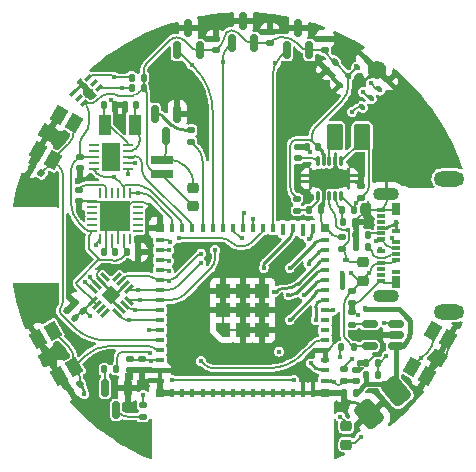
<source format=gbr>
%TF.GenerationSoftware,KiCad,Pcbnew,(6.0.5-0)*%
%TF.CreationDate,2022-09-09T17:58:14+08:00*%
%TF.ProjectId,Galaxy ripoff,47616c61-7879-4207-9269-706f66662e6b,rev?*%
%TF.SameCoordinates,Original*%
%TF.FileFunction,Copper,L2,Bot*%
%TF.FilePolarity,Positive*%
%FSLAX46Y46*%
G04 Gerber Fmt 4.6, Leading zero omitted, Abs format (unit mm)*
G04 Created by KiCad (PCBNEW (6.0.5-0)) date 2022-09-09 17:58:14*
%MOMM*%
%LPD*%
G01*
G04 APERTURE LIST*
G04 Aperture macros list*
%AMRoundRect*
0 Rectangle with rounded corners*
0 $1 Rounding radius*
0 $2 $3 $4 $5 $6 $7 $8 $9 X,Y pos of 4 corners*
0 Add a 4 corners polygon primitive as box body*
4,1,4,$2,$3,$4,$5,$6,$7,$8,$9,$2,$3,0*
0 Add four circle primitives for the rounded corners*
1,1,$1+$1,$2,$3*
1,1,$1+$1,$4,$5*
1,1,$1+$1,$6,$7*
1,1,$1+$1,$8,$9*
0 Add four rect primitives between the rounded corners*
20,1,$1+$1,$2,$3,$4,$5,0*
20,1,$1+$1,$4,$5,$6,$7,0*
20,1,$1+$1,$6,$7,$8,$9,0*
20,1,$1+$1,$8,$9,$2,$3,0*%
%AMRotRect*
0 Rectangle, with rotation*
0 The origin of the aperture is its center*
0 $1 length*
0 $2 width*
0 $3 Rotation angle, in degrees counterclockwise*
0 Add horizontal line*
21,1,$1,$2,0,0,$3*%
%AMFreePoly0*
4,1,15,0.603536,0.603536,0.605000,0.600000,0.605000,-0.600000,0.603536,-0.603536,0.600000,-0.605000,0.000000,-0.605001,-0.003537,-0.603534,-0.603536,-0.003536,-0.605001,0.000000,-0.605000,0.000002,-0.605000,0.600000,-0.603536,0.603536,-0.600000,0.605000,0.600000,0.605000,0.603536,0.603536,0.603536,0.603536,$1*%
G04 Aperture macros list end*
%TA.AperFunction,SMDPad,CuDef*%
%ADD10RoundRect,0.135000X-0.185000X0.135000X-0.185000X-0.135000X0.185000X-0.135000X0.185000X0.135000X0*%
%TD*%
%TA.AperFunction,SMDPad,CuDef*%
%ADD11RoundRect,0.150000X0.150000X-0.587500X0.150000X0.587500X-0.150000X0.587500X-0.150000X-0.587500X0*%
%TD*%
%TA.AperFunction,SMDPad,CuDef*%
%ADD12RoundRect,0.135000X-0.135000X-0.185000X0.135000X-0.185000X0.135000X0.185000X-0.135000X0.185000X0*%
%TD*%
%TA.AperFunction,SMDPad,CuDef*%
%ADD13R,0.280000X0.280000*%
%TD*%
%TA.AperFunction,SMDPad,CuDef*%
%ADD14O,0.280000X0.850000*%
%TD*%
%TA.AperFunction,ComponentPad*%
%ADD15C,0.600000*%
%TD*%
%TA.AperFunction,SMDPad,CuDef*%
%ADD16R,2.400000X1.650000*%
%TD*%
%TA.AperFunction,SMDPad,CuDef*%
%ADD17R,0.700000X0.280000*%
%TD*%
%TA.AperFunction,SMDPad,CuDef*%
%ADD18R,0.500000X0.260000*%
%TD*%
%TA.AperFunction,SMDPad,CuDef*%
%ADD19R,1.050000X0.680000*%
%TD*%
%TA.AperFunction,SMDPad,CuDef*%
%ADD20RoundRect,0.140000X0.219203X0.021213X0.021213X0.219203X-0.219203X-0.021213X-0.021213X-0.219203X0*%
%TD*%
%TA.AperFunction,SMDPad,CuDef*%
%ADD21RoundRect,0.140000X0.140000X0.170000X-0.140000X0.170000X-0.140000X-0.170000X0.140000X-0.170000X0*%
%TD*%
%TA.AperFunction,SMDPad,CuDef*%
%ADD22RoundRect,0.140000X0.170000X-0.140000X0.170000X0.140000X-0.170000X0.140000X-0.170000X-0.140000X0*%
%TD*%
%TA.AperFunction,SMDPad,CuDef*%
%ADD23RoundRect,0.135000X0.185000X-0.135000X0.185000X0.135000X-0.185000X0.135000X-0.185000X-0.135000X0*%
%TD*%
%TA.AperFunction,SMDPad,CuDef*%
%ADD24RoundRect,0.150000X-0.150000X0.587500X-0.150000X-0.587500X0.150000X-0.587500X0.150000X0.587500X0*%
%TD*%
%TA.AperFunction,SMDPad,CuDef*%
%ADD25RoundRect,0.140000X0.036244X0.217224X-0.206244X0.077224X-0.036244X-0.217224X0.206244X-0.077224X0*%
%TD*%
%TA.AperFunction,SMDPad,CuDef*%
%ADD26RoundRect,0.140000X-0.170000X0.140000X-0.170000X-0.140000X0.170000X-0.140000X0.170000X0.140000X0*%
%TD*%
%TA.AperFunction,SMDPad,CuDef*%
%ADD27RoundRect,0.075000X-0.123744X-0.229810X0.229810X0.123744X0.123744X0.229810X-0.229810X-0.123744X0*%
%TD*%
%TA.AperFunction,SMDPad,CuDef*%
%ADD28RoundRect,0.140000X-0.140000X-0.170000X0.140000X-0.170000X0.140000X0.170000X-0.140000X0.170000X0*%
%TD*%
%TA.AperFunction,SMDPad,CuDef*%
%ADD29R,0.400000X0.450000*%
%TD*%
%TA.AperFunction,SMDPad,CuDef*%
%ADD30R,0.500000X0.450000*%
%TD*%
%TA.AperFunction,SMDPad,CuDef*%
%ADD31R,1.000000X1.800000*%
%TD*%
%TA.AperFunction,SMDPad,CuDef*%
%ADD32RotRect,1.400000X1.050000X120.000000*%
%TD*%
%TA.AperFunction,SMDPad,CuDef*%
%ADD33RoundRect,0.218750X0.256250X-0.218750X0.256250X0.218750X-0.256250X0.218750X-0.256250X-0.218750X0*%
%TD*%
%TA.AperFunction,SMDPad,CuDef*%
%ADD34RoundRect,0.008100X0.380989X-0.201525X-0.201525X0.380989X-0.380989X0.201525X0.201525X-0.380989X0*%
%TD*%
%TA.AperFunction,SMDPad,CuDef*%
%ADD35RoundRect,0.008100X-0.201525X-0.380989X0.380989X0.201525X0.201525X0.380989X-0.380989X-0.201525X0*%
%TD*%
%TA.AperFunction,SMDPad,CuDef*%
%ADD36RotRect,1.100000X1.100000X135.000000*%
%TD*%
%TA.AperFunction,SMDPad,CuDef*%
%ADD37R,0.800000X0.400000*%
%TD*%
%TA.AperFunction,SMDPad,CuDef*%
%ADD38R,0.400000X0.800000*%
%TD*%
%TA.AperFunction,SMDPad,CuDef*%
%ADD39R,1.200000X1.200000*%
%TD*%
%TA.AperFunction,SMDPad,CuDef*%
%ADD40FreePoly0,0.000000*%
%TD*%
%TA.AperFunction,SMDPad,CuDef*%
%ADD41R,0.800000X0.800000*%
%TD*%
%TA.AperFunction,SMDPad,CuDef*%
%ADD42RoundRect,0.440500X0.823390X-0.295982X-0.148505X0.862278X-0.823390X0.295982X0.148505X-0.862278X0*%
%TD*%
%TA.AperFunction,SMDPad,CuDef*%
%ADD43R,0.860000X0.260000*%
%TD*%
%TA.AperFunction,SMDPad,CuDef*%
%ADD44R,1.575000X2.450000*%
%TD*%
%TA.AperFunction,SMDPad,CuDef*%
%ADD45RoundRect,0.140000X0.206244X0.077224X-0.036244X0.217224X-0.206244X-0.077224X0.036244X-0.217224X0*%
%TD*%
%TA.AperFunction,SMDPad,CuDef*%
%ADD46RoundRect,0.135000X0.135000X0.185000X-0.135000X0.185000X-0.135000X-0.185000X0.135000X-0.185000X0*%
%TD*%
%TA.AperFunction,SMDPad,CuDef*%
%ADD47RotRect,1.400000X1.050000X240.000000*%
%TD*%
%TA.AperFunction,SMDPad,CuDef*%
%ADD48RoundRect,0.150000X0.512500X0.150000X-0.512500X0.150000X-0.512500X-0.150000X0.512500X-0.150000X0*%
%TD*%
%TA.AperFunction,SMDPad,CuDef*%
%ADD49RoundRect,0.062500X0.350000X0.062500X-0.350000X0.062500X-0.350000X-0.062500X0.350000X-0.062500X0*%
%TD*%
%TA.AperFunction,SMDPad,CuDef*%
%ADD50RoundRect,0.062500X0.062500X0.350000X-0.062500X0.350000X-0.062500X-0.350000X0.062500X-0.350000X0*%
%TD*%
%TA.AperFunction,SMDPad,CuDef*%
%ADD51R,2.600000X2.600000*%
%TD*%
%TA.AperFunction,SMDPad,CuDef*%
%ADD52RoundRect,0.218750X-0.256250X0.218750X-0.256250X-0.218750X0.256250X-0.218750X0.256250X0.218750X0*%
%TD*%
%TA.AperFunction,SMDPad,CuDef*%
%ADD53RotRect,1.400000X1.050000X60.000000*%
%TD*%
%TA.AperFunction,SMDPad,CuDef*%
%ADD54RoundRect,0.250001X0.462499X0.849999X-0.462499X0.849999X-0.462499X-0.849999X0.462499X-0.849999X0*%
%TD*%
%TA.AperFunction,SMDPad,CuDef*%
%ADD55RoundRect,0.144400X0.825600X0.235600X-0.825600X0.235600X-0.825600X-0.235600X0.825600X-0.235600X0*%
%TD*%
%TA.AperFunction,SMDPad,CuDef*%
%ADD56RoundRect,0.100000X0.070711X-0.212132X0.212132X-0.070711X-0.070711X0.212132X-0.212132X0.070711X0*%
%TD*%
%TA.AperFunction,ComponentPad*%
%ADD57C,1.560000*%
%TD*%
%TA.AperFunction,SMDPad,CuDef*%
%ADD58R,0.700000X0.300000*%
%TD*%
%TA.AperFunction,SMDPad,CuDef*%
%ADD59R,0.700000X1.000000*%
%TD*%
%TA.AperFunction,ComponentPad*%
%ADD60O,2.200000X1.100000*%
%TD*%
%TA.AperFunction,ComponentPad*%
%ADD61O,2.600000X1.300000*%
%TD*%
%TA.AperFunction,SMDPad,CuDef*%
%ADD62RoundRect,0.140000X0.021213X-0.219203X0.219203X-0.021213X-0.021213X0.219203X-0.219203X0.021213X0*%
%TD*%
%TA.AperFunction,ViaPad*%
%ADD63C,0.450000*%
%TD*%
%TA.AperFunction,Conductor*%
%ADD64C,0.250000*%
%TD*%
%TA.AperFunction,Conductor*%
%ADD65C,0.200000*%
%TD*%
%TA.AperFunction,Conductor*%
%ADD66C,0.400000*%
%TD*%
%TA.AperFunction,Conductor*%
%ADD67C,0.300000*%
%TD*%
G04 APERTURE END LIST*
D10*
%TO.P,R1,1*%
%TO.N,GND*%
X164900000Y-95690000D03*
%TO.P,R1,2*%
%TO.N,Net-(R1-Pad2)*%
X164900000Y-96710000D03*
%TD*%
D11*
%TO.P,U2,1,VCC*%
%TO.N,+3V3*%
X156623584Y-72887500D03*
%TO.P,U2,2,OUT*%
%TO.N,HES2*%
X154723584Y-72887500D03*
%TO.P,U2,3,GND*%
%TO.N,GND*%
X155673584Y-71012500D03*
%TD*%
D12*
%TO.P,R9,1*%
%TO.N,Net-(R8-Pad2)*%
X164078584Y-88000000D03*
%TO.P,R9,2*%
%TO.N,GND*%
X165098584Y-88000000D03*
%TD*%
D13*
%TO.P,U7,1,VAUX*%
%TO.N,Net-(C14-Pad1)*%
X161973586Y-82590003D03*
D14*
X161973586Y-82875003D03*
%TO.P,U7,2,VOUT*%
%TO.N,+3V3*%
X162473586Y-82875003D03*
D13*
X162473586Y-82590003D03*
%TO.P,U7,3,L*%
%TO.N,Net-(L1-Pad2)*%
X162973586Y-82590003D03*
D14*
X162973586Y-82875003D03*
%TO.P,U7,4,PGND*%
%TO.N,GND*%
X163473586Y-82875003D03*
D13*
X163473586Y-82590003D03*
%TO.P,U7,5,VIN*%
%TO.N,PSU*%
X163973586Y-82590003D03*
D14*
X163973586Y-82875003D03*
%TO.P,U7,6,EN*%
X163973586Y-85825003D03*
D13*
X163973586Y-86110003D03*
D14*
%TO.P,U7,7,UVLO*%
%TO.N,Net-(R8-Pad2)*%
X163473586Y-85825003D03*
D13*
X163473586Y-86110003D03*
%TO.P,U7,8,PS*%
%TO.N,PSU*%
X162973586Y-86110003D03*
D14*
X162973586Y-85825003D03*
%TO.P,U7,9,GND*%
%TO.N,GND*%
X162473586Y-85825003D03*
D13*
X162473586Y-86110003D03*
D14*
%TO.P,U7,10,FB*%
%TO.N,Net-(R14-Pad2)*%
X161973586Y-85825003D03*
D13*
X161973586Y-86110003D03*
D15*
%TO.P,U7,11,PAD*%
%TO.N,GND*%
X163723586Y-83850003D03*
D16*
X162973586Y-84350003D03*
D17*
X164523586Y-84100003D03*
X164523586Y-84600003D03*
D18*
X161343586Y-84100003D03*
D17*
X161423586Y-84100003D03*
D19*
X162338586Y-84800003D03*
D18*
X164603586Y-84100003D03*
D19*
X163608586Y-83900003D03*
D17*
X161423586Y-84600003D03*
D15*
X162223586Y-83850003D03*
D19*
X162338586Y-83900003D03*
D15*
X162973586Y-84350003D03*
D18*
X161343586Y-84600003D03*
D15*
X162223586Y-84850003D03*
D18*
X164603586Y-84600003D03*
D15*
X163723586Y-84850003D03*
D19*
X163608586Y-84800003D03*
%TD*%
D20*
%TO.P,C22,1*%
%TO.N,+3V3*%
X142112995Y-95539411D03*
%TO.P,C22,2*%
%TO.N,GND*%
X141434173Y-94860589D03*
%TD*%
D21*
%TO.P,C20,1*%
%TO.N,GND*%
X146803584Y-90600000D03*
%TO.P,C20,2*%
%TO.N,+3V3*%
X145843584Y-90600000D03*
%TD*%
D22*
%TO.P,C15,1*%
%TO.N,PSU*%
X164000000Y-90280000D03*
%TO.P,C15,2*%
%TO.N,GND*%
X164000000Y-89320000D03*
%TD*%
D20*
%TO.P,C21,1*%
%TO.N,+3V3*%
X141462995Y-96189411D03*
%TO.P,C21,2*%
%TO.N,GND*%
X140784173Y-95510589D03*
%TD*%
D23*
%TO.P,R12,1*%
%TO.N,Net-(Q1-Pad3)*%
X147173584Y-104510000D03*
%TO.P,R12,2*%
%TO.N,Net-(J2-Pad2)*%
X147173584Y-103490000D03*
%TD*%
D24*
%TO.P,Q3,1,B*%
%TO.N,Net-(Q3-Pad1)*%
X148173584Y-78862500D03*
%TO.P,Q3,2,E*%
%TO.N,GND*%
X150073584Y-78862500D03*
%TO.P,Q3,3,C*%
%TO.N,Net-(D3-Pad2)*%
X149123584Y-80737500D03*
%TD*%
D25*
%TO.P,C5,1*%
%TO.N,IO0*%
X141839276Y-101760000D03*
%TO.P,C5,2*%
%TO.N,GND*%
X141007892Y-102240000D03*
%TD*%
D22*
%TO.P,C19,1*%
%TO.N,GND*%
X141773584Y-86280000D03*
%TO.P,C19,2*%
%TO.N,Net-(C19-Pad2)*%
X141773584Y-85320000D03*
%TD*%
D12*
%TO.P,R17,1*%
%TO.N,GND*%
X165250000Y-89140000D03*
%TO.P,R17,2*%
%TO.N,CC1*%
X166270000Y-89140000D03*
%TD*%
%TO.P,R15,1*%
%TO.N,Net-(R14-Pad2)*%
X161213585Y-86999995D03*
%TO.P,R15,2*%
%TO.N,GND*%
X162233585Y-86999995D03*
%TD*%
D26*
%TO.P,C9,1*%
%TO.N,+3V3*%
X146100000Y-99620000D03*
%TO.P,C9,2*%
%TO.N,GND*%
X146100000Y-100580000D03*
%TD*%
D22*
%TO.P,C1,1*%
%TO.N,+3V3*%
X162573584Y-73480000D03*
%TO.P,C1,2*%
%TO.N,GND*%
X162573584Y-72520000D03*
%TD*%
D23*
%TO.P,R13,1*%
%TO.N,GND*%
X164900000Y-94910000D03*
%TO.P,R13,2*%
%TO.N,VCC_IN*%
X164900000Y-93890000D03*
%TD*%
D27*
%TO.P,U6,1,VDD*%
%TO.N,+3V3*%
X142196807Y-77996016D03*
%TO.P,U6,2,NC*%
%TO.N,unconnected-(U6-Pad2)*%
X141737188Y-77536396D03*
%TO.P,U6,3,GND*%
%TO.N,GND*%
X141277568Y-77076777D03*
%TO.P,U6,4,SCL*%
%TO.N,SCL*%
X142550361Y-75803984D03*
%TO.P,U6,5,INT*%
%TO.N,unconnected-(U6-Pad5)*%
X143009980Y-76263604D03*
%TO.P,U6,6,SDA*%
%TO.N,SDA*%
X143469600Y-76723223D03*
%TD*%
D22*
%TO.P,C16,1*%
%TO.N,GND*%
X141823584Y-83480000D03*
%TO.P,C16,2*%
%TO.N,+3V3*%
X141823584Y-82520000D03*
%TD*%
%TO.P,C2,1*%
%TO.N,+3V3*%
X157923584Y-72880000D03*
%TO.P,C2,2*%
%TO.N,GND*%
X157923584Y-71920000D03*
%TD*%
D28*
%TO.P,C17,1*%
%TO.N,GND*%
X161043584Y-81700000D03*
%TO.P,C17,2*%
%TO.N,+3V3*%
X162003584Y-81700000D03*
%TD*%
D24*
%TO.P,Q1,1,B*%
%TO.N,Net-(Q1-Pad1)*%
X143973584Y-102062500D03*
%TO.P,Q1,2,E*%
%TO.N,GND*%
X145873584Y-102062500D03*
%TO.P,Q1,3,C*%
%TO.N,Net-(Q1-Pad3)*%
X144923584Y-103937500D03*
%TD*%
D22*
%TO.P,C4,1*%
%TO.N,EN*%
X165200000Y-101480000D03*
%TO.P,C4,2*%
%TO.N,GND*%
X165200000Y-100520000D03*
%TD*%
D29*
%TO.P,Q2,1,G*%
%TO.N,VCC_IN*%
X164800000Y-92375000D03*
%TO.P,Q2,2,D*%
%TO.N,+BATT*%
X164000000Y-92375000D03*
D30*
%TO.P,Q2,3,S*%
%TO.N,PSU*%
X164400000Y-91225000D03*
%TD*%
D12*
%TO.P,R7,1*%
%TO.N,Net-(D1-Pad2)*%
X163990000Y-98600000D03*
%TO.P,R7,2*%
%TO.N,VCC_IN*%
X165010000Y-98600000D03*
%TD*%
D31*
%TO.P,Y1,1,1*%
%TO.N,Net-(C13-Pad1)*%
X146476084Y-79800000D03*
%TO.P,Y1,2,2*%
%TO.N,Net-(C12-Pad2)*%
X143976084Y-79800000D03*
%TD*%
D21*
%TO.P,C13,1*%
%TO.N,Net-(C13-Pad1)*%
X146603584Y-78100000D03*
%TO.P,C13,2*%
%TO.N,GND*%
X145643584Y-78100000D03*
%TD*%
D12*
%TO.P,R16,1*%
%TO.N,GND*%
X165240000Y-90110000D03*
%TO.P,R16,2*%
%TO.N,CC2*%
X166260000Y-90110000D03*
%TD*%
D32*
%TO.P,SW2,1,1*%
%TO.N,IO0*%
X139532910Y-97216154D03*
X141332910Y-100333846D03*
%TO.P,SW2,2,2*%
%TO.N,GND*%
X140077174Y-101058846D03*
X138277174Y-97941154D03*
%TD*%
D23*
%TO.P,R11,1*%
%TO.N,HMotor*%
X151273584Y-81260000D03*
%TO.P,R11,2*%
%TO.N,Net-(Q3-Pad1)*%
X151273584Y-80240000D03*
%TD*%
D22*
%TO.P,C3,1*%
%TO.N,+3V3*%
X153323584Y-73480000D03*
%TO.P,C3,2*%
%TO.N,GND*%
X153323584Y-72520000D03*
%TD*%
D33*
%TO.P,D3,1,K*%
%TO.N,+3V3*%
X151423584Y-86687500D03*
%TO.P,D3,2,A*%
%TO.N,Net-(D3-Pad2)*%
X151423584Y-85112500D03*
%TD*%
D34*
%TO.P,U9,1,DIN*%
%TO.N,DIN{slash}SD*%
X146018612Y-94684368D03*
%TO.P,U9,2,GAIN_SLOT*%
%TO.N,GAIN*%
X145665059Y-95037922D03*
%TO.P,U9,3,GND*%
%TO.N,GND*%
X145311506Y-95391475D03*
%TO.P,U9,4,SD_MODE*%
%TO.N,SD*%
X144957952Y-95745028D03*
D35*
%TO.P,U9,5*%
%TO.N,N/C*%
X143989216Y-95745028D03*
%TO.P,U9,6*%
X143635662Y-95391475D03*
%TO.P,U9,7,VDD*%
%TO.N,+3V3*%
X143282109Y-95037922D03*
%TO.P,U9,8,VDD*%
X142928556Y-94684368D03*
D34*
%TO.P,U9,9,OUTP*%
%TO.N,Net-(LS1-Pad2)*%
X142928556Y-93715632D03*
%TO.P,U9,10,OUTN*%
%TO.N,Net-(LS1-Pad1)*%
X143282109Y-93362078D03*
%TO.P,U9,11,GND*%
%TO.N,GND*%
X143635662Y-93008525D03*
%TO.P,U9,12*%
%TO.N,N/C*%
X143989216Y-92654972D03*
D35*
%TO.P,U9,13*%
X144957952Y-92654972D03*
%TO.P,U9,14,LRCLK*%
%TO.N,LRCLK{slash}WS*%
X145311506Y-93008525D03*
%TO.P,U9,15,GND*%
%TO.N,GND*%
X145665059Y-93362078D03*
%TO.P,U9,16,BCLK*%
%TO.N,BCLK{slash}SCK*%
X146018612Y-93715632D03*
D36*
%TO.P,U9,17,EP*%
%TO.N,GND*%
X144473584Y-94200000D03*
%TD*%
D37*
%TO.P,U4,1,GND*%
%TO.N,GND*%
X148623584Y-101450000D03*
%TO.P,U4,2,GND*%
X148623584Y-100600000D03*
%TO.P,U4,3,3V3*%
%TO.N,+3V3*%
X148623584Y-99750000D03*
%TO.P,U4,4,IO0*%
%TO.N,IO0*%
X148623584Y-98900000D03*
%TO.P,U4,5,IO1*%
%TO.N,IO1*%
X148623584Y-98050000D03*
%TO.P,U4,6,IO2*%
%TO.N,LED*%
X148623584Y-97200000D03*
%TO.P,U4,7,IO3*%
%TO.N,SD*%
X148623584Y-96350000D03*
%TO.P,U4,8,IO4*%
%TO.N,GAIN*%
X148623584Y-95500000D03*
%TO.P,U4,9,IO5*%
%TO.N,DIN{slash}SD*%
X148623584Y-94650000D03*
%TO.P,U4,10,IO6*%
%TO.N,BCLK{slash}SCK*%
X148623584Y-93800000D03*
%TO.P,U4,11,IO7*%
%TO.N,LRCLK{slash}WS*%
X148623584Y-92950000D03*
%TO.P,U4,12,IO8*%
%TO.N,MOSI*%
X148623584Y-92100000D03*
%TO.P,U4,13,IO9*%
%TO.N,SCK*%
X148623584Y-91250000D03*
%TO.P,U4,14,IO10*%
%TO.N,CS*%
X148623584Y-90400000D03*
%TO.P,U4,15,IO11*%
%TO.N,DC*%
X148623584Y-89550000D03*
D38*
%TO.P,U4,16,IO12*%
%TO.N,SDA*%
X149673584Y-88500000D03*
%TO.P,U4,17,IO13*%
%TO.N,SCL*%
X150523584Y-88500000D03*
%TO.P,U4,18,IO14*%
%TO.N,INT*%
X151373584Y-88500000D03*
%TO.P,U4,19,IO15*%
%TO.N,HMotor*%
X152223584Y-88500000D03*
%TO.P,U4,20,IO16*%
%TO.N,HES3*%
X153073584Y-88500000D03*
%TO.P,U4,21,IO17*%
%TO.N,HES2*%
X153923584Y-88500000D03*
%TO.P,U4,22,IO18*%
%TO.N,Battery*%
X154773584Y-88500000D03*
%TO.P,U4,23,IO19*%
%TO.N,D-*%
X155623584Y-88500000D03*
%TO.P,U4,24,IO20*%
%TO.N,D+*%
X156473584Y-88500000D03*
%TO.P,U4,25,IO21*%
%TO.N,INT1*%
X157323584Y-88500000D03*
%TO.P,U4,26,IO26*%
%TO.N,HES1*%
X158173584Y-88500000D03*
%TO.P,U4,27,IO47*%
%TO.N,Net-(U4-Pad27)*%
X159023584Y-88500000D03*
%TO.P,U4,28,IO33*%
%TO.N,Net-(U4-Pad28)*%
X159873584Y-88500000D03*
%TO.P,U4,29,IO34*%
%TO.N,Net-(U4-Pad29)*%
X160723584Y-88500000D03*
%TO.P,U4,30,IO48*%
%TO.N,Net-(U4-Pad30)*%
X161573584Y-88500000D03*
D37*
%TO.P,U4,31,IO35*%
%TO.N,Net-(U4-Pad31)*%
X162623584Y-89550000D03*
%TO.P,U4,32,IO36*%
%TO.N,Net-(U4-Pad32)*%
X162623584Y-90400000D03*
%TO.P,U4,33,IO37*%
%TO.N,Net-(U4-Pad33)*%
X162623584Y-91250000D03*
%TO.P,U4,34,IO38*%
%TO.N,Net-(U4-Pad34)*%
X162623584Y-92100000D03*
%TO.P,U4,35,IO39*%
%TO.N,Net-(U4-Pad35)*%
X162623584Y-92950000D03*
%TO.P,U4,36,IO40*%
%TO.N,Net-(U4-Pad36)*%
X162623584Y-93800000D03*
%TO.P,U4,37,IO41*%
%TO.N,Net-(U4-Pad37)*%
X162623584Y-94650000D03*
%TO.P,U4,38,IO42*%
%TO.N,Net-(U4-Pad38)*%
X162623584Y-95500000D03*
%TO.P,U4,39,TXD0*%
%TO.N,unconnected-(U4-Pad39)*%
X162623584Y-96350000D03*
%TO.P,U4,40,RXD0*%
%TO.N,unconnected-(U4-Pad40)*%
X162623584Y-97200000D03*
%TO.P,U4,41,IO45*%
%TO.N,RES*%
X162623584Y-98050000D03*
%TO.P,U4,42,GND*%
%TO.N,GND*%
X162623584Y-98900000D03*
%TO.P,U4,43,GND*%
X162623584Y-99750000D03*
%TO.P,U4,44,IO46*%
%TO.N,Net-(U4-Pad44)*%
X162623584Y-100600000D03*
%TO.P,U4,45,EN*%
%TO.N,EN*%
X162623584Y-101450000D03*
D38*
%TO.P,U4,46,GND*%
%TO.N,GND*%
X161573584Y-102500000D03*
%TO.P,U4,47,GND*%
X160723584Y-102500000D03*
%TO.P,U4,48,GND*%
X159873584Y-102500000D03*
%TO.P,U4,49,GND*%
X159023584Y-102500000D03*
%TO.P,U4,50,GND*%
X158173584Y-102500000D03*
%TO.P,U4,51,GND*%
X157323584Y-102500000D03*
%TO.P,U4,52,GND*%
X156473584Y-102500000D03*
%TO.P,U4,53,GND*%
X155623584Y-102500000D03*
%TO.P,U4,54,GND*%
X154773584Y-102500000D03*
%TO.P,U4,55,GND*%
X153923584Y-102500000D03*
%TO.P,U4,56,GND*%
X153073584Y-102500000D03*
%TO.P,U4,57,GND*%
X152223584Y-102500000D03*
%TO.P,U4,58,GND*%
X151373584Y-102500000D03*
%TO.P,U4,59,GND*%
X150523584Y-102500000D03*
%TO.P,U4,60,GND*%
X149673584Y-102500000D03*
D39*
%TO.P,U4,61,GND*%
X155623584Y-95500000D03*
D40*
%TO.P,U4,61_1,GND*%
X153973584Y-97150000D03*
D39*
%TO.P,U4,61_2,GND*%
X155623584Y-97150000D03*
%TO.P,U4,61_3,GND*%
X157273584Y-97150000D03*
%TO.P,U4,61_4,GND*%
X157273584Y-95500000D03*
%TO.P,U4,61_5,GND*%
X157273584Y-93850000D03*
%TO.P,U4,61_6,GND*%
X155623584Y-93850000D03*
%TO.P,U4,61_7,GND*%
X153973584Y-93850000D03*
%TO.P,U4,61_8,GND*%
X153973584Y-95500000D03*
D41*
%TO.P,U4,62,GND*%
X148623584Y-102500000D03*
%TO.P,U4,63,GND*%
X148623584Y-88500000D03*
%TO.P,U4,64,GND*%
X162623584Y-88500000D03*
%TO.P,U4,65,GND*%
X162623584Y-102500000D03*
%TD*%
D22*
%TO.P,C14,1*%
%TO.N,Net-(C14-Pad1)*%
X160273584Y-82630000D03*
%TO.P,C14,2*%
%TO.N,GND*%
X160273584Y-81670000D03*
%TD*%
D26*
%TO.P,C10,1*%
%TO.N,+3V3*%
X147100000Y-99620000D03*
%TO.P,C10,2*%
%TO.N,GND*%
X147100000Y-100580000D03*
%TD*%
D21*
%TO.P,C12,1*%
%TO.N,GND*%
X144806084Y-78100000D03*
%TO.P,C12,2*%
%TO.N,Net-(C12-Pad2)*%
X143846084Y-78100000D03*
%TD*%
D42*
%TO.P,BT1,1,+*%
%TO.N,+BATT*%
X168632783Y-102370496D03*
%TO.P,BT1,2,-*%
%TO.N,GND*%
X166334649Y-104298859D03*
%TD*%
D33*
%TO.P,D1,1,K*%
%TO.N,STAT*%
X164400000Y-106887500D03*
%TO.P,D1,2,A*%
%TO.N,Net-(D1-Pad2)*%
X164400000Y-105312500D03*
%TD*%
D43*
%TO.P,U8,1,OSCI*%
%TO.N,Net-(C12-Pad2)*%
X145908584Y-81500000D03*
%TO.P,U8,2,OSCO*%
%TO.N,Net-(C13-Pad1)*%
X145908584Y-82000000D03*
%TO.P,U8,3,~{INT}*%
%TO.N,INT*%
X145908584Y-82500000D03*
%TO.P,U8,4,VSS*%
%TO.N,GND*%
X145908584Y-83000000D03*
%TO.P,U8,5,SDA*%
%TO.N,SDA*%
X145908584Y-83500000D03*
%TO.P,U8,6,SCL*%
%TO.N,SCL*%
X143038584Y-83500000D03*
%TO.P,U8,7,CLKO*%
%TO.N,unconnected-(U8-Pad7)*%
X143038584Y-83000000D03*
%TO.P,U8,8,VDD*%
%TO.N,+3V3*%
X143038584Y-82500000D03*
%TO.P,U8,9*%
%TO.N,N/C*%
X143038584Y-82000000D03*
%TO.P,U8,10*%
X143038584Y-81500000D03*
D44*
%TO.P,U8,11*%
X144473584Y-82500000D03*
%TD*%
D45*
%TO.P,C7,1*%
%TO.N,IO1*%
X138589276Y-83890000D03*
%TO.P,C7,2*%
%TO.N,GND*%
X137757892Y-83410000D03*
%TD*%
D46*
%TO.P,R10,1*%
%TO.N,LED*%
X144933584Y-100500000D03*
%TO.P,R10,2*%
%TO.N,Net-(Q1-Pad1)*%
X143913584Y-100500000D03*
%TD*%
D47*
%TO.P,SW1,1,1*%
%TO.N,EN*%
X169977132Y-100336911D03*
X171777132Y-97219219D03*
%TO.P,SW1,2,2*%
%TO.N,GND*%
X173032868Y-97944219D03*
X171232868Y-101061911D03*
%TD*%
D48*
%TO.P,U5,1,STAT*%
%TO.N,STAT*%
X168637500Y-96650000D03*
%TO.P,U5,2,VSS*%
%TO.N,GND*%
X168637500Y-97600000D03*
%TO.P,U5,3,VBAT*%
%TO.N,+BATT*%
X168637500Y-98550000D03*
%TO.P,U5,4,VDD*%
%TO.N,VCC_IN*%
X166362500Y-98550000D03*
%TO.P,U5,5,PROG*%
%TO.N,Net-(R1-Pad2)*%
X166362500Y-96650000D03*
%TD*%
D11*
%TO.P,U3,1,VCC*%
%TO.N,+3V3*%
X151973584Y-73487500D03*
%TO.P,U3,2,OUT*%
%TO.N,HES3*%
X150073584Y-73487500D03*
%TO.P,U3,3,GND*%
%TO.N,GND*%
X151023584Y-71612500D03*
%TD*%
D49*
%TO.P,U10,1,CLKIN*%
%TO.N,GND*%
X146761084Y-86300000D03*
%TO.P,U10,2,NC2*%
%TO.N,unconnected-(U10-Pad2)*%
X146761084Y-86800000D03*
%TO.P,U10,3,NC3*%
%TO.N,unconnected-(U10-Pad3)*%
X146761084Y-87300000D03*
%TO.P,U10,4,NC4*%
%TO.N,unconnected-(U10-Pad4)*%
X146761084Y-87800000D03*
%TO.P,U10,5,NC5*%
%TO.N,unconnected-(U10-Pad5)*%
X146761084Y-88300000D03*
%TO.P,U10,6,AUX_DA*%
%TO.N,unconnected-(U10-Pad6)*%
X146761084Y-88800000D03*
D50*
%TO.P,U10,7,AUX_CL*%
%TO.N,unconnected-(U10-Pad7)*%
X146073584Y-89487500D03*
%TO.P,U10,8,VLOGIC*%
%TO.N,+3V3*%
X145573584Y-89487500D03*
%TO.P,U10,9,AD0*%
%TO.N,GND*%
X145073584Y-89487500D03*
%TO.P,U10,10,REGOUT*%
%TO.N,Net-(C18-Pad1)*%
X144573584Y-89487500D03*
%TO.P,U10,11,FYSNC*%
%TO.N,GND*%
X144073584Y-89487500D03*
%TO.P,U10,12,INT*%
%TO.N,INT1*%
X143573584Y-89487500D03*
D49*
%TO.P,U10,13,VDD*%
%TO.N,+3V3*%
X142886084Y-88800000D03*
%TO.P,U10,14,NC14*%
%TO.N,unconnected-(U10-Pad14)*%
X142886084Y-88300000D03*
%TO.P,U10,15,NC15*%
%TO.N,unconnected-(U10-Pad15)*%
X142886084Y-87800000D03*
%TO.P,U10,16,NC16*%
%TO.N,unconnected-(U10-Pad16)*%
X142886084Y-87300000D03*
%TO.P,U10,17,NC17*%
%TO.N,unconnected-(U10-Pad17)*%
X142886084Y-86800000D03*
%TO.P,U10,18,GND*%
%TO.N,GND*%
X142886084Y-86300000D03*
D50*
%TO.P,U10,19,RESV*%
%TO.N,unconnected-(U10-Pad19)*%
X143573584Y-85612500D03*
%TO.P,U10,20,CPOUT*%
%TO.N,Net-(C19-Pad2)*%
X144073584Y-85612500D03*
%TO.P,U10,21,RESV*%
%TO.N,unconnected-(U10-Pad19)*%
X144573584Y-85612500D03*
%TO.P,U10,22,CLKOUT*%
%TO.N,unconnected-(U10-Pad22)*%
X145073584Y-85612500D03*
%TO.P,U10,23,SCL*%
%TO.N,SCL*%
X145573584Y-85612500D03*
%TO.P,U10,24,SDA*%
%TO.N,SDA*%
X146073584Y-85612500D03*
D51*
%TO.P,U10,25,EXP*%
%TO.N,GND*%
X144823584Y-87550000D03*
%TD*%
D46*
%TO.P,R22,1*%
%TO.N,+3V3*%
X147233584Y-76700000D03*
%TO.P,R22,2*%
%TO.N,SDA*%
X146213584Y-76700000D03*
%TD*%
%TO.P,R8,1*%
%TO.N,PSU*%
X165083584Y-87000000D03*
%TO.P,R8,2*%
%TO.N,Net-(R8-Pad2)*%
X164063584Y-87000000D03*
%TD*%
D52*
%TO.P,D2,1,K*%
%TO.N,PSU*%
X165800000Y-91412500D03*
%TO.P,D2,2,A*%
%TO.N,VCC_IN*%
X165800000Y-92987500D03*
%TD*%
D53*
%TO.P,SW3,1,1*%
%TO.N,IO1*%
X139529320Y-82775000D03*
X141329320Y-79657308D03*
%TO.P,SW3,2,2*%
%TO.N,GND*%
X140073584Y-78932308D03*
X138273584Y-82050000D03*
%TD*%
D54*
%TO.P,L1,1,1*%
%TO.N,PSU*%
X165738587Y-80799997D03*
%TO.P,L1,2,2*%
%TO.N,Net-(L1-Pad2)*%
X163413587Y-80799997D03*
%TD*%
D26*
%TO.P,C11,1*%
%TO.N,GND*%
X165673584Y-85020000D03*
%TO.P,C11,2*%
%TO.N,PSU*%
X165673584Y-85980000D03*
%TD*%
D12*
%TO.P,R5,1*%
%TO.N,+BATT*%
X166090000Y-101000000D03*
%TO.P,R5,2*%
%TO.N,Battery*%
X167110000Y-101000000D03*
%TD*%
D55*
%TO.P,M1,1,+*%
%TO.N,+3V3*%
X148803584Y-83950000D03*
%TO.P,M1,2,-*%
%TO.N,Net-(D3-Pad2)*%
X148803584Y-82750000D03*
%TD*%
D11*
%TO.P,U1,1,VCC*%
%TO.N,+3V3*%
X161273584Y-73487500D03*
%TO.P,U1,2,OUT*%
%TO.N,HES1*%
X159373584Y-73487500D03*
%TO.P,U1,3,GND*%
%TO.N,GND*%
X160323584Y-71612500D03*
%TD*%
D56*
%TO.P,U11,1,SCK*%
%TO.N,BCLK{slash}SCK*%
X165717268Y-78292300D03*
%TO.P,U11,2,SD*%
%TO.N,DIN{slash}SD*%
X166459730Y-77549838D03*
%TO.P,U11,3,WS*%
%TO.N,LRCLK{slash}WS*%
X167202192Y-76807376D03*
%TO.P,U11,4,L/R*%
%TO.N,GND*%
X167944654Y-76064914D03*
D57*
%TO.P,U11,5,GND*%
X167011273Y-75131533D03*
D56*
%TO.P,U11,6,GND*%
X166063750Y-74184010D03*
%TO.P,U11,7,VDD*%
%TO.N,+3V3*%
X165321288Y-74926472D03*
%TO.P,U11,8,EN*%
X164578826Y-75668934D03*
%TO.P,U11,9,GND*%
%TO.N,GND*%
X163836364Y-76411396D03*
%TD*%
D21*
%TO.P,C6,1*%
%TO.N,+BATT*%
X165180000Y-102500000D03*
%TO.P,C6,2*%
%TO.N,GND*%
X164220000Y-102500000D03*
%TD*%
D58*
%TO.P,J1,A1,GND*%
%TO.N,GND*%
X167330000Y-87000000D03*
%TO.P,J1,A2,TX1+*%
%TO.N,unconnected-(J1-PadA2)*%
X167330000Y-87500000D03*
%TO.P,J1,A3,TX1-*%
%TO.N,unconnected-(J1-PadA3)*%
X167330000Y-88000000D03*
%TO.P,J1,A4,VBUS*%
%TO.N,VCC_IN*%
X167330000Y-88500000D03*
%TO.P,J1,A5,CC1*%
%TO.N,CC1*%
X167330000Y-89000000D03*
%TO.P,J1,A6,D+*%
%TO.N,D+*%
X167330000Y-89500000D03*
%TO.P,J1,A7,D-*%
%TO.N,D-*%
X167330000Y-90500000D03*
%TO.P,J1,A9,VBUS*%
%TO.N,VCC_IN*%
X167330000Y-91500000D03*
%TO.P,J1,A10,RX2-*%
%TO.N,unconnected-(J1-PadA10)*%
X167330000Y-92000000D03*
%TO.P,J1,A11,RX2+*%
%TO.N,unconnected-(J1-PadA11)*%
X167330000Y-92500000D03*
%TO.P,J1,A12,GND*%
%TO.N,GND*%
X167330000Y-93000000D03*
D59*
%TO.P,J1,B1,GND*%
X168630000Y-93100000D03*
D58*
%TO.P,J1,B2,TX2+*%
%TO.N,unconnected-(J1-PadB2)*%
X168630000Y-92250000D03*
%TO.P,J1,B4,VBUS*%
%TO.N,VCC_IN*%
X168630000Y-91250000D03*
%TO.P,J1,B5,CC2*%
%TO.N,CC2*%
X168630000Y-90750000D03*
%TO.P,J1,B6,D+*%
%TO.N,D+*%
X168630000Y-90250000D03*
%TO.P,J1,B7,D-*%
%TO.N,D-*%
X168630000Y-89750000D03*
%TO.P,J1,B9,VBUS*%
%TO.N,VCC_IN*%
X168630000Y-88750000D03*
D59*
%TO.P,J1,B12,GND*%
%TO.N,GND*%
X168630000Y-86900000D03*
D60*
%TO.P,J1,S1,SHIELD*%
X167740000Y-85680000D03*
%TO.P,J1,S2*%
%TO.N,N/C*%
X167740000Y-94320000D03*
D61*
%TO.P,J1,S3*%
X173100000Y-84350000D03*
%TO.P,J1,S4*%
X173100000Y-95650000D03*
%TD*%
D10*
%TO.P,R14,1*%
%TO.N,+3V3*%
X160223584Y-86040000D03*
%TO.P,R14,2*%
%TO.N,Net-(R14-Pad2)*%
X160223584Y-87060000D03*
%TD*%
D46*
%TO.P,R6,1*%
%TO.N,Battery*%
X167110000Y-100000000D03*
%TO.P,R6,2*%
%TO.N,GND*%
X166090000Y-100000000D03*
%TD*%
%TO.P,R21,1*%
%TO.N,+3V3*%
X147233584Y-75800000D03*
%TO.P,R21,2*%
%TO.N,SCL*%
X146213584Y-75800000D03*
%TD*%
D10*
%TO.P,R20,1*%
%TO.N,+3V3*%
X164200000Y-100490000D03*
%TO.P,R20,2*%
%TO.N,EN*%
X164200000Y-101510000D03*
%TD*%
D62*
%TO.P,C8,1*%
%TO.N,GND*%
X162734173Y-75139411D03*
%TO.P,C8,2*%
%TO.N,+3V3*%
X163412995Y-74460589D03*
%TD*%
D21*
%TO.P,C18,1*%
%TO.N,Net-(C18-Pad1)*%
X144853584Y-90600000D03*
%TO.P,C18,2*%
%TO.N,GND*%
X143893584Y-90600000D03*
%TD*%
D63*
%TO.N,Net-(J2-Pad2)*%
X149600000Y-101400000D03*
%TO.N,GND*%
X168000000Y-84200000D03*
X165300000Y-83100000D03*
%TO.N,+3V3*%
X142700000Y-96000000D03*
X147825000Y-99775000D03*
X164900000Y-99600000D03*
%TO.N,GND*%
X141100000Y-93600000D03*
X166300000Y-88100000D03*
X146546673Y-82999999D03*
X142600000Y-77100000D03*
X172000000Y-99500000D03*
X144501599Y-77699989D03*
X165400000Y-95900000D03*
X161350553Y-82105500D03*
X150200000Y-100100000D03*
X146900000Y-73400000D03*
X144800000Y-102000000D03*
X144400000Y-91800000D03*
X165500000Y-97600000D03*
X153300000Y-71000000D03*
X149800000Y-75900000D03*
X160200000Y-100400000D03*
X141800000Y-84300000D03*
X167500000Y-103300000D03*
X139400000Y-93900000D03*
X156400000Y-98800000D03*
X163600000Y-96800000D03*
X160400000Y-75500000D03*
X164600000Y-103300000D03*
X167000000Y-102600000D03*
X168100000Y-103900000D03*
X157900000Y-70800000D03*
X139600000Y-80800000D03*
%TO.N,EN*%
X170757021Y-99557021D03*
X164700000Y-101500000D03*
X163375500Y-101600000D03*
%TO.N,IO0*%
X142200000Y-102600000D03*
%TO.N,+BATT*%
X165950000Y-95350000D03*
X164050000Y-93550000D03*
%TO.N,PSU*%
X165226792Y-86426792D03*
X164582732Y-88677268D03*
%TO.N,STAT*%
X167600000Y-96600000D03*
X165600000Y-106200000D03*
%TO.N,VCC_IN*%
X166315489Y-92315489D03*
X168600000Y-88050000D03*
%TO.N,D+*%
X156500000Y-87800000D03*
X166872525Y-89633435D03*
%TO.N,D-*%
X155724511Y-87275489D03*
X168265304Y-89408713D03*
X167280000Y-90300000D03*
%TO.N,Net-(LS1-Pad1)*%
X142734652Y-92665348D03*
%TO.N,Net-(LS1-Pad2)*%
X142275384Y-93124616D03*
%TO.N,HES1*%
X158400000Y-74600000D03*
%TO.N,HES2*%
X153923584Y-74476416D03*
%TO.N,HES3*%
X151293042Y-74706958D03*
%TO.N,Battery*%
X155600000Y-89400000D03*
X167800000Y-99400000D03*
%TO.N,LED*%
X147770764Y-99127766D03*
X147700000Y-97200000D03*
%TO.N,Net-(J2-Pad2)*%
X147211792Y-102688208D03*
X160000000Y-101400000D03*
%TO.N,+3V3*%
X158700000Y-99000000D03*
%TO.N,LRCLK{slash}WS*%
X149400000Y-93000000D03*
X152100000Y-90700000D03*
X166500000Y-76300000D03*
%TO.N,BCLK{slash}SCK*%
X146800000Y-93800000D03*
X152100000Y-91500000D03*
X164900000Y-78700000D03*
%TO.N,GAIN*%
X146500000Y-95500000D03*
%TO.N,DIN{slash}SD*%
X153300000Y-90400000D03*
X165800000Y-77000000D03*
X146950000Y-94650000D03*
%TO.N,SD*%
X145990703Y-96350000D03*
%TO.N,Net-(U4-Pad28)*%
X157400000Y-91900000D03*
%TO.N,INT1*%
X143200000Y-90000000D03*
X150200000Y-89400000D03*
%TO.N,Net-(U4-Pad29)*%
X160700000Y-89038740D03*
%TO.N,Net-(U4-Pad31)*%
X159600000Y-91900000D03*
%TO.N,Net-(U4-Pad32)*%
X161200000Y-91574502D03*
%TO.N,Net-(U4-Pad33)*%
X158300000Y-93974502D03*
%TO.N,Net-(U4-Pad34)*%
X159500000Y-94200000D03*
%TO.N,Net-(U4-Pad35)*%
X160800000Y-94200000D03*
%TO.N,Net-(U4-Pad36)*%
X159600000Y-96300000D03*
%TO.N,Net-(U4-Pad37)*%
X161799082Y-96300000D03*
%TO.N,Net-(U4-Pad38)*%
X163300000Y-95500000D03*
%TO.N,SCL*%
X144740725Y-75759275D03*
X144700000Y-84200000D03*
%TO.N,SDA*%
X145900000Y-84000000D03*
X145400000Y-76700000D03*
X146787500Y-85612500D03*
%TO.N,Net-(U4-Pad44)*%
X161400000Y-100000000D03*
%TO.N,DC*%
X149500000Y-89700000D03*
%TO.N,CS*%
X149400000Y-90400000D03*
%TO.N,SCK*%
X149400000Y-91300000D03*
%TO.N,MOSI*%
X149350000Y-92150000D03*
%TO.N,RES*%
X152100000Y-99800000D03*
%TO.N,Net-(D1-Pad2)*%
X163900000Y-104500000D03*
X163900000Y-99500000D03*
%TO.N,Net-(U4-Pad27)*%
X159000000Y-89000000D03*
%TO.N,Net-(U4-Pad30)*%
X161200000Y-89500000D03*
%TD*%
D64*
%TO.N,GND*%
X167740000Y-84460000D02*
X168000000Y-84200000D01*
X167740000Y-85680000D02*
X167740000Y-84460000D01*
%TO.N,Net-(U4-Pad30)*%
X161386773Y-89313189D02*
G75*
G03*
X161573584Y-88862252I-450973J450989D01*
G01*
%TO.N,Net-(U4-Pad44)*%
X162311792Y-100600015D02*
G75*
G02*
X161779529Y-100379529I8J752715D01*
G01*
%TO.N,Net-(U4-Pad37)*%
X161982560Y-94817435D02*
G75*
G02*
X162386792Y-94650000I404240J-404265D01*
G01*
X161799040Y-95249054D02*
G75*
G02*
X161974542Y-94825460I599060J-46D01*
G01*
%TO.N,Net-(U4-Pad36)*%
X161886784Y-93886784D02*
G75*
G02*
X162096326Y-93800000I209516J-209516D01*
G01*
X161799995Y-94036792D02*
G75*
G02*
X161844694Y-93928889I152605J-8D01*
G01*
X161755310Y-94144699D02*
G75*
G03*
X161800000Y-94036792I-107910J107899D01*
G01*
%TO.N,Net-(U4-Pad35)*%
X161847207Y-93152792D02*
G75*
G02*
X162336792Y-92950000I489593J-489608D01*
G01*
%TO.N,Net-(U4-Pad34)*%
X159750000Y-94199985D02*
G75*
G03*
X160176776Y-94023223I0J603585D01*
G01*
X161914894Y-92285123D02*
G75*
G02*
X162361792Y-92100000I446906J-446877D01*
G01*
%TO.N,Net-(U4-Pad33)*%
X158362749Y-93974532D02*
G75*
G03*
X158469868Y-93930131I-49J151532D01*
G01*
X158587496Y-93812487D02*
G75*
G02*
X158978622Y-93650489I391104J-391113D01*
G01*
X159325325Y-93650491D02*
G75*
G03*
X160308301Y-93243325I-25J1390191D01*
G01*
X162187804Y-91363832D02*
G75*
G02*
X162462606Y-91250000I274796J-274768D01*
G01*
%TO.N,Net-(U4-Pad32)*%
X162050247Y-90549766D02*
G75*
G02*
X162411792Y-90400000I361553J-361534D01*
G01*
X161200023Y-91487251D02*
G75*
G02*
X161261695Y-91338304I210577J51D01*
G01*
%TO.N,Net-(U4-Pad31)*%
X161711854Y-89788149D02*
G75*
G02*
X162286792Y-89550000I574946J-574951D01*
G01*
%TO.N,Net-(U4-Pad28)*%
X159665671Y-89295915D02*
G75*
G03*
X159873584Y-88794014I-501871J501915D01*
G01*
X157400013Y-91730806D02*
G75*
G02*
X157519637Y-91441975I408487J6D01*
G01*
D65*
%TO.N,Battery*%
X155598014Y-89398820D02*
G75*
G02*
X155599418Y-89399418I-14J-1980D01*
G01*
%TO.N,VCC_IN*%
X167437500Y-91500000D02*
X167222500Y-91500000D01*
X167975000Y-91500000D02*
X167545000Y-91500000D01*
%TO.N,PSU*%
X165233197Y-86420385D02*
G75*
G02*
X165233510Y-86420072I24603J-24315D01*
G01*
X165232884Y-86420697D02*
G75*
G02*
X165233197Y-86420385I49016J-48803D01*
G01*
X165273197Y-86380385D02*
G75*
G02*
X165273510Y-86380072I24603J-24315D01*
G01*
X165236010Y-86417572D02*
X165234447Y-86419135D01*
X165290073Y-86363510D02*
X165283510Y-86370073D01*
X165283510Y-86370073D02*
X165276947Y-86376635D01*
X165259917Y-86393667D02*
X165258667Y-86394917D01*
X165232416Y-86421166D02*
X165231167Y-86422417D01*
X165261167Y-86392417D02*
X165259917Y-86393667D01*
X165254917Y-86398667D02*
X165253667Y-86399917D01*
X165237572Y-86416009D02*
X165236010Y-86417572D01*
X165249135Y-86404447D02*
X165247573Y-86406010D01*
X165269916Y-86383666D02*
X165263667Y-86389917D01*
X165256167Y-86397417D02*
X165254917Y-86398667D01*
X165316792Y-86336792D02*
X165296792Y-86356792D01*
X165227260Y-86426322D02*
X165226948Y-86426635D01*
X165250385Y-86403198D02*
X165250072Y-86403510D01*
X165250698Y-86402885D02*
X165250385Y-86403198D01*
X165227885Y-86425698D02*
X165227572Y-86426010D01*
X165228198Y-86425385D02*
X165227885Y-86425698D01*
X165252417Y-86401167D02*
X165251167Y-86402417D01*
X165273197Y-86380385D02*
X165272884Y-86380697D01*
X165229917Y-86423667D02*
X165228667Y-86424917D01*
X165244291Y-86409291D02*
X165239291Y-86414291D01*
X165253667Y-86399917D02*
X165252417Y-86401167D01*
X165247573Y-86406010D02*
X165246010Y-86407573D01*
X165231167Y-86422417D02*
X165229917Y-86423667D01*
%TO.N,IO1*%
X141899120Y-97376003D02*
G75*
G02*
X141584950Y-97142995I2214680J3314403D01*
G01*
X141363555Y-96950352D02*
G75*
G02*
X141224287Y-96812695I11768945J12045952D01*
G01*
X141509278Y-97080886D02*
G75*
G02*
X141363556Y-96950351I1435022J1748586D01*
G01*
X144015589Y-98048868D02*
G75*
G02*
X143820245Y-98038139I26111J2259068D01*
G01*
X143335906Y-97971154D02*
G75*
G02*
X142956484Y-97876107I777794J3909754D01*
G01*
X142588205Y-97744332D02*
G75*
G02*
X142234615Y-97577094I1525295J3682332D01*
G01*
X143722818Y-98028546D02*
G75*
G02*
X143335907Y-97971149I390782J3967046D01*
G01*
X142234616Y-97577092D02*
G75*
G02*
X141899120Y-97376003I1878984J3515292D01*
G01*
X144211403Y-98049999D02*
G75*
G02*
X144015589Y-98048868I297J16996399D01*
G01*
X140125431Y-95507287D02*
G75*
G02*
X140262725Y-95175876I468669J-13D01*
G01*
X140399969Y-84044427D02*
G75*
G03*
X140118043Y-83363723I-962669J27D01*
G01*
X142956483Y-97876109D02*
G75*
G02*
X142588205Y-97744331I1157017J3814009D01*
G01*
X140262745Y-95175896D02*
G75*
G03*
X140400000Y-94844464I-331445J331396D01*
G01*
X140267133Y-95855517D02*
G75*
G02*
X140125450Y-95513504I341967J342017D01*
G01*
D66*
%TO.N,+BATT*%
X169632811Y-96191040D02*
X169642186Y-96200415D01*
X169745312Y-96303540D02*
X169748437Y-96306665D01*
X169518747Y-96076976D02*
X169549997Y-96108226D01*
X169587497Y-96145726D02*
X169606247Y-96164476D01*
X169612496Y-96170725D02*
X169618747Y-96176976D01*
X169718747Y-96276975D02*
X169724998Y-96283226D01*
X169724998Y-96283226D02*
X169731250Y-96289478D01*
X169731250Y-96289478D02*
X169737500Y-96295728D01*
X169618747Y-96176976D02*
X169624998Y-96183227D01*
X169649999Y-96208228D02*
X169674999Y-96233228D01*
X169674999Y-96233228D02*
X169699998Y-96258227D01*
X169482808Y-96041037D02*
X169517184Y-96075413D01*
X169624998Y-96183227D02*
X169631249Y-96189478D01*
X169707811Y-96266040D02*
X169717186Y-96275414D01*
X169549997Y-96108226D02*
X169581247Y-96139476D01*
X169349994Y-95908223D02*
X169449995Y-96008224D01*
X169737500Y-96295728D02*
X169743750Y-96301978D01*
X169249993Y-95808222D02*
X169349994Y-95908223D01*
D65*
%TO.N,IO0*%
X141934938Y-101855612D02*
G75*
G02*
X141839276Y-101624748I230862J230912D01*
G01*
D64*
%TO.N,EN*%
X163119433Y-101449986D02*
G75*
G02*
X163300500Y-101525000I-33J-256114D01*
G01*
D65*
%TO.N,GND*%
X163111793Y-98611793D02*
G75*
G03*
X163400000Y-97915996I-695793J695793D01*
G01*
X162723584Y-98899994D02*
G75*
G03*
X162894294Y-98829289I16J241394D01*
G01*
X162623600Y-99000000D02*
G75*
G02*
X162723584Y-98900000I100000J0D01*
G01*
X163400009Y-97141421D02*
G75*
G02*
X163500000Y-96900000I341391J21D01*
G01*
X162984421Y-88860837D02*
X163042741Y-88919157D01*
X163224991Y-89101407D02*
X163239571Y-89115987D01*
X143944596Y-93317459D02*
X143951584Y-93324447D01*
X143773353Y-93146216D02*
X143840452Y-93213315D01*
X143394132Y-92766995D02*
X143405971Y-92778834D01*
X143937608Y-93310471D02*
X143944596Y-93317459D01*
X163181251Y-89057667D02*
X163195831Y-89072247D01*
X143382293Y-92755156D02*
X143394132Y-92766995D01*
X163042741Y-88919157D02*
X163101061Y-88977477D01*
X162926101Y-88802517D02*
X162984421Y-88860837D01*
X163195831Y-89072247D02*
X163210411Y-89086827D01*
X144120291Y-93493154D02*
X144168343Y-93541206D01*
X163101061Y-88977477D02*
X163159381Y-89035797D01*
X143354176Y-92727039D02*
X143357135Y-92729998D01*
X143370454Y-92743317D02*
X143382293Y-92755156D01*
X144317043Y-93689906D02*
X144338070Y-93710933D01*
X144266982Y-93639845D02*
X144304025Y-93676888D01*
X143360095Y-92732958D02*
X143363055Y-92735918D01*
X143363055Y-92735918D02*
X143366015Y-92738878D01*
X144170353Y-93543216D02*
X144222425Y-93595288D01*
X144229939Y-93602802D02*
X144266982Y-93639845D01*
X143405971Y-92778834D02*
X143417810Y-92790673D01*
X144072239Y-93445102D02*
X144120291Y-93493154D01*
%TO.N,+3V3*%
X148263266Y-99750000D02*
X148160318Y-99750000D01*
X148404819Y-99750000D02*
X148379082Y-99750000D01*
X147465419Y-99750000D02*
X147413945Y-99750000D01*
X148327608Y-99750000D02*
X148301871Y-99750000D01*
X147568367Y-99750000D02*
X147516893Y-99750000D01*
X147851474Y-99750000D02*
X147748526Y-99750000D01*
X148057370Y-99750000D02*
X147954422Y-99750000D01*
X147954422Y-99750000D02*
X147851474Y-99750000D01*
X147619841Y-99750000D02*
X147568367Y-99750000D01*
X148353345Y-99750000D02*
X148327608Y-99750000D01*
X148160318Y-99750000D02*
X148057370Y-99750000D01*
%TO.N,IO1*%
X143820245Y-98038139D02*
X143722818Y-98028543D01*
X144211403Y-98050000D02*
X148623584Y-98050000D01*
X141584950Y-97142996D02*
X141509275Y-97080890D01*
X141224287Y-96812695D02*
X140267121Y-95855529D01*
X140125450Y-95507287D02*
X140125450Y-95513504D01*
X140118043Y-83363723D02*
X139836086Y-83081766D01*
X140400000Y-84044427D02*
X140400000Y-94844464D01*
%TO.N,+3V3*%
X161286387Y-73480000D02*
X162568280Y-73480000D01*
X142675489Y-89159508D02*
X142637744Y-89197252D01*
X145573584Y-90139081D02*
X145573584Y-89487500D01*
X145321001Y-91122582D02*
X145708584Y-90735000D01*
X156357675Y-72887500D02*
X156618280Y-72887500D01*
X162623497Y-73671091D02*
X163397964Y-74445558D01*
X147500000Y-77150000D02*
X147500000Y-82840380D01*
X146373085Y-77319520D02*
X145063137Y-77319520D01*
X164578826Y-75668934D02*
X165321288Y-74926472D01*
X160191070Y-72866898D02*
X160650236Y-73326064D01*
D67*
X162473586Y-82381794D02*
X162473586Y-82590003D01*
D65*
X158165459Y-72638125D02*
X157927334Y-72876250D01*
X147464644Y-77064644D02*
X147280813Y-76880813D01*
X151729367Y-73487500D02*
X151968280Y-73487500D01*
X164578826Y-76445054D02*
X164578826Y-75668934D01*
X143492641Y-91194875D02*
X143499963Y-91202197D01*
X147246669Y-75168107D02*
X147257471Y-75113797D01*
X146784457Y-77149125D02*
X147186354Y-76747229D01*
X141571009Y-93329237D02*
X141872218Y-93630446D01*
X153871515Y-72932067D02*
X153327333Y-73476249D01*
X147233584Y-75800000D02*
X147233584Y-76633208D01*
X144705751Y-91300000D02*
X144892678Y-91300000D01*
X143282108Y-95037920D02*
X142942514Y-94698326D01*
X164030026Y-77769973D02*
X161806797Y-79993202D01*
X142914597Y-94737808D02*
X141462995Y-96189411D01*
X147233584Y-75800000D02*
X147233584Y-75388604D01*
X143463352Y-91165586D02*
X142678603Y-90380837D01*
X141876343Y-93632155D02*
X142914597Y-94670409D01*
X147465419Y-99750000D02*
X147516893Y-99750000D01*
X148379082Y-99750000D02*
X148353345Y-99750000D01*
X141100000Y-83500330D02*
X141100000Y-86475584D01*
X148845126Y-84109042D02*
X151423584Y-86687500D01*
X147413945Y-99750000D02*
X147388208Y-99750000D01*
X141843584Y-82500000D02*
X143038584Y-82500000D01*
X157918280Y-72880000D02*
X156636387Y-72880000D01*
X142675489Y-90373319D02*
X142637744Y-90335574D01*
X141571009Y-93087218D02*
X143463352Y-91194875D01*
X147456163Y-74662341D02*
X147425399Y-74708381D01*
X154696905Y-71800000D02*
X154723718Y-71800000D01*
X144715415Y-77175489D02*
X144328140Y-77175489D01*
X141843584Y-82500000D02*
X141281547Y-83062037D01*
X161494064Y-80748208D02*
X161494064Y-81119769D01*
X142607650Y-77996016D02*
X142481907Y-77996016D01*
X159943824Y-85760240D02*
X160223584Y-86040000D01*
X142700000Y-96000000D02*
X142284105Y-95584105D01*
X161323353Y-81090480D02*
X160103584Y-81090480D01*
X147500000Y-77150000D02*
X147500000Y-77050000D01*
X142600000Y-90244451D02*
X142600000Y-89288375D01*
X159664064Y-85084839D02*
X159664064Y-81530000D01*
X161039976Y-73487500D02*
X161268280Y-73487500D01*
X161544064Y-81240480D02*
X162002316Y-81698732D01*
X151986387Y-73480000D02*
X153318280Y-73480000D01*
X150651487Y-72648532D02*
X151321518Y-73318563D01*
X164267175Y-100232824D02*
X164900000Y-99600000D01*
X161444064Y-81140480D02*
X161544064Y-81240480D01*
X143309002Y-77705505D02*
X143493159Y-77521349D01*
X164578826Y-75668934D02*
X163428025Y-74518133D01*
X146321923Y-99750000D02*
X147388208Y-99750000D01*
X144487312Y-91209520D02*
X143517641Y-91209520D01*
X147825000Y-83625000D02*
X147918923Y-83718923D01*
X158740343Y-72400000D02*
X159063878Y-72400000D01*
X141823584Y-81525425D02*
X141823584Y-82520000D01*
X149451466Y-72648532D02*
X147602826Y-74497172D01*
X142600000Y-78684309D02*
X142600000Y-79650990D01*
X147748526Y-99750000D02*
X147619841Y-99750000D01*
X143463352Y-91165586D02*
X143492641Y-91194875D01*
X148263266Y-99750000D02*
X148301871Y-99750000D01*
X142311537Y-88649926D02*
X141780805Y-88119194D01*
X147500000Y-77050000D02*
X147500000Y-77000000D01*
X154071527Y-72449197D02*
X154071527Y-72425378D01*
D67*
X162326360Y-82026360D02*
X162004851Y-81704851D01*
D65*
X155912795Y-72703224D02*
X155211699Y-72002128D01*
X148404819Y-99750000D02*
X148417688Y-99750000D01*
X144328140Y-77175509D02*
G75*
G03*
X143493160Y-77521350I-40J-1180791D01*
G01*
X147425393Y-74708377D02*
G75*
G03*
X147321470Y-74902820I935007J-624723D01*
G01*
X142780782Y-88905293D02*
G75*
G03*
X142675489Y-89159508I254218J-254207D01*
G01*
X141520900Y-93208228D02*
G75*
G02*
X141571010Y-93087219I171100J28D01*
G01*
X144892678Y-91299995D02*
G75*
G03*
X145321001Y-91122582I22J605695D01*
G01*
X154254689Y-71983162D02*
G75*
G02*
X154696905Y-71800000I442211J-442238D01*
G01*
X145708575Y-90465009D02*
G75*
G02*
X145573584Y-90139081I325925J325909D01*
G01*
X141874281Y-93631310D02*
G75*
G02*
X141876343Y-93632155I19J-2890D01*
G01*
X147500003Y-77150000D02*
G75*
G03*
X147464644Y-77064644I-120703J0D01*
G01*
X147246664Y-75168106D02*
G75*
G03*
X147234724Y-75277823I616436J-122594D01*
G01*
X141520861Y-93208228D02*
G75*
G03*
X141571009Y-93329237I171139J28D01*
G01*
X154071511Y-72449197D02*
G75*
G02*
X153871515Y-72932067I-682911J-3D01*
G01*
X141780800Y-88119199D02*
G75*
G02*
X141100000Y-86475584I1643600J1643599D01*
G01*
X141281540Y-83062030D02*
G75*
G03*
X141100000Y-83500330I438260J-438270D01*
G01*
X158165439Y-72638105D02*
G75*
G02*
X158740343Y-72400000I574861J-574895D01*
G01*
X156357675Y-72887504D02*
G75*
G02*
X155912795Y-72703224I25J629204D01*
G01*
X144596530Y-91254762D02*
G75*
G03*
X144487312Y-91209520I-109230J-109238D01*
G01*
X160103584Y-81090469D02*
G75*
G03*
X159792797Y-81219213I16J-439531D01*
G01*
X148476792Y-83950019D02*
G75*
G02*
X147918923Y-83718923I8J788919D01*
G01*
X142637713Y-90335605D02*
G75*
G02*
X142600000Y-90244451I91187J91105D01*
G01*
X164200014Y-100395000D02*
G75*
G02*
X164267175Y-100232824I229386J0D01*
G01*
X143463321Y-91194844D02*
G75*
G03*
X143463352Y-91165586I-14621J14644D01*
G01*
X147257472Y-75113797D02*
G75*
G02*
X147321471Y-74902820I1103028J-219403D01*
G01*
X142737170Y-88800053D02*
G75*
G02*
X142780786Y-88905297I30J-61647D01*
G01*
X146164993Y-99685007D02*
G75*
G03*
X146321923Y-99750000I156907J156907D01*
G01*
X142599991Y-78684309D02*
G75*
G03*
X142398403Y-78197612I-688291J9D01*
G01*
X162573592Y-73550589D02*
G75*
G03*
X162623497Y-73671091I170408J-11D01*
G01*
X142599992Y-89288375D02*
G75*
G02*
X142637744Y-89197252I128908J-25D01*
G01*
D67*
X162326363Y-82026357D02*
G75*
G02*
X162473586Y-82381794I-355463J-355443D01*
G01*
D65*
X161444089Y-81140455D02*
G75*
G03*
X161323353Y-81090480I-120689J-120745D01*
G01*
X159943849Y-85760215D02*
G75*
G02*
X159664064Y-85084839I675351J675415D01*
G01*
X142673847Y-88799961D02*
G75*
G02*
X142311538Y-88649925I-47J512361D01*
G01*
X161544043Y-81240501D02*
G75*
G02*
X161494064Y-81119769I120757J120701D01*
G01*
X142675470Y-90373319D02*
G75*
G03*
X142678603Y-90380837I10630J19D01*
G01*
X147525301Y-74576316D02*
G75*
G03*
X147456164Y-74662342I453399J-435184D01*
G01*
X161494085Y-81119769D02*
G75*
G02*
X161444064Y-81140480I-29285J-31D01*
G01*
X151321531Y-73318550D02*
G75*
G03*
X151729367Y-73487500I407869J407850D01*
G01*
X147233584Y-75388604D02*
G75*
G02*
X147234724Y-75277823I5373516J104D01*
G01*
X159063878Y-72400019D02*
G75*
G02*
X160191069Y-72866899I22J-1594081D01*
G01*
X150651490Y-72648529D02*
G75*
G03*
X150051477Y-72400000I-599990J-599971D01*
G01*
X144705751Y-91300022D02*
G75*
G02*
X144596532Y-91254760I49J154522D01*
G01*
X144889248Y-77247532D02*
G75*
G03*
X145063137Y-77319520I173852J173932D01*
G01*
X150051477Y-72399971D02*
G75*
G03*
X149451466Y-72648532I23J-848529D01*
G01*
X143463353Y-91194876D02*
G75*
G02*
X143492640Y-91194876I14644J-14643D01*
G01*
X142607650Y-77996034D02*
G75*
G03*
X143309002Y-77705505I-50J991934D01*
G01*
X142211781Y-80588197D02*
G75*
G03*
X141823584Y-81525425I937219J-937203D01*
G01*
X144889275Y-77247505D02*
G75*
G03*
X144715415Y-77175489I-173875J-173895D01*
G01*
X147500009Y-82840380D02*
G75*
G03*
X147825001Y-83624999I1109591J-20D01*
G01*
X147500018Y-77050000D02*
G75*
G02*
X147464644Y-77064644I-20718J0D01*
G01*
X161806794Y-79993199D02*
G75*
G03*
X161494064Y-80748208I755006J-755001D01*
G01*
X155211688Y-72002139D02*
G75*
G03*
X154723718Y-71800000I-487988J-487961D01*
G01*
X159792793Y-81219209D02*
G75*
G03*
X159664064Y-81530000I310807J-310791D01*
G01*
X142211791Y-80588207D02*
G75*
G03*
X142600000Y-79650990I-937191J937207D01*
G01*
X147525297Y-74576312D02*
G75*
G02*
X147602826Y-74497172I3889203J-3732488D01*
G01*
X143499938Y-91202222D02*
G75*
G03*
X143517641Y-91209520I17662J17722D01*
G01*
X141874281Y-93631319D02*
G75*
G02*
X141872218Y-93630446I19J2919D01*
G01*
X146373085Y-77319524D02*
G75*
G03*
X146784457Y-77149125I15J581724D01*
G01*
X161039976Y-73487509D02*
G75*
G02*
X160650236Y-73326064I24J551209D01*
G01*
X142398410Y-78197605D02*
G75*
G02*
X142481907Y-77996016I83490J83505D01*
G01*
X164578790Y-76445054D02*
G75*
G02*
X164030025Y-77769972I-1873690J-46D01*
G01*
X154071511Y-72425378D02*
G75*
G02*
X154254697Y-71983170I625389J-22D01*
G01*
%TO.N,GND*%
X146450677Y-86300000D02*
X146601355Y-86300000D01*
X162473586Y-86110003D02*
X162473586Y-84850003D01*
X162926101Y-88802517D02*
X162780302Y-88656718D01*
X163111791Y-98611791D02*
X162894294Y-98829289D01*
X144598583Y-94678552D02*
X145311506Y-95391475D01*
X165145000Y-94910000D02*
X164900000Y-94910000D01*
X165598584Y-87500000D02*
X165098584Y-88000000D01*
X157273584Y-93850000D02*
X153973584Y-93850000D01*
D64*
X161946274Y-72520000D02*
X162573584Y-72520000D01*
D65*
X172566993Y-99727785D02*
X171232868Y-101061911D01*
X167400000Y-97941421D02*
X167400000Y-98560249D01*
X166805690Y-87000000D02*
X168730000Y-87000000D01*
X167840000Y-86135000D02*
X167840000Y-85780000D01*
X139800000Y-100329289D02*
X139800000Y-99931990D01*
X165563241Y-94736758D02*
X167118682Y-93181317D01*
X166220814Y-99869185D02*
X166635273Y-99454726D01*
X167741421Y-97600000D02*
X168637500Y-97600000D01*
X143951584Y-93324447D02*
X144072239Y-93445102D01*
D64*
X161400000Y-71973725D02*
X161400000Y-71761871D01*
D65*
X144222425Y-93595288D02*
X144229939Y-93602802D01*
X163239571Y-89115987D02*
X163246861Y-89123277D01*
X163400000Y-97915996D02*
X163400000Y-97141421D01*
X143357135Y-92729998D02*
X143360095Y-92732958D01*
X143370454Y-92743317D02*
X143366015Y-92738878D01*
X144400000Y-91800000D02*
X144113317Y-91800000D01*
X139469066Y-99133046D02*
X138277174Y-97941154D01*
D64*
X164600000Y-103300000D02*
X164368492Y-103068492D01*
D65*
X163181251Y-89057667D02*
X163159381Y-89035797D01*
X162431086Y-83900003D02*
X162338586Y-83900003D01*
X146193454Y-86406545D02*
X145050000Y-87550000D01*
X157273584Y-97150000D02*
X153973584Y-97150000D01*
X144317043Y-93689906D02*
X144304025Y-93676888D01*
X143285130Y-86280000D02*
X141773584Y-86280000D01*
X148278368Y-87178368D02*
X147625890Y-86525890D01*
X144168343Y-93541206D02*
X144170353Y-93543216D01*
X143840452Y-93213315D02*
X143937608Y-93310471D01*
X153973584Y-97150000D02*
X153973584Y-93850000D01*
D64*
X164600000Y-103300000D02*
X164967895Y-103300000D01*
D65*
X144073584Y-89487500D02*
X144073584Y-90292720D01*
X161350553Y-82105500D02*
X161078419Y-81833366D01*
X164956604Y-84600003D02*
X164523586Y-84600003D01*
X143352697Y-92725560D02*
X143354176Y-92727039D01*
X143773353Y-93146216D02*
X143739804Y-93112667D01*
X144338070Y-93710933D02*
X144348584Y-93721447D01*
X167588977Y-86741022D02*
X167330000Y-87000000D01*
D64*
X164115000Y-102500000D02*
X162623584Y-102500000D01*
D65*
X155623584Y-97150000D02*
X155623584Y-93850000D01*
X144952136Y-94075000D02*
X145665059Y-93362078D01*
X143623918Y-92002715D02*
X143352697Y-92273936D01*
X153973584Y-95500000D02*
X157273584Y-95500000D01*
X163473586Y-84569543D02*
X163473586Y-82875003D01*
D64*
X164220000Y-102710000D02*
X164220000Y-102605000D01*
D65*
X143417810Y-92790673D02*
X143447410Y-92820273D01*
X163721792Y-89320000D02*
X164000000Y-89320000D01*
X167159760Y-99140240D02*
X166993766Y-99306233D01*
X163224991Y-89101407D02*
X163210411Y-89086827D01*
X167600710Y-93200000D02*
X168730000Y-93200000D01*
X162623584Y-99000000D02*
X162623584Y-99750000D01*
X139700000Y-100570710D02*
X139700000Y-100590836D01*
X148623584Y-88011792D02*
X148623584Y-88500000D01*
X146546673Y-82999999D02*
X145908584Y-83000000D01*
X163500000Y-96900000D02*
X163600000Y-96800000D01*
X147080542Y-86300000D02*
X146920813Y-86300000D01*
X162588993Y-83965410D02*
X162973586Y-84350003D01*
X157273584Y-93850000D02*
X157273584Y-97150000D01*
X144073584Y-89487500D02*
X144073584Y-88830330D01*
X145073584Y-87976776D02*
X145073584Y-89487500D01*
D64*
X163989963Y-72889963D02*
X164400000Y-73300000D01*
D65*
X162473586Y-86590287D02*
X162473586Y-86110003D01*
X143392611Y-86324520D02*
X143479617Y-86324520D01*
D64*
X162573584Y-72520000D02*
X163096792Y-72520000D01*
D65*
X162233585Y-87834230D02*
X162233585Y-87169701D01*
X165589185Y-100130814D02*
X165200000Y-100520000D01*
D64*
X161250628Y-71612500D02*
X160323584Y-71612500D01*
D65*
X165463585Y-84810001D02*
X165673584Y-85020000D01*
X164956604Y-84600006D02*
G75*
G02*
X165463584Y-84810002I-4J-716994D01*
G01*
X143285130Y-86279979D02*
G75*
G02*
X143338870Y-86302261I-30J-76021D01*
G01*
D64*
X164368489Y-103068495D02*
G75*
G02*
X164220000Y-102710000I358511J358495D01*
G01*
D65*
X167400043Y-98560249D02*
G75*
G02*
X167159759Y-99140239I-820243J49D01*
G01*
X165905000Y-100000007D02*
G75*
G03*
X166220813Y-99869184I0J446607D01*
G01*
X165905000Y-99999991D02*
G75*
G03*
X165589185Y-100130814I0J-446609D01*
G01*
X139750003Y-100450003D02*
G75*
G03*
X139800000Y-100329289I-120703J120703D01*
G01*
X167479997Y-93150003D02*
G75*
G03*
X167600710Y-93200000I120703J120703D01*
G01*
D64*
X163096792Y-72519996D02*
G75*
G02*
X163989962Y-72889964I8J-1263104D01*
G01*
D65*
X173032850Y-98603065D02*
G75*
G02*
X172566993Y-99727785I-1590550J-35D01*
G01*
X139700005Y-100570710D02*
G75*
G02*
X139750000Y-100450000I170695J10D01*
G01*
X148623576Y-88011792D02*
G75*
G03*
X148278368Y-87178368I-1178676J-8D01*
G01*
X143983575Y-90509991D02*
G75*
G03*
X144073584Y-90292720I-217275J217291D01*
G01*
D64*
X161946274Y-72520010D02*
G75*
G02*
X161560000Y-72360000I26J546310D01*
G01*
D65*
X162588996Y-83965407D02*
G75*
G03*
X162431086Y-83900003I-157896J-157893D01*
G01*
X166814520Y-99380497D02*
G75*
G03*
X166993766Y-99306233I-20J253497D01*
G01*
D64*
X161399990Y-71973725D02*
G75*
G03*
X161560000Y-72360000I546310J25D01*
G01*
D65*
X162353587Y-86879996D02*
G75*
G03*
X162473586Y-86590287I-289687J289696D01*
G01*
X166805690Y-86999992D02*
G75*
G03*
X165598584Y-87500000I10J-1707108D01*
G01*
D64*
X165595938Y-103560134D02*
G75*
G03*
X164967895Y-103300000I-628038J-628066D01*
G01*
D65*
X165145000Y-94909994D02*
G75*
G03*
X165563241Y-94736758I0J591494D01*
G01*
X143352675Y-92273914D02*
G75*
G03*
X143259163Y-92499748I225825J-225786D01*
G01*
X139469066Y-99133046D02*
G75*
G02*
X139800000Y-99931990I-798966J-798954D01*
G01*
X143259197Y-92499748D02*
G75*
G03*
X143352697Y-92725560I319303J-52D01*
G01*
X144113317Y-91800008D02*
G75*
G03*
X143623919Y-92002716I-17J-692092D01*
G01*
X163721792Y-89319992D02*
G75*
G02*
X163246861Y-89123277I8J671692D01*
G01*
X147080542Y-86299959D02*
G75*
G02*
X147625890Y-86525890I-42J-771241D01*
G01*
X143338861Y-86302270D02*
G75*
G03*
X143392611Y-86324520I53739J53770D01*
G01*
D64*
X161250628Y-71612489D02*
G75*
G02*
X161356250Y-71656250I-28J-149411D01*
G01*
D65*
X144448572Y-87924988D02*
G75*
G03*
X144073584Y-88830330I905328J-905312D01*
G01*
X167315000Y-93099990D02*
G75*
G03*
X167118683Y-93181318I0J-277610D01*
G01*
X146193459Y-86406550D02*
G75*
G02*
X146450677Y-86300000I257241J-257250D01*
G01*
X166635258Y-99454711D02*
G75*
G02*
X166814520Y-99380480I179242J-179289D01*
G01*
X167499994Y-97699994D02*
G75*
G03*
X167400000Y-97941421I241406J-241406D01*
G01*
X167840012Y-86135000D02*
G75*
G02*
X167588976Y-86741021I-857012J0D01*
G01*
D64*
X161400011Y-71761871D02*
G75*
G03*
X161356250Y-71656250I-149411J-29D01*
G01*
D65*
X162428610Y-88304974D02*
G75*
G02*
X162233585Y-87834230I470690J470774D01*
G01*
X143681883Y-86408305D02*
G75*
G03*
X143479617Y-86324520I-202283J-202295D01*
G01*
X167741421Y-97600009D02*
G75*
G03*
X167500000Y-97700000I-21J-341391D01*
G01*
D64*
%TO.N,EN*%
X163300500Y-101525000D02*
X163375500Y-101600000D01*
D65*
X163432164Y-101661204D02*
X163510720Y-101739760D01*
X170757021Y-99557021D02*
X170046997Y-100267045D01*
X170757021Y-99557021D02*
X171311257Y-99002785D01*
X164362464Y-101510000D02*
X165148786Y-101510000D01*
D64*
X163119433Y-101450000D02*
X162623584Y-101450000D01*
D65*
X163970240Y-101739760D02*
X164085120Y-101624880D01*
X171777095Y-97878065D02*
G75*
G02*
X171311257Y-99002785I-1590595J-35D01*
G01*
X162922272Y-101450021D02*
G75*
G02*
X163432164Y-101661204I28J-721079D01*
G01*
X163510720Y-101739760D02*
G75*
G03*
X163970240Y-101739760I229760J229762D01*
G01*
%TO.N,IO0*%
X142249833Y-99416923D02*
X141332910Y-100333846D01*
X147617157Y-98500000D02*
X144463480Y-98500000D01*
X141839276Y-101198266D02*
X141839276Y-101624748D01*
X148185595Y-98785595D02*
X148100000Y-98700000D01*
D64*
X141934913Y-101855637D02*
X142030550Y-101951274D01*
X142200000Y-102360362D02*
X142200000Y-102600000D01*
D65*
X140867035Y-98550279D02*
X139532910Y-97216154D01*
D64*
X142030523Y-101951301D02*
G75*
G02*
X142200000Y-102360362I-409023J-409099D01*
G01*
D65*
X148461792Y-98900005D02*
G75*
G02*
X148185596Y-98785594I8J390605D01*
G01*
X141586088Y-100587034D02*
G75*
G02*
X141839276Y-101198266I-611288J-611266D01*
G01*
X148100013Y-98699987D02*
G75*
G03*
X147617157Y-98500000I-482813J-482813D01*
G01*
X141332905Y-99675000D02*
G75*
G03*
X140867035Y-98550279I-1590605J0D01*
G01*
X144463480Y-98499996D02*
G75*
G03*
X142249834Y-99416924I20J-3130604D01*
G01*
D66*
%TO.N,+BATT*%
X168632783Y-101910186D02*
X168632783Y-98558052D01*
X169745312Y-96303540D02*
X169743750Y-96301978D01*
X169587497Y-96145726D02*
X169581247Y-96139476D01*
X169699998Y-96258227D02*
X169707811Y-96266040D01*
X166061738Y-101691258D02*
X165278803Y-102474192D01*
D65*
X165950000Y-95350000D02*
X165962744Y-95362744D01*
D66*
X166090000Y-101623027D02*
X166090000Y-101000000D01*
X169518747Y-96076976D02*
X169517184Y-96075413D01*
X169800000Y-96428938D02*
X169800000Y-97440380D01*
X169642186Y-96200415D02*
X169649999Y-96208228D01*
X164050000Y-93550000D02*
X164050000Y-92460355D01*
X166186492Y-101719520D02*
X167521497Y-101719520D01*
X169606247Y-96164476D02*
X169612496Y-96170725D01*
D65*
X169748437Y-96306665D02*
X169750000Y-96308228D01*
D66*
X169482808Y-96041037D02*
X169449995Y-96008224D01*
X169249993Y-95808222D02*
X168817256Y-95375487D01*
X169632811Y-96191040D02*
X169631249Y-96189478D01*
X169475000Y-98225000D02*
X169208082Y-98491917D01*
X165993512Y-95375489D02*
X168817261Y-95375489D01*
X169718747Y-96276975D02*
X169717186Y-96275414D01*
D65*
X165993512Y-95375487D02*
G75*
G02*
X165962744Y-95362744I-12J43487D01*
G01*
D66*
X169750017Y-96308211D02*
G75*
G02*
X169800000Y-96428938I-120717J-120689D01*
G01*
X166118274Y-101691246D02*
G75*
G02*
X166090000Y-101623027I68226J68246D01*
G01*
X166118260Y-101691260D02*
G75*
G03*
X166186492Y-101719520I68240J68260D01*
G01*
X168307295Y-102045008D02*
G75*
G03*
X167521497Y-101719520I-785795J-785792D01*
G01*
X166118262Y-101691258D02*
G75*
G03*
X166061738Y-101691258I-28262J-28260D01*
G01*
X169799991Y-97440380D02*
G75*
G02*
X169474999Y-98224999I-1109591J-20D01*
G01*
X169067858Y-98549972D02*
G75*
G03*
X169208082Y-98491917I42J198272D01*
G01*
X166090017Y-101623027D02*
G75*
G02*
X166061738Y-101691258I-96517J27D01*
G01*
X165216498Y-102500001D02*
G75*
G03*
X165278802Y-102474191I2J88101D01*
G01*
D65*
%TO.N,IO1*%
X140863445Y-81440874D02*
X139591176Y-82713143D01*
X139467463Y-83011812D02*
X138589276Y-83890000D01*
X141329279Y-80316154D02*
G75*
G02*
X140863445Y-81440874I-1590579J-46D01*
G01*
%TO.N,PSU*%
X165316792Y-86336792D02*
X165546204Y-86107380D01*
X164207313Y-90487313D02*
X164103656Y-90383656D01*
X165290073Y-86363510D02*
X165296792Y-86356792D01*
X162973586Y-86477254D02*
X162973586Y-86110003D01*
X163236793Y-87107713D02*
X163233272Y-87104192D01*
X165060603Y-86912020D02*
X163973586Y-85825003D01*
X166300000Y-85000712D02*
X166300000Y-81675730D01*
X165276947Y-86376635D02*
X165273510Y-86380072D01*
X165237572Y-86416009D02*
X165239291Y-86414291D01*
X163540950Y-88396860D02*
X163660674Y-88516594D01*
X165083584Y-86671263D02*
X165083584Y-86967500D01*
X165226792Y-86426792D02*
X165226948Y-86426635D01*
X165269916Y-86383666D02*
X165272884Y-86380697D01*
X164538415Y-89741587D02*
X164103656Y-90176343D01*
X166050482Y-85603102D02*
X165800964Y-85852620D01*
X165234447Y-86419135D02*
X165233510Y-86420072D01*
X164582732Y-88677268D02*
X164601366Y-88695902D01*
X165628983Y-81219605D02*
X163973586Y-82875003D01*
X165226792Y-86426792D02*
X165155188Y-86498396D01*
X165228198Y-86425385D02*
X165228667Y-86424917D01*
X164720082Y-91412500D02*
X165800000Y-91412500D01*
X164400000Y-91092417D02*
X164400000Y-90952500D01*
X164620000Y-88740888D02*
X164620000Y-89544622D01*
X165258667Y-86394917D02*
X165256167Y-86397417D01*
X165232416Y-86421166D02*
X165232884Y-86420697D01*
X165244291Y-86409291D02*
X165246010Y-86407573D01*
X165227260Y-86426322D02*
X165227572Y-86426010D01*
X165250698Y-86402885D02*
X165251167Y-86402417D01*
X164582732Y-88677268D02*
X164048575Y-88677268D01*
X165249135Y-86404447D02*
X165250072Y-86403510D01*
X163500000Y-87743150D02*
X163500000Y-88297991D01*
X165261167Y-86392417D02*
X165263667Y-86389917D01*
X164720082Y-91412507D02*
G75*
G02*
X164493750Y-91318750I18J320107D01*
G01*
X166300010Y-85000712D02*
G75*
G02*
X166050481Y-85603101I-851910J12D01*
G01*
X163499998Y-88297991D02*
G75*
G03*
X163540950Y-88396860I139802J-9D01*
G01*
X164601356Y-88695912D02*
G75*
G02*
X164620000Y-88740888I-44956J-44988D01*
G01*
X163233251Y-87104213D02*
G75*
G02*
X162973586Y-86477254I626949J626913D01*
G01*
X164207319Y-90487307D02*
G75*
G02*
X164400000Y-90952500I-465219J-465193D01*
G01*
X163236780Y-87107726D02*
G75*
G02*
X163500000Y-87743150I-635480J-635474D01*
G01*
X164493755Y-91318745D02*
G75*
G02*
X164400000Y-91092417I226345J226345D01*
G01*
X165155197Y-86498405D02*
G75*
G03*
X165083584Y-86671263I172903J-172895D01*
G01*
X164620001Y-89544622D02*
G75*
G02*
X164538415Y-89741587I-278601J22D01*
G01*
X164048575Y-88677287D02*
G75*
G02*
X163660674Y-88516594I25J548587D01*
G01*
%TO.N,Net-(C12-Pad2)*%
X143846084Y-79578076D02*
X143846084Y-78100000D01*
X144336493Y-79882201D02*
X144290785Y-79882201D01*
X145908584Y-81454292D02*
X145908584Y-81500000D01*
X145876263Y-81376263D02*
X144414521Y-79914521D01*
X145908579Y-81454292D02*
G75*
G03*
X145876263Y-81376263I-110379J-8D01*
G01*
X144414514Y-79914528D02*
G75*
G03*
X144336493Y-79882201I-78014J-77972D01*
G01*
%TO.N,Net-(C13-Pad1)*%
X146476084Y-78317656D02*
X146476084Y-79423916D01*
X146573741Y-81826258D02*
X146649999Y-81749999D01*
X146900000Y-81146446D02*
X146900000Y-80899753D01*
X146688025Y-80388059D02*
G75*
G02*
X146900000Y-80899753I-511725J-511741D01*
G01*
X146649986Y-81749986D02*
G75*
G03*
X146900000Y-81146446I-603586J603586D01*
G01*
X146539864Y-78163780D02*
G75*
G03*
X146476084Y-78317656I153836J-153920D01*
G01*
X146154292Y-81999991D02*
G75*
G03*
X146573741Y-81826258I8J593191D01*
G01*
%TO.N,Net-(C14-Pad1)*%
X161555339Y-82630000D02*
X160273584Y-82630000D01*
X161851084Y-82752501D02*
X161973586Y-82875003D01*
X161555339Y-82629959D02*
G75*
G02*
X161851084Y-82752501I-39J-418241D01*
G01*
%TO.N,Net-(C18-Pad1)*%
X144573584Y-90122010D02*
X144573584Y-89487500D01*
X144713584Y-90460000D02*
G75*
G02*
X144573584Y-90122010I338016J338000D01*
G01*
%TO.N,Net-(C19-Pad2)*%
X144073584Y-85196326D02*
X144073584Y-85612500D01*
X143777257Y-84900000D02*
X142330810Y-84900000D01*
X141936791Y-85063207D02*
X141806670Y-85193329D01*
X142330810Y-84899999D02*
G75*
G03*
X141936791Y-85063207I-10J-557201D01*
G01*
X143986796Y-84986788D02*
G75*
G02*
X144073584Y-85196326I-209496J-209512D01*
G01*
X143986808Y-84986776D02*
G75*
G03*
X143777257Y-84900000I-209508J-209524D01*
G01*
%TO.N,STAT*%
X167600000Y-96600000D02*
X168552144Y-96600000D01*
X165093696Y-106706303D02*
X165600000Y-106200000D01*
X164656250Y-106887547D02*
G75*
G03*
X165093696Y-106706303I-50J618647D01*
G01*
%TO.N,VCC_IN*%
X167437500Y-91500000D02*
X167545000Y-91500000D01*
X167222500Y-91500000D02*
X167115000Y-91500000D01*
X166315489Y-92315489D02*
X165855338Y-92775639D01*
X166747972Y-91652027D02*
X166581662Y-91818336D01*
X164200000Y-97679452D02*
X164200000Y-95084974D01*
D64*
X167831801Y-88500000D02*
X167330000Y-88500000D01*
D65*
X166418336Y-92212641D02*
X166315489Y-92315489D01*
X164900883Y-93886616D02*
X165744661Y-93042838D01*
X165095355Y-98550000D02*
X166362500Y-98550000D01*
X165275498Y-92850498D02*
X164800000Y-92375000D01*
D64*
X168667677Y-88067677D02*
X168690000Y-88090000D01*
X168615000Y-88735000D02*
X168630000Y-88750000D01*
X168625000Y-88050000D02*
X168600000Y-88050000D01*
D65*
X168564595Y-91250000D02*
X168499190Y-91250000D01*
D64*
X168600000Y-88698786D02*
X168600000Y-88050000D01*
D65*
X167975000Y-91500000D02*
X168203223Y-91500000D01*
X164384015Y-97974015D02*
X164985000Y-98575000D01*
D64*
X168600000Y-88050000D02*
X168375000Y-88275000D01*
D65*
X164366944Y-97966944D02*
X164285240Y-97885240D01*
X168583751Y-91296248D02*
X168504999Y-91374999D01*
X164550000Y-94240000D02*
X164899116Y-93890883D01*
X166418339Y-92212644D02*
G75*
G03*
X166500000Y-92015489I-197139J197144D01*
G01*
X168203223Y-91500008D02*
G75*
G03*
X168504999Y-91374999I-23J426808D01*
G01*
D64*
X168614996Y-88735004D02*
G75*
G02*
X168600000Y-88698786I36204J36204D01*
G01*
D65*
X164375480Y-97970491D02*
G75*
G02*
X164366944Y-97966944I20J12091D01*
G01*
X164285222Y-97885258D02*
G75*
G02*
X164200000Y-97679452I205778J205758D01*
G01*
X165606250Y-92987521D02*
G75*
G02*
X165275499Y-92850497I50J467821D01*
G01*
X164375480Y-97970480D02*
G75*
G02*
X164384014Y-97974016I20J-12020D01*
G01*
X164550007Y-94240007D02*
G75*
G03*
X164200000Y-95084974I844993J-844993D01*
G01*
D64*
X168374999Y-88274999D02*
G75*
G02*
X167831801Y-88500000I-543199J543199D01*
G01*
D65*
X168564595Y-91250019D02*
G75*
G02*
X168583751Y-91296248I5J-27081D01*
G01*
D64*
X168667686Y-88067668D02*
G75*
G03*
X168625000Y-88050000I-42686J-42732D01*
G01*
D65*
X167115000Y-91499983D02*
G75*
G03*
X166747972Y-91652027I0J-519017D01*
G01*
X166581672Y-91818346D02*
G75*
G03*
X166500000Y-92015489I197128J-197154D01*
G01*
%TO.N,CC1*%
X166508994Y-89000000D02*
X167330000Y-89000000D01*
X166340000Y-89070000D02*
X166270000Y-89140000D01*
X166340001Y-89070001D02*
G75*
G02*
X166508994Y-89000000I168999J-168999D01*
G01*
%TO.N,D+*%
X156500000Y-87800000D02*
X156486792Y-87813208D01*
X168355000Y-90250000D02*
X168630000Y-90250000D01*
X156473584Y-87845094D02*
X156473584Y-88500000D01*
X167350000Y-89600000D02*
X166871999Y-89600000D01*
X167885545Y-90055545D02*
X167330000Y-89500000D01*
X156486790Y-87813206D02*
G75*
G03*
X156473584Y-87845094I31910J-31894D01*
G01*
X167885547Y-90055543D02*
G75*
G03*
X168355000Y-90250000I469453J469443D01*
G01*
%TO.N,D-*%
X155623584Y-87340260D02*
X155623584Y-88500000D01*
X155611777Y-87311807D02*
G75*
G02*
X155623584Y-87340260I-28477J-28493D01*
G01*
%TO.N,CC2*%
X167080084Y-91049511D02*
X167657387Y-91049511D01*
X166510398Y-90360398D02*
X166260000Y-90110000D01*
X168604755Y-90724755D02*
X168630000Y-90750000D01*
X168543809Y-90699511D02*
X168417193Y-90699511D01*
X168140098Y-90814287D02*
X168079874Y-90874510D01*
X166620000Y-90702500D02*
X166620000Y-90625000D01*
X166674800Y-90834800D02*
X166754755Y-90914755D01*
X166674800Y-90834800D02*
G75*
G02*
X166620000Y-90702500I132300J132300D01*
G01*
X166754757Y-90914753D02*
G75*
G03*
X167080084Y-91049511I325343J325353D01*
G01*
X168604750Y-90724760D02*
G75*
G03*
X168543809Y-90699511I-60950J-60940D01*
G01*
X167657387Y-91049493D02*
G75*
G03*
X168079873Y-90874509I13J597493D01*
G01*
X168417193Y-90699511D02*
G75*
G03*
X168140098Y-90814287I7J-391889D01*
G01*
X166510397Y-90360399D02*
G75*
G02*
X166620000Y-90625000I-264597J-264601D01*
G01*
%TO.N,Net-(L1-Pad2)*%
X162973586Y-81551125D02*
X162973586Y-82875003D01*
%TO.N,Net-(LS1-Pad1)*%
X142739602Y-92744934D02*
X142739602Y-92670298D01*
X142792377Y-92872346D02*
X143282109Y-93362078D01*
X142739581Y-92744934D02*
G75*
G03*
X142792377Y-92872346I180219J34D01*
G01*
%TO.N,Net-(LS1-Pad2)*%
X142300000Y-93087076D02*
X142928556Y-93715632D01*
%TO.N,Net-(Q1-Pad1)*%
X143973584Y-100602426D02*
X143973584Y-102062500D01*
%TO.N,Net-(Q1-Pad3)*%
X145209834Y-104223750D02*
X144923584Y-103937500D01*
X145900902Y-104510000D02*
X147173584Y-104510000D01*
X145900902Y-104510003D02*
G75*
G02*
X145209834Y-104223750I-2J977303D01*
G01*
%TO.N,Net-(R1-Pad2)*%
X165002426Y-96650000D02*
X166362500Y-96650000D01*
%TO.N,HES1*%
X158173584Y-75536028D02*
X158173584Y-88500000D01*
X158773584Y-74087500D02*
X159373584Y-73487500D01*
X158773572Y-74087488D02*
G75*
G03*
X158173584Y-75536028I1448528J-1448512D01*
G01*
%TO.N,HES2*%
X153923584Y-74476416D02*
X153923584Y-88500000D01*
X153923584Y-74476416D02*
X153923584Y-74253185D01*
X154323584Y-73287500D02*
X154723584Y-72887500D01*
X153923583Y-74253185D02*
G75*
G02*
X154323584Y-73287500I1365717J-15D01*
G01*
%TO.N,HES3*%
X151573584Y-74987500D02*
X151293042Y-74706958D01*
X151293042Y-74706958D02*
X150073584Y-73487500D01*
X153073584Y-78608820D02*
X153073584Y-88500000D01*
X153073580Y-78608820D02*
G75*
G03*
X151573584Y-74987500I-5121280J20D01*
G01*
%TO.N,Battery*%
X155599418Y-89399418D02*
X155600000Y-89400000D01*
X155393533Y-89319949D02*
X154844294Y-88770710D01*
X155598014Y-89398837D02*
X155532659Y-89398837D01*
X167110000Y-100045000D02*
X167110000Y-101000000D01*
X167800000Y-99400000D02*
X167231819Y-99968180D01*
X155393532Y-89319950D02*
G75*
G03*
X155532659Y-89398837I228268J240450D01*
G01*
%TO.N,Net-(R8-Pad2)*%
X163685217Y-86635217D02*
X164045197Y-86995197D01*
X164063584Y-87006792D02*
X164063584Y-87974393D01*
X163473579Y-86124294D02*
G75*
G03*
X163685218Y-86635216I722521J-6D01*
G01*
%TO.N,LED*%
X147770764Y-99127766D02*
X147706881Y-99063883D01*
X144933584Y-100177420D02*
X144933584Y-100222807D01*
X145956208Y-99000000D02*
X147552653Y-99000000D01*
X147700000Y-97200000D02*
X148573584Y-97200000D01*
X145000000Y-99860657D02*
X145000000Y-99509381D01*
X144933584Y-100222807D02*
X144933584Y-100183208D01*
X144989775Y-99878113D02*
X144994887Y-99873000D01*
X145505491Y-99003890D02*
X145876408Y-99003890D01*
X147706902Y-99063862D02*
G75*
G03*
X147552653Y-99000000I-154202J-154238D01*
G01*
X144933581Y-100177420D02*
G75*
G02*
X144989776Y-99878113I876219J-9580D01*
G01*
X145876408Y-99003889D02*
G75*
G03*
X145956208Y-98999999I-2632408J54822389D01*
G01*
X144999990Y-99509381D02*
G75*
G02*
X145148055Y-99151945I505510J-19D01*
G01*
X144994918Y-99873031D02*
G75*
G03*
X145000000Y-99860657I-12418J12331D01*
G01*
X145148055Y-99151945D02*
G75*
G02*
X145505491Y-99003890I357445J-357455D01*
G01*
X144933584Y-100222807D02*
G75*
G02*
X144933584Y-100222807I0J0D01*
G01*
%TO.N,Net-(J2-Pad2)*%
X160000000Y-101400000D02*
X149600000Y-101400000D01*
X147173584Y-102780450D02*
X147173584Y-103490000D01*
X147211774Y-102688190D02*
G75*
G03*
X147173584Y-102780450I92226J-92210D01*
G01*
%TO.N,Net-(R14-Pad2)*%
X161213585Y-86999995D02*
X160326018Y-86999995D01*
X161973586Y-86239994D02*
X161973586Y-85825003D01*
X161213585Y-86999995D02*
X161973586Y-86239994D01*
%TO.N,LRCLK{slash}WS*%
X145599532Y-92720498D02*
X145479034Y-92840997D01*
X148363319Y-92882112D02*
X148557055Y-92882112D01*
X149984933Y-92688841D02*
X150028155Y-92657438D01*
X148032590Y-92745119D02*
X148028527Y-92741056D01*
X166938498Y-76738498D02*
X166500000Y-76300000D01*
X149399211Y-92931452D02*
X149346442Y-92939809D01*
X152062015Y-90700000D02*
X152100000Y-90700000D01*
X147687987Y-92600000D02*
X145890441Y-92600000D01*
X150186036Y-92513962D02*
X151956147Y-90743851D01*
X151992668Y-90713696D02*
X152014869Y-90704499D01*
X149133350Y-92950000D02*
X148778206Y-92950000D01*
X152014864Y-90704486D02*
G75*
G02*
X152037985Y-90699951I22836J-55214D01*
G01*
X152037985Y-90699950D02*
G75*
G03*
X152062015Y-90700000I24515J6015050D01*
G01*
X150028152Y-92657434D02*
G75*
G03*
X150109818Y-92588888I-448052J616734D01*
G01*
X151973099Y-90726818D02*
G75*
G02*
X151992668Y-90713696I42401J-42082D01*
G01*
X147687987Y-92600011D02*
G75*
G02*
X148028526Y-92741057I13J-481589D01*
G01*
X145890441Y-92600027D02*
G75*
G03*
X145599532Y-92720498I-41J-411373D01*
G01*
X150186035Y-92513961D02*
G75*
G02*
X150109818Y-92588888I-4434235J4434361D01*
G01*
X149606401Y-92881720D02*
G75*
G03*
X149803256Y-92800172I-419701J1291520D01*
G01*
X149984934Y-92688843D02*
G75*
G02*
X149803256Y-92800171I-798234J1098743D01*
G01*
X151956147Y-90743851D02*
G75*
G03*
X151973105Y-90726824I-4374847J4374551D01*
G01*
X167104784Y-76807383D02*
G75*
G02*
X166938499Y-76738497I16J235183D01*
G01*
X149133350Y-92949999D02*
G75*
G03*
X149240225Y-92949084I-50J6248999D01*
G01*
X149346443Y-92939813D02*
G75*
G02*
X149240225Y-92949085I-119243J753013D01*
G01*
X148363319Y-92882100D02*
G75*
G02*
X148032591Y-92745118I-19J467700D01*
G01*
X149606400Y-92881715D02*
G75*
G02*
X149399211Y-92931452I-419600J1291515D01*
G01*
%TO.N,BCLK{slash}SCK*%
X149211792Y-93800000D02*
X148623584Y-93800000D01*
X164900000Y-78700000D02*
X165162895Y-78437104D01*
X146060796Y-93757816D02*
X146018612Y-93715632D01*
X150215925Y-93384074D02*
X152000000Y-91600000D01*
X165512484Y-78292300D02*
X165717268Y-78292300D01*
X146800000Y-93800000D02*
X146162637Y-93800000D01*
X146800000Y-93800000D02*
X148623584Y-93800000D01*
X165162902Y-78437111D02*
G75*
G02*
X165512484Y-78292300I349598J-349589D01*
G01*
X146060783Y-93757829D02*
G75*
G03*
X146162637Y-93800000I101817J101829D01*
G01*
X149211792Y-93799981D02*
G75*
G03*
X150215924Y-93384073I8J1420081D01*
G01*
%TO.N,GAIN*%
X146500000Y-95500000D02*
X146453875Y-95500000D01*
X146500000Y-95500000D02*
X148623584Y-95500000D01*
X145896098Y-95268961D02*
X145665059Y-95037922D01*
X145896114Y-95268945D02*
G75*
G03*
X146453875Y-95500000I557786J557745D01*
G01*
%TO.N,DIN{slash}SD*%
X146077281Y-94650000D02*
X146950000Y-94650000D01*
X148623584Y-94650000D02*
X149436792Y-94650000D01*
X165800000Y-77000000D02*
X166310985Y-77510985D01*
X153300000Y-90400000D02*
X153300000Y-91000000D01*
X148623584Y-94650000D02*
X146950000Y-94650000D01*
X150825024Y-94074974D02*
X152875735Y-92024264D01*
X149436792Y-94649980D02*
G75*
G03*
X150825024Y-94074974I8J1963280D01*
G01*
X153300007Y-91000000D02*
G75*
G02*
X152875735Y-92024264I-1448507J0D01*
G01*
X146035799Y-94667187D02*
G75*
G02*
X146077281Y-94650000I41501J-41513D01*
G01*
%TO.N,SD*%
X145260438Y-96047514D02*
X144957952Y-95745028D01*
X145990703Y-96350000D02*
X148623584Y-96350000D01*
X145990703Y-96349983D02*
G75*
G02*
X145260438Y-96047514I-3J1032783D01*
G01*
D64*
%TO.N,Net-(U4-Pad28)*%
X157400000Y-91900000D02*
X157400000Y-91730806D01*
X159873584Y-88794014D02*
X159873584Y-88500000D01*
X159665684Y-89295928D02*
X157519637Y-91441975D01*
D65*
%TO.N,INT1*%
X143249114Y-89811969D02*
X143573584Y-89487500D01*
X153805025Y-89400000D02*
X150200000Y-89400000D01*
X143200000Y-90000000D02*
X143200000Y-89930542D01*
X156451829Y-89720776D02*
X157200186Y-88972419D01*
X155536303Y-90100000D02*
X155494974Y-90100000D01*
X157323597Y-88674511D02*
G75*
G02*
X157200185Y-88972418I-421297J11D01*
G01*
X143200033Y-89930542D02*
G75*
G02*
X143249114Y-89811969I167667J42D01*
G01*
X155494974Y-90100010D02*
G75*
G02*
X154650000Y-89750000I26J1195010D01*
G01*
X153805025Y-89399990D02*
G75*
G02*
X154650000Y-89750000I-25J-1195010D01*
G01*
X155536303Y-90099986D02*
G75*
G03*
X156451828Y-89720775I-3J1294786D01*
G01*
D64*
%TO.N,Net-(U4-Pad31)*%
X162286792Y-89550000D02*
X162623584Y-89550000D01*
X159600000Y-91900000D02*
X161711852Y-89788147D01*
%TO.N,Net-(U4-Pad32)*%
X162050240Y-90549759D02*
X161261695Y-91338304D01*
X161200000Y-91574502D02*
X161200000Y-91487251D01*
X162411792Y-90400000D02*
X162623584Y-90400000D01*
%TO.N,Net-(U4-Pad33)*%
X162462606Y-91250000D02*
X162623584Y-91250000D01*
X158978622Y-93650489D02*
X159325325Y-93650489D01*
X160308302Y-93243326D02*
X162187800Y-91363828D01*
X158300000Y-93974502D02*
X158362749Y-93974502D01*
X158469868Y-93930131D02*
X158587504Y-93812495D01*
%TO.N,Net-(U4-Pad34)*%
X159750000Y-94200000D02*
X159500000Y-94200000D01*
X160176776Y-94023223D02*
X161914885Y-92285114D01*
X162361792Y-92100000D02*
X162623584Y-92100000D01*
%TO.N,Net-(U4-Pad35)*%
X162336792Y-92950000D02*
X162623584Y-92950000D01*
X160800000Y-94200000D02*
X161847207Y-93152792D01*
%TO.N,Net-(U4-Pad36)*%
X162096326Y-93800000D02*
X162623584Y-93800000D01*
X159600000Y-96300000D02*
X161755305Y-94144694D01*
X161886791Y-93886791D02*
X161844694Y-93928889D01*
%TO.N,Net-(U4-Pad37)*%
X162386792Y-94650000D02*
X162623584Y-94650000D01*
X161982562Y-94817437D02*
X161974541Y-94825459D01*
X161799082Y-95249054D02*
X161799082Y-96300000D01*
%TO.N,Net-(U4-Pad38)*%
X163300000Y-95500000D02*
X162623584Y-95500000D01*
D65*
%TO.N,SCL*%
X145788570Y-84900480D02*
X146879509Y-84900480D01*
X143935199Y-84201747D02*
X144242875Y-84201747D01*
X150367517Y-87902511D02*
X147771681Y-85306675D01*
X144661087Y-75679637D02*
X144740725Y-75759275D01*
X142706321Y-75679637D02*
X142626684Y-75759275D01*
X145573584Y-85115466D02*
X145573584Y-85612500D01*
X144468825Y-75600000D02*
X142898583Y-75600000D01*
X143301196Y-83939134D02*
X143100993Y-83738931D01*
X144740725Y-75759275D02*
X146144062Y-75759275D01*
X145510616Y-84963448D02*
X145137589Y-84590421D01*
X144957470Y-84433915D02*
X144996168Y-84462029D01*
X143038584Y-83588261D02*
X143038584Y-83500000D01*
X147256730Y-85056730D02*
X147319285Y-85119285D01*
X144661074Y-75679650D02*
G75*
G03*
X144468825Y-75600000I-192274J-192250D01*
G01*
X145069317Y-84523370D02*
G75*
G02*
X145137589Y-84590421I-3678317J-3813530D01*
G01*
X143100966Y-83738958D02*
G75*
G02*
X143038584Y-83588261I150734J150658D01*
G01*
X147256736Y-85056724D02*
G75*
G03*
X146879509Y-84900480I-377236J-377276D01*
G01*
X145510599Y-84963465D02*
G75*
G02*
X145573584Y-85115466I-151999J-152035D01*
G01*
X144996168Y-84462029D02*
G75*
G02*
X145069317Y-84523370I-403768J-555771D01*
G01*
X145636563Y-84963459D02*
G75*
G03*
X145573584Y-85115466I152037J-152041D01*
G01*
X144618559Y-84261238D02*
G75*
G02*
X144794809Y-84334243I-375659J-1156162D01*
G01*
X144618558Y-84261242D02*
G75*
G03*
X144433058Y-84216713I-375658J-1156258D01*
G01*
X147319296Y-85119274D02*
G75*
G03*
X147545483Y-85212980I226204J226174D01*
G01*
X147771696Y-85306660D02*
G75*
G03*
X147545483Y-85212980I-226196J-226240D01*
G01*
X143935199Y-84201738D02*
G75*
G02*
X143301196Y-83939134I1J896638D01*
G01*
X145636560Y-84963456D02*
G75*
G02*
X145788570Y-84900480I152040J-152044D01*
G01*
X145636551Y-84963447D02*
G75*
G02*
X145510617Y-84963447I-62967J62968D01*
G01*
X144242875Y-84201751D02*
G75*
G02*
X144433058Y-84216712I25J-1215949D01*
G01*
X150523579Y-88279289D02*
G75*
G03*
X150367516Y-87902512I-532879J-11D01*
G01*
X142706330Y-75679646D02*
G75*
G02*
X142898583Y-75600000I192270J-192254D01*
G01*
X144794812Y-84334236D02*
G75*
G02*
X144957470Y-84433916I-551912J-1083164D01*
G01*
%TO.N,SDA*%
X147150000Y-85612500D02*
X146787500Y-85612500D01*
X145400000Y-76700000D02*
X143509244Y-76700000D01*
X149416757Y-87516757D02*
X147768826Y-85868826D01*
X145908584Y-83985346D02*
X145908584Y-83500000D01*
X149673584Y-88136792D02*
X149673584Y-88500000D01*
X145900000Y-84000000D02*
X145904292Y-83995708D01*
X146787500Y-85612500D02*
X146073584Y-85612500D01*
X145400000Y-76700000D02*
X146213584Y-76700000D01*
X145904275Y-83995691D02*
G75*
G03*
X145908584Y-83985346I-10375J10391D01*
G01*
X147768815Y-85868837D02*
G75*
G03*
X147150000Y-85612500I-618815J-618763D01*
G01*
X149673583Y-88136792D02*
G75*
G03*
X149416757Y-87516757I-876883J-8D01*
G01*
D64*
%TO.N,Net-(U4-Pad44)*%
X162311792Y-100600000D02*
X162623584Y-100600000D01*
X161400000Y-100000000D02*
X161779529Y-100379529D01*
D65*
%TO.N,DC*%
X149314644Y-89550000D02*
X148623584Y-89550000D01*
X149375000Y-89575000D02*
X149400000Y-89600000D01*
X149314644Y-89549982D02*
G75*
G02*
X149375000Y-89575000I-44J-85418D01*
G01*
%TO.N,CS*%
X149400000Y-90400000D02*
X148623584Y-90400000D01*
%TO.N,SCK*%
X149314644Y-91250000D02*
X148623584Y-91250000D01*
X149375000Y-91275000D02*
X149400000Y-91300000D01*
X149314644Y-91249982D02*
G75*
G02*
X149375000Y-91275000I-44J-85418D01*
G01*
%TO.N,MOSI*%
X149264644Y-92100000D02*
X148623584Y-92100000D01*
X149350000Y-92150000D02*
X149325000Y-92125000D01*
X149264644Y-92099982D02*
G75*
G02*
X149325000Y-92125000I-44J-85418D01*
G01*
%TO.N,RES*%
X157838299Y-100400000D02*
X153124264Y-100400000D01*
X162236792Y-98050000D02*
X162623584Y-98050000D01*
X161576496Y-98323503D02*
X160675000Y-99225000D01*
X152100000Y-99800000D02*
X152400000Y-100100000D01*
X152400011Y-100099989D02*
G75*
G03*
X153124264Y-100400000I724289J724289D01*
G01*
X162236792Y-98049995D02*
G75*
G03*
X161576497Y-98323504I8J-933805D01*
G01*
X160675000Y-99225000D02*
G75*
G02*
X157838299Y-100400000I-2836700J2836700D01*
G01*
%TO.N,INT*%
X147368074Y-84268074D02*
X151293533Y-88193533D01*
X146892604Y-82604158D02*
X146948714Y-82660268D01*
X146581967Y-82475488D02*
X146400000Y-82475488D01*
X147100480Y-83240952D02*
X147100480Y-83026663D01*
D64*
X145908584Y-82500000D02*
X146300000Y-82500000D01*
D65*
X147100000Y-83242111D02*
X147100000Y-83620886D01*
X147100021Y-83620886D02*
G75*
G03*
X147368074Y-84268074I915279J-14D01*
G01*
X147100238Y-83241530D02*
G75*
G03*
X147100000Y-83242111I562J-570D01*
G01*
X146581967Y-82475513D02*
G75*
G02*
X146892604Y-82604158I33J-439287D01*
G01*
X147100500Y-83026663D02*
G75*
G03*
X146948714Y-82660268I-518200J-37D01*
G01*
X147100529Y-83240955D02*
G75*
G02*
X147100240Y-83241532I-829J55D01*
G01*
X151373596Y-88386792D02*
G75*
G03*
X151293532Y-88193534I-273296J-8D01*
G01*
D64*
%TO.N,Net-(Q3-Pad1)*%
X148415370Y-78862500D02*
X148173584Y-78862500D01*
X149596628Y-79801972D02*
X148828124Y-79033468D01*
X150654120Y-80240000D02*
X151273584Y-80240000D01*
X148828134Y-79033458D02*
G75*
G03*
X148415370Y-78862500I-412734J-412742D01*
G01*
X149596622Y-79801978D02*
G75*
G03*
X150654120Y-80240000I1057478J1057478D01*
G01*
D65*
%TO.N,HMotor*%
X152223584Y-82881751D02*
X152223584Y-88500000D01*
X151748584Y-81735000D02*
X151273584Y-81260000D01*
X152223608Y-82881751D02*
G75*
G03*
X151748583Y-81735001I-1621808J-49D01*
G01*
%TO.N,Net-(D3-Pad2)*%
X149123584Y-82203725D02*
X149123584Y-80737500D01*
X150626029Y-83226029D02*
X151038594Y-83638594D01*
X151423584Y-84568042D02*
X151423584Y-85112500D01*
X149476792Y-82750016D02*
G75*
G02*
X150626028Y-83226030I8J-1625284D01*
G01*
X148963573Y-82589989D02*
G75*
G03*
X149123584Y-82203725I-386273J386289D01*
G01*
X151038625Y-83638563D02*
G75*
G02*
X151423584Y-84568042I-929525J-929437D01*
G01*
%TO.N,Net-(D1-Pad2)*%
X163900000Y-104500000D02*
X164289514Y-104889514D01*
X163900000Y-99500000D02*
X163900000Y-98753639D01*
X164400041Y-105156250D02*
G75*
G03*
X164289514Y-104889514I-377241J-50D01*
G01*
D64*
%TO.N,Net-(U4-Pad30)*%
X161200000Y-89500000D02*
X161386792Y-89313208D01*
X161573584Y-88862252D02*
X161573584Y-88500000D01*
%TD*%
%TA.AperFunction,Conductor*%
%TO.N,GND*%
G36*
X157792616Y-89020816D02*
G01*
X157828643Y-89043970D01*
X157829032Y-89044552D01*
X157895353Y-89088867D01*
X157907522Y-89091288D01*
X157907523Y-89091288D01*
X157947768Y-89099293D01*
X157953836Y-89100500D01*
X158393332Y-89100500D01*
X158451815Y-89088867D01*
X158452081Y-89090204D01*
X158509405Y-89084039D01*
X158572893Y-89115817D01*
X158599304Y-89150835D01*
X158604551Y-89161133D01*
X158651472Y-89253220D01*
X158746780Y-89348528D01*
X158755613Y-89353029D01*
X158755615Y-89353030D01*
X158861202Y-89406829D01*
X158912818Y-89455577D01*
X158929884Y-89524492D01*
X158906984Y-89591693D01*
X158893095Y-89608191D01*
X157317397Y-91183889D01*
X157300580Y-91198002D01*
X157285908Y-91208277D01*
X157277671Y-91220043D01*
X157271859Y-91227705D01*
X157195238Y-91321078D01*
X157192323Y-91326531D01*
X157192323Y-91326532D01*
X157176026Y-91357025D01*
X157127092Y-91448584D01*
X157086775Y-91581509D01*
X157086774Y-91581511D01*
X157085130Y-91586933D01*
X157084052Y-91586606D01*
X157061152Y-91629453D01*
X157064311Y-91631748D01*
X157058484Y-91639768D01*
X157051472Y-91646780D01*
X156990281Y-91766874D01*
X156988731Y-91776663D01*
X156988730Y-91776665D01*
X156970816Y-91889769D01*
X156969196Y-91900000D01*
X156970747Y-91909793D01*
X156988240Y-92020238D01*
X156990281Y-92033126D01*
X157051472Y-92153220D01*
X157146780Y-92248528D01*
X157266874Y-92309719D01*
X157276663Y-92311269D01*
X157276665Y-92311270D01*
X157390207Y-92329253D01*
X157400000Y-92330804D01*
X157409793Y-92329253D01*
X157523335Y-92311270D01*
X157523337Y-92311269D01*
X157533126Y-92309719D01*
X157653220Y-92248528D01*
X157748528Y-92153220D01*
X157809719Y-92033126D01*
X157811761Y-92020238D01*
X157829253Y-91909793D01*
X157830804Y-91900000D01*
X157829184Y-91889769D01*
X157811270Y-91776665D01*
X157811269Y-91776663D01*
X157809719Y-91766874D01*
X157805218Y-91758040D01*
X157799076Y-91745985D01*
X157785973Y-91676208D01*
X157812675Y-91610424D01*
X157822249Y-91599689D01*
X159867908Y-89554030D01*
X159884730Y-89539914D01*
X159899387Y-89529652D01*
X159906880Y-89518952D01*
X159914283Y-89509392D01*
X160000713Y-89408203D01*
X160003928Y-89404439D01*
X160089081Y-89265494D01*
X160096102Y-89248545D01*
X160140653Y-89193266D01*
X160208018Y-89170848D01*
X160276808Y-89188409D01*
X160324776Y-89239566D01*
X160346970Y-89283126D01*
X160346973Y-89283130D01*
X160351472Y-89291960D01*
X160446780Y-89387268D01*
X160566874Y-89448459D01*
X160576665Y-89450010D01*
X160576666Y-89450010D01*
X160675610Y-89465681D01*
X160739764Y-89496093D01*
X160777291Y-89556361D01*
X160780349Y-89570419D01*
X160780916Y-89574000D01*
X160790281Y-89633126D01*
X160851472Y-89753220D01*
X160946780Y-89848528D01*
X160955612Y-89853028D01*
X160963640Y-89858861D01*
X160962610Y-89860279D01*
X161005752Y-89901019D01*
X161022823Y-89969933D01*
X160999926Y-90037136D01*
X160986033Y-90053640D01*
X159593872Y-91445802D01*
X159531560Y-91479827D01*
X159524488Y-91481156D01*
X159476666Y-91488730D01*
X159476665Y-91488730D01*
X159466874Y-91490281D01*
X159458041Y-91494782D01*
X159458040Y-91494782D01*
X159428134Y-91510020D01*
X159346780Y-91551472D01*
X159251472Y-91646780D01*
X159190281Y-91766874D01*
X159188731Y-91776663D01*
X159188730Y-91776665D01*
X159170816Y-91889769D01*
X159169196Y-91900000D01*
X159170747Y-91909793D01*
X159188240Y-92020238D01*
X159190281Y-92033126D01*
X159251472Y-92153220D01*
X159346780Y-92248528D01*
X159466874Y-92309719D01*
X159476663Y-92311269D01*
X159476665Y-92311270D01*
X159590207Y-92329253D01*
X159600000Y-92330804D01*
X159609793Y-92329253D01*
X159723335Y-92311270D01*
X159723337Y-92311269D01*
X159733126Y-92309719D01*
X159853220Y-92248528D01*
X159948528Y-92153220D01*
X159985707Y-92080252D01*
X160005218Y-92041960D01*
X160005218Y-92041959D01*
X160009719Y-92033126D01*
X160018844Y-91975512D01*
X160049256Y-91911359D01*
X160054198Y-91906128D01*
X160567136Y-91393190D01*
X160629448Y-91359164D01*
X160700263Y-91364229D01*
X160757099Y-91406776D01*
X160781910Y-91473296D01*
X160780680Y-91501994D01*
X160769196Y-91574502D01*
X160770747Y-91584295D01*
X160786275Y-91682332D01*
X160790281Y-91707628D01*
X160851472Y-91827722D01*
X160946780Y-91923030D01*
X160955621Y-91927535D01*
X160956827Y-91928411D01*
X161000180Y-91984634D01*
X161006255Y-92055370D01*
X160971860Y-92119442D01*
X160106073Y-92985229D01*
X160089247Y-92999348D01*
X160074591Y-93009610D01*
X160068267Y-93018641D01*
X160060472Y-93026436D01*
X160060215Y-93026179D01*
X160050939Y-93036390D01*
X159958645Y-93115216D01*
X159942654Y-93126835D01*
X159817107Y-93203770D01*
X159799502Y-93212740D01*
X159663468Y-93269087D01*
X159644673Y-93275194D01*
X159572982Y-93292406D01*
X159501508Y-93309566D01*
X159481981Y-93312659D01*
X159425054Y-93317140D01*
X159360997Y-93322183D01*
X159347202Y-93321520D01*
X159347202Y-93321882D01*
X159336176Y-93321882D01*
X159325319Y-93319968D01*
X159312759Y-93322183D01*
X159307706Y-93323074D01*
X159285824Y-93324989D01*
X159018131Y-93324989D01*
X158996247Y-93323074D01*
X158989493Y-93321883D01*
X158978635Y-93319968D01*
X158960986Y-93323080D01*
X158949006Y-93324603D01*
X158840760Y-93333118D01*
X158835947Y-93334273D01*
X158835943Y-93334274D01*
X158711102Y-93364242D01*
X158711099Y-93364243D01*
X158706279Y-93365400D01*
X158680918Y-93375904D01*
X158583080Y-93416426D01*
X158583077Y-93416428D01*
X158578503Y-93418322D01*
X158574282Y-93420908D01*
X158574281Y-93420909D01*
X158573413Y-93421441D01*
X158573038Y-93421542D01*
X158569869Y-93423157D01*
X158569530Y-93422491D01*
X158504879Y-93439976D01*
X158437203Y-93418516D01*
X158391872Y-93363875D01*
X158381583Y-93314005D01*
X158381583Y-93205331D01*
X158381213Y-93198510D01*
X158375689Y-93147648D01*
X158372063Y-93132396D01*
X158326908Y-93011946D01*
X158318370Y-92996351D01*
X158241869Y-92894276D01*
X158229308Y-92881715D01*
X158127233Y-92805214D01*
X158111638Y-92796676D01*
X157991190Y-92751522D01*
X157975935Y-92747895D01*
X157925070Y-92742369D01*
X157918256Y-92742000D01*
X157545699Y-92742000D01*
X157530460Y-92746475D01*
X157529255Y-92747865D01*
X157527584Y-92755548D01*
X157527584Y-95227885D01*
X157532059Y-95243124D01*
X157533449Y-95244329D01*
X157541132Y-95246000D01*
X158363468Y-95246000D01*
X158378707Y-95241525D01*
X158379912Y-95240135D01*
X158381583Y-95232452D01*
X158381583Y-94855331D01*
X158381213Y-94848510D01*
X158375689Y-94797648D01*
X158372063Y-94782396D01*
X158348383Y-94719230D01*
X158343200Y-94648422D01*
X158348383Y-94630770D01*
X158372062Y-94567606D01*
X158375689Y-94552351D01*
X158381215Y-94501486D01*
X158381584Y-94494672D01*
X158381584Y-94487696D01*
X158401586Y-94419575D01*
X158450381Y-94375429D01*
X158464804Y-94368080D01*
X158553220Y-94323030D01*
X158648528Y-94227722D01*
X158654336Y-94216324D01*
X158657722Y-94212428D01*
X158658859Y-94210863D01*
X158658996Y-94210962D01*
X158687286Y-94178412D01*
X158686799Y-94177926D01*
X158693766Y-94170956D01*
X158694318Y-94170321D01*
X158703622Y-94163804D01*
X158713860Y-94149177D01*
X158727991Y-94132334D01*
X158789733Y-94070592D01*
X158806560Y-94056472D01*
X158808340Y-94055226D01*
X158821215Y-94046211D01*
X158827538Y-94037181D01*
X158830765Y-94033954D01*
X158843159Y-94023086D01*
X158851641Y-94016578D01*
X158880126Y-94000133D01*
X158904369Y-93990092D01*
X158936127Y-93981581D01*
X158940059Y-93981063D01*
X159010209Y-93991997D01*
X159063311Y-94039120D01*
X159082507Y-94107473D01*
X159080965Y-94125691D01*
X159069196Y-94200000D01*
X159070747Y-94209793D01*
X159087572Y-94316019D01*
X159090281Y-94333126D01*
X159151472Y-94453220D01*
X159246780Y-94548528D01*
X159366874Y-94609719D01*
X159376663Y-94611269D01*
X159376665Y-94611270D01*
X159490207Y-94629253D01*
X159500000Y-94630804D01*
X159509793Y-94629253D01*
X159623335Y-94611270D01*
X159623337Y-94611269D01*
X159633126Y-94609719D01*
X159753220Y-94548528D01*
X159756153Y-94545595D01*
X159817209Y-94523070D01*
X159890853Y-94517274D01*
X159890856Y-94517274D01*
X159895780Y-94516886D01*
X159900585Y-94515732D01*
X159900588Y-94515732D01*
X160033161Y-94483906D01*
X160033164Y-94483905D01*
X160037971Y-94482751D01*
X160155938Y-94433892D01*
X160168498Y-94428690D01*
X160168500Y-94428689D01*
X160173073Y-94426795D01*
X160243013Y-94383939D01*
X160258754Y-94374294D01*
X160327288Y-94355758D01*
X160394964Y-94377217D01*
X160436852Y-94424527D01*
X160446970Y-94444386D01*
X160446973Y-94444390D01*
X160451472Y-94453220D01*
X160546780Y-94548528D01*
X160555610Y-94553027D01*
X160555614Y-94553030D01*
X160620386Y-94586032D01*
X160672002Y-94634780D01*
X160689068Y-94703694D01*
X160666168Y-94770896D01*
X160652279Y-94787394D01*
X159593872Y-95845802D01*
X159531560Y-95879827D01*
X159524488Y-95881156D01*
X159476666Y-95888730D01*
X159476665Y-95888730D01*
X159466874Y-95890281D01*
X159458041Y-95894782D01*
X159458040Y-95894782D01*
X159428725Y-95909719D01*
X159346780Y-95951472D01*
X159251472Y-96046780D01*
X159190281Y-96166874D01*
X159188731Y-96176663D01*
X159188730Y-96176665D01*
X159173198Y-96274731D01*
X159169196Y-96300000D01*
X159170747Y-96309793D01*
X159186574Y-96409719D01*
X159190281Y-96433126D01*
X159251472Y-96553220D01*
X159346780Y-96648528D01*
X159466874Y-96709719D01*
X159476663Y-96711269D01*
X159476665Y-96711270D01*
X159590207Y-96729253D01*
X159600000Y-96730804D01*
X159609793Y-96729253D01*
X159723335Y-96711270D01*
X159723337Y-96711269D01*
X159733126Y-96709719D01*
X159853220Y-96648528D01*
X159948528Y-96553220D01*
X160009719Y-96433126D01*
X160016863Y-96388023D01*
X160018844Y-96375512D01*
X160049256Y-96311359D01*
X160054198Y-96306128D01*
X161259882Y-95100444D01*
X161322194Y-95066418D01*
X161393009Y-95071483D01*
X161449845Y-95114030D01*
X161474656Y-95180550D01*
X161474588Y-95199435D01*
X161472867Y-95221280D01*
X161471340Y-95233272D01*
X161470476Y-95238169D01*
X161470476Y-95238174D01*
X161468561Y-95249029D01*
X161470475Y-95259887D01*
X161471669Y-95266663D01*
X161473582Y-95288533D01*
X161473582Y-95976784D01*
X161454058Y-96043276D01*
X161450554Y-96046780D01*
X161446052Y-96055616D01*
X161446051Y-96055617D01*
X161428988Y-96089105D01*
X161389363Y-96166874D01*
X161387813Y-96176663D01*
X161387812Y-96176665D01*
X161372280Y-96274731D01*
X161368278Y-96300000D01*
X161369829Y-96309793D01*
X161385656Y-96409719D01*
X161389363Y-96433126D01*
X161450554Y-96553220D01*
X161545862Y-96648528D01*
X161665956Y-96709719D01*
X161675745Y-96711269D01*
X161675747Y-96711270D01*
X161789289Y-96729253D01*
X161799082Y-96730804D01*
X161920792Y-96711527D01*
X161991203Y-96720627D01*
X162045517Y-96766349D01*
X162066490Y-96834177D01*
X162045267Y-96905980D01*
X162041610Y-96911452D01*
X162041610Y-96911453D01*
X162034717Y-96921769D01*
X162032296Y-96933938D01*
X162032296Y-96933939D01*
X162029742Y-96946780D01*
X162023084Y-96980252D01*
X162023084Y-97419748D01*
X162024291Y-97425816D01*
X162031790Y-97463514D01*
X162034717Y-97478231D01*
X162076279Y-97540432D01*
X162079032Y-97544552D01*
X162078663Y-97544798D01*
X162107833Y-97598217D01*
X162102768Y-97669032D01*
X162079618Y-97705057D01*
X162079032Y-97705448D01*
X162069145Y-97720245D01*
X162014670Y-97765773D01*
X161993800Y-97772760D01*
X161947240Y-97783939D01*
X161859013Y-97805121D01*
X161859010Y-97805122D01*
X161854191Y-97806279D01*
X161742965Y-97852351D01*
X161679264Y-97878737D01*
X161679261Y-97878738D01*
X161674697Y-97880629D01*
X161509044Y-97982143D01*
X161409447Y-98067208D01*
X161406394Y-98069419D01*
X161406433Y-98069467D01*
X161401547Y-98073480D01*
X161399361Y-98075666D01*
X161397762Y-98077116D01*
X161394971Y-98079572D01*
X161387751Y-98085739D01*
X161372326Y-98098913D01*
X161372064Y-98099116D01*
X161371921Y-98099259D01*
X161367720Y-98102847D01*
X161360731Y-98107740D01*
X161351738Y-98120583D01*
X161337627Y-98137400D01*
X161116808Y-98358220D01*
X160698402Y-98776627D01*
X160488904Y-98986125D01*
X160472078Y-99000243D01*
X160468265Y-99002913D01*
X160468262Y-99002916D01*
X160459236Y-99009236D01*
X160452915Y-99018263D01*
X160448898Y-99022280D01*
X160436785Y-99036091D01*
X160227867Y-99227529D01*
X160219447Y-99234594D01*
X159971324Y-99424986D01*
X159962320Y-99431291D01*
X159833388Y-99513430D01*
X159700881Y-99597847D01*
X159698537Y-99599340D01*
X159689018Y-99604835D01*
X159411598Y-99749251D01*
X159401654Y-99753889D01*
X159112676Y-99873587D01*
X159102361Y-99877340D01*
X158847259Y-99957774D01*
X158804075Y-99971390D01*
X158793464Y-99974233D01*
X158488104Y-100041930D01*
X158477299Y-100043836D01*
X158187517Y-100081986D01*
X158167206Y-100084660D01*
X158156257Y-100085618D01*
X157944484Y-100094864D01*
X157882140Y-100097586D01*
X157873161Y-100097978D01*
X157854849Y-100096778D01*
X157849154Y-100096778D01*
X157838299Y-100094864D01*
X157822868Y-100097585D01*
X157822862Y-100097586D01*
X157800982Y-100099500D01*
X153161588Y-100099500D01*
X153139703Y-100097585D01*
X153135130Y-100096778D01*
X153135127Y-100096778D01*
X153124275Y-100094864D01*
X153113422Y-100096777D01*
X153102823Y-100096777D01*
X153090476Y-100096170D01*
X153027987Y-100090014D01*
X152995426Y-100086806D01*
X152971201Y-100081986D01*
X152859172Y-100047999D01*
X152836358Y-100038549D01*
X152733119Y-99983365D01*
X152712583Y-99969643D01*
X152638631Y-99908952D01*
X152629470Y-99900648D01*
X152622085Y-99893263D01*
X152615764Y-99884236D01*
X152602919Y-99875242D01*
X152586094Y-99861123D01*
X152560852Y-99835881D01*
X152525498Y-99766497D01*
X152511270Y-99676666D01*
X152511270Y-99676665D01*
X152509719Y-99666874D01*
X152448528Y-99546780D01*
X152353220Y-99451472D01*
X152233126Y-99390281D01*
X152223337Y-99388731D01*
X152223335Y-99388730D01*
X152109793Y-99370747D01*
X152100000Y-99369196D01*
X152090207Y-99370747D01*
X151976665Y-99388730D01*
X151976663Y-99388731D01*
X151966874Y-99390281D01*
X151846780Y-99451472D01*
X151751472Y-99546780D01*
X151690281Y-99666874D01*
X151688731Y-99676663D01*
X151688730Y-99676665D01*
X151674861Y-99764233D01*
X151669196Y-99800000D01*
X151670747Y-99809793D01*
X151688475Y-99921721D01*
X151690281Y-99933126D01*
X151751472Y-100053220D01*
X151846780Y-100148528D01*
X151966874Y-100209719D01*
X151976665Y-100211270D01*
X151976666Y-100211270D01*
X152066497Y-100225498D01*
X152135881Y-100260852D01*
X152161123Y-100286094D01*
X152175242Y-100302919D01*
X152184236Y-100315764D01*
X152193267Y-100322087D01*
X152193699Y-100322519D01*
X152202990Y-100329810D01*
X152312968Y-100426260D01*
X152312974Y-100426265D01*
X152316076Y-100428985D01*
X152460465Y-100525465D01*
X152464169Y-100527292D01*
X152464173Y-100527294D01*
X152497783Y-100543869D01*
X152616211Y-100602273D01*
X152780651Y-100658097D01*
X152884578Y-100678772D01*
X152946926Y-100691176D01*
X152946931Y-100691177D01*
X152950969Y-100691980D01*
X152955074Y-100692249D01*
X152955080Y-100692250D01*
X153058769Y-100699049D01*
X153064876Y-100699985D01*
X153064886Y-100699883D01*
X153071179Y-100700500D01*
X153076767Y-100700500D01*
X153085011Y-100700770D01*
X153101207Y-100701832D01*
X153112727Y-100703221D01*
X153113395Y-100703221D01*
X153124253Y-100705136D01*
X153139700Y-100702413D01*
X153161574Y-100700500D01*
X157800982Y-100700500D01*
X157822862Y-100702414D01*
X157827442Y-100703222D01*
X157827444Y-100703222D01*
X157838299Y-100705136D01*
X157842279Y-100704434D01*
X157888568Y-100702413D01*
X158211730Y-100688304D01*
X158211741Y-100688303D01*
X158214490Y-100688183D01*
X158497838Y-100650880D01*
X158585093Y-100639393D01*
X158585099Y-100639392D01*
X158587818Y-100639034D01*
X158955442Y-100557534D01*
X158958067Y-100556706D01*
X158958072Y-100556705D01*
X159311936Y-100445132D01*
X159311944Y-100445129D01*
X159314564Y-100444303D01*
X159649124Y-100305724D01*
X159659908Y-100301257D01*
X159659909Y-100301256D01*
X159662450Y-100300204D01*
X159996454Y-100126333D01*
X160314032Y-99924013D01*
X160528553Y-99759405D01*
X160610601Y-99696448D01*
X160610607Y-99696443D01*
X160612769Y-99694784D01*
X160887457Y-99443080D01*
X160890764Y-99440764D01*
X160897082Y-99431741D01*
X160897087Y-99431736D01*
X160899757Y-99427922D01*
X160913874Y-99411097D01*
X161253563Y-99071408D01*
X161594930Y-98730040D01*
X161657243Y-98696015D01*
X161710809Y-98696014D01*
X161729132Y-98700000D01*
X162697584Y-98700000D01*
X162765705Y-98720002D01*
X162812198Y-98773658D01*
X162823584Y-98826000D01*
X162823584Y-99824000D01*
X162803582Y-99892121D01*
X162749926Y-99938614D01*
X162697584Y-99950000D01*
X162549584Y-99950000D01*
X162481463Y-99929998D01*
X162434970Y-99876342D01*
X162423584Y-99824000D01*
X162423584Y-99118115D01*
X162419109Y-99102876D01*
X162417719Y-99101671D01*
X162410036Y-99100000D01*
X161733700Y-99100000D01*
X161718461Y-99104475D01*
X161717256Y-99105865D01*
X161715585Y-99113548D01*
X161715585Y-99144669D01*
X161715955Y-99151490D01*
X161721479Y-99202352D01*
X161725105Y-99217604D01*
X161748785Y-99280770D01*
X161753968Y-99351578D01*
X161748785Y-99369230D01*
X161725106Y-99432394D01*
X161721478Y-99447650D01*
X161716644Y-99492156D01*
X161689403Y-99557719D01*
X161631040Y-99598146D01*
X161560086Y-99600602D01*
X161551546Y-99597377D01*
X161551393Y-99597847D01*
X161541959Y-99594781D01*
X161533126Y-99590281D01*
X161523337Y-99588731D01*
X161523335Y-99588730D01*
X161409793Y-99570747D01*
X161400000Y-99569196D01*
X161390207Y-99570747D01*
X161276665Y-99588730D01*
X161276663Y-99588731D01*
X161266874Y-99590281D01*
X161146780Y-99651472D01*
X161051472Y-99746780D01*
X160990281Y-99866874D01*
X160988731Y-99876663D01*
X160988730Y-99876665D01*
X160972443Y-99979500D01*
X160969196Y-100000000D01*
X160970747Y-100009793D01*
X160985114Y-100100500D01*
X160990281Y-100133126D01*
X161051472Y-100253220D01*
X161146780Y-100348528D01*
X161155613Y-100353028D01*
X161155612Y-100353028D01*
X161232099Y-100392000D01*
X161266874Y-100409719D01*
X161276665Y-100411270D01*
X161276666Y-100411270D01*
X161324488Y-100418844D01*
X161388641Y-100449256D01*
X161393872Y-100454198D01*
X161521428Y-100581754D01*
X161535544Y-100598576D01*
X161545806Y-100613233D01*
X161555224Y-100619828D01*
X161564780Y-100627227D01*
X161676052Y-100722270D01*
X161707595Y-100741601D01*
X161805613Y-100801671D01*
X161820760Y-100810954D01*
X161977560Y-100875907D01*
X161995840Y-100880296D01*
X162057408Y-100915650D01*
X162071186Y-100932811D01*
X162071960Y-100933969D01*
X162076280Y-100940434D01*
X162076282Y-100940437D01*
X162079032Y-100944553D01*
X162078664Y-100944799D01*
X162107833Y-100998217D01*
X162102768Y-101069032D01*
X162079614Y-101105059D01*
X162079032Y-101105448D01*
X162072141Y-101115761D01*
X162042846Y-101159604D01*
X162034717Y-101171769D01*
X162032296Y-101183938D01*
X162032296Y-101183939D01*
X162031873Y-101186068D01*
X162023084Y-101230252D01*
X162023084Y-101473451D01*
X162003082Y-101541572D01*
X161949426Y-101588065D01*
X161883476Y-101598714D01*
X161825070Y-101592369D01*
X161818256Y-101592000D01*
X161791699Y-101592000D01*
X161776460Y-101596475D01*
X161775255Y-101597865D01*
X161773584Y-101605548D01*
X161773584Y-102227885D01*
X161778059Y-102243124D01*
X161779449Y-102244329D01*
X161787132Y-102246000D01*
X164348000Y-102246000D01*
X164416121Y-102266002D01*
X164462614Y-102319658D01*
X164474000Y-102372000D01*
X164474000Y-103293558D01*
X164477973Y-103307089D01*
X164485871Y-103308224D01*
X164586708Y-103278928D01*
X164657704Y-103279131D01*
X164717321Y-103317685D01*
X164746629Y-103382349D01*
X164736325Y-103452594D01*
X164726319Y-103470384D01*
X164674602Y-103547057D01*
X164668598Y-103558255D01*
X164600035Y-103724601D01*
X164596405Y-103736778D01*
X164562691Y-103913516D01*
X164561584Y-103926162D01*
X164564097Y-104106076D01*
X164565556Y-104118690D01*
X164604193Y-104294422D01*
X164608160Y-104306488D01*
X164681497Y-104471203D01*
X164690163Y-104486552D01*
X164706237Y-104555705D01*
X164682372Y-104622570D01*
X164626146Y-104665919D01*
X164580443Y-104674500D01*
X164551661Y-104674500D01*
X164483540Y-104654498D01*
X164462566Y-104637595D01*
X164360852Y-104535881D01*
X164325498Y-104466497D01*
X164311270Y-104376666D01*
X164311270Y-104376665D01*
X164309719Y-104366874D01*
X164248528Y-104246780D01*
X164153220Y-104151472D01*
X164033126Y-104090281D01*
X164023337Y-104088731D01*
X164023335Y-104088730D01*
X163909793Y-104070747D01*
X163900000Y-104069196D01*
X163890207Y-104070747D01*
X163776665Y-104088730D01*
X163776663Y-104088731D01*
X163766874Y-104090281D01*
X163646780Y-104151472D01*
X163551472Y-104246780D01*
X163549281Y-104251081D01*
X163495297Y-104292707D01*
X163424560Y-104298781D01*
X163361769Y-104265648D01*
X163326859Y-104203827D01*
X163323585Y-104175291D01*
X163323585Y-103373074D01*
X163343587Y-103304953D01*
X163374021Y-103272247D01*
X163379309Y-103268284D01*
X163391869Y-103255724D01*
X163457839Y-103167700D01*
X163514698Y-103125185D01*
X163585516Y-103120159D01*
X163647760Y-103154170D01*
X163674074Y-103180484D01*
X163686501Y-103190124D01*
X163813780Y-103265396D01*
X163828216Y-103271643D01*
X163948605Y-103306619D01*
X163962705Y-103306579D01*
X163966000Y-103299309D01*
X163966000Y-102772115D01*
X163961525Y-102756876D01*
X163960135Y-102755671D01*
X163952452Y-102754000D01*
X161777105Y-102754000D01*
X161708984Y-102733998D01*
X161694592Y-102723224D01*
X161669719Y-102701671D01*
X161662036Y-102700000D01*
X149589699Y-102700000D01*
X149574460Y-102704474D01*
X149569229Y-102710512D01*
X149509503Y-102748896D01*
X149474004Y-102754000D01*
X148495584Y-102754000D01*
X148427463Y-102733998D01*
X148380970Y-102680342D01*
X148369584Y-102628000D01*
X148369584Y-101668115D01*
X148365109Y-101652876D01*
X148363719Y-101651671D01*
X148356036Y-101650000D01*
X147733700Y-101650000D01*
X147718461Y-101654475D01*
X147717256Y-101655865D01*
X147715585Y-101663548D01*
X147715585Y-101694669D01*
X147715955Y-101701490D01*
X147721479Y-101752352D01*
X147725105Y-101767604D01*
X147748785Y-101830770D01*
X147753968Y-101901578D01*
X147748785Y-101919230D01*
X147725106Y-101982394D01*
X147721479Y-101997649D01*
X147715953Y-102048514D01*
X147715584Y-102055328D01*
X147715584Y-102286062D01*
X147695582Y-102354183D01*
X147641926Y-102400676D01*
X147571652Y-102410780D01*
X147507072Y-102381286D01*
X147500489Y-102375157D01*
X147465012Y-102339680D01*
X147344918Y-102278489D01*
X147335129Y-102276939D01*
X147335127Y-102276938D01*
X147221585Y-102258955D01*
X147211792Y-102257404D01*
X147201999Y-102258955D01*
X147088457Y-102276938D01*
X147088455Y-102276939D01*
X147078666Y-102278489D01*
X146958572Y-102339680D01*
X146895766Y-102402486D01*
X146833454Y-102436512D01*
X146762639Y-102431447D01*
X146705803Y-102388900D01*
X146685775Y-102348889D01*
X146677109Y-102319376D01*
X146675719Y-102318171D01*
X146668036Y-102316500D01*
X146145699Y-102316500D01*
X146130460Y-102320975D01*
X146129255Y-102322365D01*
X146127584Y-102330048D01*
X146127584Y-103286878D01*
X146131557Y-103300409D01*
X146139455Y-103301544D01*
X146279374Y-103260893D01*
X146293805Y-103254648D01*
X146423262Y-103178089D01*
X146435688Y-103168449D01*
X146446588Y-103157549D01*
X146508900Y-103123523D01*
X146579715Y-103128588D01*
X146636551Y-103171135D01*
X146661362Y-103237655D01*
X146658273Y-103266663D01*
X146659516Y-103266827D01*
X146654216Y-103307089D01*
X146653084Y-103315684D01*
X146653084Y-103664316D01*
X146659516Y-103713173D01*
X146709519Y-103820404D01*
X146793180Y-103904065D01*
X146792492Y-103904753D01*
X146830453Y-103952247D01*
X146837761Y-104022867D01*
X146805728Y-104086226D01*
X146796088Y-104094579D01*
X146793180Y-104095935D01*
X146716520Y-104172595D01*
X146654208Y-104206621D01*
X146627425Y-104209500D01*
X145938218Y-104209500D01*
X145916338Y-104207586D01*
X145911756Y-104206778D01*
X145900901Y-104204864D01*
X145890045Y-104206778D01*
X145879425Y-104206778D01*
X145867075Y-104206171D01*
X145781211Y-104197714D01*
X145756991Y-104192897D01*
X145653765Y-104161584D01*
X145630955Y-104152135D01*
X145535827Y-104101287D01*
X145515290Y-104087564D01*
X145470150Y-104050518D01*
X145430181Y-103991840D01*
X145424084Y-103953119D01*
X145424084Y-103416011D01*
X145444086Y-103347890D01*
X145497742Y-103301397D01*
X145568016Y-103291293D01*
X145585239Y-103295015D01*
X145602187Y-103299939D01*
X145616290Y-103299899D01*
X145619584Y-103292630D01*
X145619584Y-102334615D01*
X145615109Y-102319376D01*
X145613719Y-102318171D01*
X145606036Y-102316500D01*
X145083700Y-102316500D01*
X145068461Y-102320975D01*
X145067256Y-102322365D01*
X145065585Y-102330048D01*
X145065585Y-102713984D01*
X145065779Y-102718920D01*
X145068014Y-102747336D01*
X145070315Y-102759934D01*
X145093096Y-102838347D01*
X145092893Y-102909343D01*
X145054339Y-102968960D01*
X144989675Y-102998268D01*
X144972099Y-102999500D01*
X144740366Y-102999500D01*
X144735816Y-103000170D01*
X144735813Y-103000170D01*
X144681158Y-103008216D01*
X144681157Y-103008216D01*
X144671472Y-103009642D01*
X144631529Y-103029253D01*
X144576077Y-103056478D01*
X144576075Y-103056479D01*
X144566729Y-103061068D01*
X144484291Y-103143650D01*
X144433048Y-103248482D01*
X144430396Y-103266663D01*
X144424567Y-103306619D01*
X144423084Y-103316782D01*
X144423084Y-104558218D01*
X144433226Y-104627112D01*
X144437542Y-104635902D01*
X144463627Y-104689031D01*
X144484652Y-104731855D01*
X144567234Y-104814293D01*
X144672066Y-104865536D01*
X144702557Y-104869984D01*
X144735840Y-104874840D01*
X144735844Y-104874840D01*
X144740366Y-104875500D01*
X145106802Y-104875500D01*
X145111352Y-104874830D01*
X145111355Y-104874830D01*
X145166010Y-104866784D01*
X145166011Y-104866784D01*
X145175696Y-104865358D01*
X145270388Y-104818867D01*
X145271091Y-104818522D01*
X145271093Y-104818521D01*
X145280439Y-104813932D01*
X145330476Y-104763807D01*
X145392760Y-104729728D01*
X145467869Y-104736417D01*
X145500233Y-104749823D01*
X145500241Y-104749826D01*
X145504812Y-104751719D01*
X145540284Y-104760235D01*
X145695576Y-104797518D01*
X145695582Y-104797519D01*
X145700389Y-104798673D01*
X145777294Y-104804725D01*
X145838634Y-104809553D01*
X145841511Y-104810013D01*
X145841524Y-104809883D01*
X145844753Y-104810200D01*
X145844761Y-104810200D01*
X145847817Y-104810500D01*
X145850312Y-104810500D01*
X145852142Y-104810617D01*
X145885223Y-104813221D01*
X145885239Y-104813221D01*
X145893917Y-104813904D01*
X145900903Y-104815136D01*
X145911758Y-104813222D01*
X145911759Y-104813222D01*
X145916340Y-104812414D01*
X145938220Y-104810500D01*
X146627425Y-104810500D01*
X146695546Y-104830502D01*
X146716520Y-104847405D01*
X146793180Y-104924065D01*
X146803172Y-104928725D01*
X146803173Y-104928725D01*
X146875012Y-104962224D01*
X146900411Y-104974068D01*
X146949268Y-104980500D01*
X147397900Y-104980500D01*
X147446757Y-104974068D01*
X147472157Y-104962224D01*
X147543995Y-104928725D01*
X147543996Y-104928725D01*
X147553988Y-104924065D01*
X147637649Y-104840404D01*
X147683389Y-104742315D01*
X147730305Y-104689031D01*
X147798582Y-104669570D01*
X147866542Y-104690112D01*
X147912608Y-104744134D01*
X147923583Y-104795566D01*
X147923584Y-107993259D01*
X147903582Y-108061380D01*
X147849926Y-108107873D01*
X147779652Y-108117977D01*
X147745805Y-108108128D01*
X147109781Y-107821412D01*
X147104776Y-107819022D01*
X146329349Y-107427289D01*
X146324494Y-107424700D01*
X145567174Y-106999038D01*
X145562391Y-106996208D01*
X145363180Y-106872329D01*
X144824689Y-106537468D01*
X144820025Y-106534422D01*
X144811739Y-106528746D01*
X144103354Y-106043487D01*
X144098832Y-106040240D01*
X143958849Y-105934951D01*
X143626699Y-105685124D01*
X143404578Y-105518055D01*
X143400196Y-105514604D01*
X142729755Y-104962224D01*
X142725530Y-104958583D01*
X142564213Y-104813221D01*
X142080169Y-104377051D01*
X142076135Y-104373250D01*
X141457149Y-103763729D01*
X141453286Y-103759753D01*
X141029005Y-103303250D01*
X140997282Y-103239736D01*
X141004932Y-103169153D01*
X141049528Y-103113911D01*
X141091245Y-103095109D01*
X141176164Y-103074252D01*
X141188359Y-103067165D01*
X141187577Y-103059223D01*
X140676846Y-102174610D01*
X140665351Y-102163650D01*
X140663544Y-102163302D01*
X140656056Y-102165695D01*
X140590323Y-102203646D01*
X140521327Y-102220384D01*
X140454235Y-102197163D01*
X140418204Y-102157527D01*
X139730204Y-100965876D01*
X139262262Y-100155376D01*
X139250767Y-100144416D01*
X139248960Y-100144068D01*
X139241472Y-100146461D01*
X138979823Y-100297525D01*
X138974115Y-100301246D01*
X138944383Y-100323005D01*
X138877598Y-100347095D01*
X138808391Y-100331254D01*
X138761094Y-100284748D01*
X138758215Y-100279806D01*
X138340602Y-99562896D01*
X138337909Y-99558027D01*
X138288306Y-99463485D01*
X138274369Y-99393870D01*
X138300281Y-99327771D01*
X138349034Y-99289660D01*
X138381744Y-99275233D01*
X138387820Y-99272150D01*
X138645514Y-99123370D01*
X138656474Y-99111875D01*
X138656823Y-99110067D01*
X138654430Y-99102580D01*
X137930204Y-97848184D01*
X137462262Y-97037684D01*
X137450767Y-97026724D01*
X137448960Y-97026376D01*
X137441472Y-97028769D01*
X137344854Y-97084552D01*
X137275859Y-97101290D01*
X137208767Y-97078070D01*
X137163509Y-97018683D01*
X137160163Y-97009527D01*
X136926186Y-96369294D01*
X136924393Y-96364030D01*
X136921301Y-96354246D01*
X136662610Y-95535697D01*
X136661061Y-95530392D01*
X136436187Y-94691257D01*
X136434867Y-94685856D01*
X136431732Y-94671671D01*
X136247359Y-93837625D01*
X136246278Y-93832165D01*
X136241212Y-93803220D01*
X136173541Y-93416621D01*
X136162188Y-93351764D01*
X136170145Y-93281215D01*
X136214981Y-93226167D01*
X136286175Y-93204039D01*
X139820737Y-93200503D01*
X139829818Y-93200511D01*
X139854959Y-93200533D01*
X139854960Y-93200533D01*
X139869147Y-93200545D01*
X139881938Y-93194403D01*
X139886643Y-93193334D01*
X139894777Y-93190489D01*
X139899121Y-93188393D01*
X139912954Y-93185223D01*
X139921390Y-93178487D01*
X139988791Y-93167337D01*
X140053981Y-93195459D01*
X140093619Y-93254360D01*
X140099500Y-93292406D01*
X140099500Y-94807167D01*
X140097587Y-94829037D01*
X140094864Y-94844487D01*
X140096779Y-94855344D01*
X140096779Y-94855694D01*
X140087191Y-94903912D01*
X140083521Y-94912774D01*
X140056677Y-94953184D01*
X140056288Y-94953577D01*
X140046977Y-94960096D01*
X140046964Y-94960115D01*
X140046945Y-94960128D01*
X140040427Y-94969439D01*
X140039612Y-94970245D01*
X140037018Y-94973665D01*
X139955421Y-95073076D01*
X139955418Y-95073081D01*
X139951491Y-95077865D01*
X139880057Y-95211491D01*
X139878260Y-95217413D01*
X139878259Y-95217416D01*
X139866671Y-95255612D01*
X139836066Y-95356487D01*
X139835459Y-95362644D01*
X139835459Y-95362646D01*
X139828068Y-95437667D01*
X139826889Y-95444595D01*
X139825567Y-95447909D01*
X139824950Y-95454202D01*
X139824950Y-95463115D01*
X139824343Y-95475470D01*
X139822813Y-95490998D01*
X139822228Y-95495262D01*
X139822228Y-95496425D01*
X139820314Y-95507279D01*
X139820863Y-95510393D01*
X139820314Y-95513507D01*
X139822222Y-95524326D01*
X139822228Y-95524387D01*
X139822228Y-95525720D01*
X139822693Y-95529109D01*
X139823345Y-95535722D01*
X139832732Y-95631014D01*
X139836300Y-95667239D01*
X139838097Y-95673161D01*
X139838097Y-95673163D01*
X139845792Y-95698528D01*
X139881147Y-95815063D01*
X139953973Y-95951296D01*
X140006886Y-96015761D01*
X140007754Y-96016819D01*
X140011714Y-96022401D01*
X140013085Y-96025592D01*
X140017099Y-96030478D01*
X140023134Y-96036513D01*
X140031431Y-96045666D01*
X140039595Y-96055612D01*
X140041894Y-96058413D01*
X140044131Y-96061361D01*
X140045049Y-96062279D01*
X140051373Y-96071309D01*
X140060405Y-96077632D01*
X140064204Y-96080292D01*
X140081036Y-96094415D01*
X140985413Y-96998792D01*
X140999530Y-97015615D01*
X141001679Y-97018683D01*
X141008524Y-97028459D01*
X141021565Y-97037591D01*
X141038206Y-97051527D01*
X141058850Y-97072091D01*
X141106101Y-97118796D01*
X141106193Y-97118887D01*
X141126897Y-97139193D01*
X141141033Y-97155679D01*
X141145280Y-97161597D01*
X141145285Y-97161602D01*
X141150315Y-97168611D01*
X141150320Y-97168615D01*
X141150322Y-97168617D01*
X141164617Y-97178380D01*
X141180291Y-97191037D01*
X141185357Y-97195845D01*
X141206980Y-97216368D01*
X141262028Y-97265679D01*
X141269319Y-97271841D01*
X141273098Y-97275317D01*
X141273148Y-97275262D01*
X141275425Y-97277325D01*
X141277603Y-97279501D01*
X141279978Y-97281450D01*
X141279980Y-97281452D01*
X141289796Y-97289508D01*
X141305491Y-97304865D01*
X141315699Y-97316764D01*
X141325301Y-97322169D01*
X141325305Y-97322172D01*
X141329357Y-97324452D01*
X141347493Y-97336859D01*
X141365469Y-97351613D01*
X141381162Y-97366967D01*
X141384196Y-97370503D01*
X141391373Y-97378869D01*
X141405149Y-97386624D01*
X141421667Y-97397726D01*
X141433196Y-97406876D01*
X141503829Y-97462935D01*
X141519327Y-97474429D01*
X141615695Y-97545902D01*
X141615715Y-97545917D01*
X141616502Y-97546500D01*
X141617328Y-97547072D01*
X141617334Y-97547076D01*
X141622946Y-97550960D01*
X141689057Y-97596717D01*
X141702755Y-97606198D01*
X141718179Y-97618787D01*
X141721184Y-97621663D01*
X141729592Y-97629712D01*
X141729596Y-97629714D01*
X141740977Y-97634722D01*
X141744058Y-97636078D01*
X141761583Y-97645508D01*
X141848886Y-97701797D01*
X141848932Y-97701826D01*
X141849750Y-97702353D01*
X141850598Y-97702861D01*
X141850604Y-97702865D01*
X141857483Y-97706988D01*
X141970072Y-97774472D01*
X141970988Y-97774981D01*
X142061747Y-97825419D01*
X142078327Y-97836432D01*
X142082099Y-97839392D01*
X142082101Y-97839393D01*
X142090773Y-97846199D01*
X142105797Y-97851117D01*
X142124161Y-97858783D01*
X142217470Y-97906712D01*
X142344281Y-97966690D01*
X142345231Y-97967102D01*
X142345249Y-97967110D01*
X142440518Y-98008411D01*
X142455442Y-98016335D01*
X142456257Y-98016573D01*
X142471430Y-98026239D01*
X142471432Y-98026239D01*
X142471433Y-98026240D01*
X142488996Y-98030134D01*
X142489744Y-98030544D01*
X142505892Y-98035491D01*
X142543038Y-98050170D01*
X142603448Y-98074043D01*
X142604423Y-98074392D01*
X142604426Y-98074393D01*
X142618942Y-98079587D01*
X142735527Y-98121304D01*
X142835411Y-98153399D01*
X142853821Y-98160966D01*
X142856067Y-98162104D01*
X142867904Y-98168103D01*
X142883605Y-98169997D01*
X142903104Y-98173931D01*
X143003971Y-98202737D01*
X143004956Y-98202984D01*
X143005024Y-98203002D01*
X143108369Y-98228890D01*
X143169588Y-98264845D01*
X143201649Y-98328190D01*
X143194374Y-98398813D01*
X143150072Y-98454291D01*
X143131624Y-98465016D01*
X143110893Y-98474821D01*
X142857259Y-98594782D01*
X142844135Y-98600989D01*
X142841493Y-98602572D01*
X142841494Y-98602572D01*
X142557632Y-98772711D01*
X142557622Y-98772717D01*
X142554982Y-98774300D01*
X142552497Y-98776143D01*
X142302927Y-98961237D01*
X142284209Y-98975119D01*
X142219065Y-99034162D01*
X142061132Y-99177305D01*
X142037335Y-99198873D01*
X142034070Y-99201159D01*
X142027750Y-99210185D01*
X142027747Y-99210188D01*
X142025076Y-99214003D01*
X142010959Y-99230826D01*
X141824574Y-99417211D01*
X141762262Y-99451237D01*
X141691447Y-99446172D01*
X141634611Y-99403625D01*
X141626360Y-99391116D01*
X141617885Y-99376437D01*
X141603425Y-99338019D01*
X141573692Y-99188542D01*
X141572888Y-99184500D01*
X141570173Y-99176500D01*
X141494531Y-98953664D01*
X141494530Y-98953663D01*
X141493205Y-98949758D01*
X141383563Y-98727425D01*
X141275544Y-98565761D01*
X141248138Y-98524745D01*
X141248137Y-98524743D01*
X141245840Y-98521306D01*
X141085841Y-98338860D01*
X141082800Y-98334517D01*
X141069960Y-98325526D01*
X141053137Y-98311409D01*
X140539258Y-97797530D01*
X140505232Y-97735218D01*
X140510297Y-97664403D01*
X140515346Y-97652708D01*
X140521564Y-97640098D01*
X140535035Y-97612781D01*
X140536191Y-97595156D01*
X140539239Y-97548637D01*
X140540252Y-97533188D01*
X140534927Y-97517500D01*
X140523075Y-97482585D01*
X140523073Y-97482581D01*
X140521085Y-97476724D01*
X139801337Y-96230084D01*
X139762021Y-96185253D01*
X139690483Y-96149975D01*
X139678104Y-96149163D01*
X139678102Y-96149163D01*
X139638346Y-96146557D01*
X139610890Y-96144757D01*
X139599139Y-96148746D01*
X139599138Y-96148746D01*
X139560287Y-96161934D01*
X139560283Y-96161936D01*
X139554426Y-96163924D01*
X139149926Y-96397462D01*
X138755861Y-96624975D01*
X138686866Y-96641713D01*
X138643325Y-96631710D01*
X138522922Y-96580229D01*
X138505760Y-96575630D01*
X138379108Y-96560416D01*
X138361336Y-96560819D01*
X138234444Y-96581939D01*
X138219428Y-96586422D01*
X138172604Y-96607075D01*
X138166528Y-96610158D01*
X137908834Y-96758938D01*
X137897874Y-96770433D01*
X137897525Y-96772241D01*
X137899918Y-96779728D01*
X138622814Y-98031821D01*
X139092086Y-98844624D01*
X139103581Y-98855584D01*
X139105388Y-98855932D01*
X139112876Y-98853539D01*
X139374525Y-98702475D01*
X139380236Y-98698752D01*
X139421531Y-98668530D01*
X139432923Y-98657767D01*
X139514660Y-98558435D01*
X139523898Y-98543241D01*
X139574043Y-98425960D01*
X139578644Y-98408792D01*
X139594262Y-98278777D01*
X139622246Y-98213528D01*
X139656363Y-98184686D01*
X139671737Y-98175810D01*
X139838972Y-98079257D01*
X139907966Y-98062519D01*
X139975058Y-98085739D01*
X139991066Y-98099281D01*
X140628162Y-98736377D01*
X140642276Y-98753197D01*
X140651270Y-98766041D01*
X140660301Y-98772365D01*
X140668095Y-98780159D01*
X140667701Y-98780553D01*
X140676795Y-98788812D01*
X140752931Y-98877957D01*
X140779583Y-98909163D01*
X140791204Y-98925159D01*
X140886612Y-99080853D01*
X140895588Y-99098469D01*
X140910584Y-99134672D01*
X140965344Y-99266874D01*
X140965469Y-99267176D01*
X140971578Y-99285979D01*
X140981612Y-99327771D01*
X140995300Y-99384789D01*
X140991752Y-99455697D01*
X140950432Y-99513430D01*
X140935783Y-99523319D01*
X140801926Y-99600602D01*
X140555861Y-99742667D01*
X140486865Y-99759405D01*
X140443325Y-99749402D01*
X140322922Y-99697921D01*
X140305760Y-99693322D01*
X140179108Y-99678108D01*
X140161336Y-99678511D01*
X140034444Y-99699631D01*
X140019428Y-99704114D01*
X139972604Y-99724767D01*
X139966528Y-99727850D01*
X139708834Y-99876630D01*
X139697874Y-99888125D01*
X139697525Y-99889933D01*
X139699918Y-99897420D01*
X140421191Y-101146702D01*
X140603220Y-101461987D01*
X140614715Y-101472947D01*
X140616522Y-101473295D01*
X140624007Y-101470902D01*
X140689742Y-101432950D01*
X140758738Y-101416212D01*
X140825830Y-101439432D01*
X140861862Y-101479069D01*
X141352001Y-102328015D01*
X141624641Y-102800242D01*
X141634847Y-102809973D01*
X141646231Y-102805415D01*
X141702374Y-102773216D01*
X141773281Y-102776798D01*
X141830994Y-102818146D01*
X141843994Y-102838545D01*
X141846970Y-102844385D01*
X141851472Y-102853220D01*
X141946780Y-102948528D01*
X142066874Y-103009719D01*
X142076663Y-103011269D01*
X142076665Y-103011270D01*
X142190207Y-103029253D01*
X142200000Y-103030804D01*
X142209793Y-103029253D01*
X142323335Y-103011270D01*
X142323337Y-103011269D01*
X142333126Y-103009719D01*
X142453220Y-102948528D01*
X142548528Y-102853220D01*
X142609719Y-102733126D01*
X142611288Y-102723224D01*
X142629253Y-102609793D01*
X142630804Y-102600000D01*
X142609719Y-102466874D01*
X142548528Y-102346780D01*
X142544823Y-102343075D01*
X142522080Y-102281436D01*
X142518856Y-102240513D01*
X142517121Y-102218482D01*
X142483892Y-102080119D01*
X142429426Y-101948657D01*
X142407188Y-101912375D01*
X142389097Y-101857516D01*
X142380333Y-101757345D01*
X142380331Y-101757337D01*
X142379491Y-101747736D01*
X142360352Y-101701530D01*
X142156657Y-101348723D01*
X142139776Y-101285723D01*
X142139776Y-101235575D01*
X142141689Y-101213700D01*
X142144412Y-101198254D01*
X142142544Y-101187663D01*
X142142497Y-101187067D01*
X142142497Y-101184995D01*
X142142068Y-101181622D01*
X142141909Y-101179596D01*
X142134501Y-101085503D01*
X142129375Y-101020396D01*
X142129374Y-101020389D01*
X142128986Y-101015462D01*
X142127831Y-101010652D01*
X142127455Y-101008278D01*
X142136553Y-100937867D01*
X142182273Y-100883552D01*
X142188903Y-100879446D01*
X142191008Y-100878231D01*
X142254926Y-100841328D01*
X142279533Y-100819748D01*
X142290429Y-100810193D01*
X142290430Y-100810191D01*
X142299757Y-100802012D01*
X142305245Y-100790884D01*
X142329548Y-100741601D01*
X142329549Y-100741599D01*
X142335035Y-100730473D01*
X142336796Y-100703614D01*
X142339440Y-100663264D01*
X142340252Y-100650880D01*
X142336231Y-100639034D01*
X142323075Y-100600277D01*
X142323073Y-100600273D01*
X142321085Y-100594416D01*
X142067904Y-100155893D01*
X142051166Y-100086899D01*
X142074386Y-100019807D01*
X142087928Y-100003799D01*
X142435929Y-99655798D01*
X142452752Y-99641681D01*
X142456568Y-99639009D01*
X142456570Y-99639007D01*
X142465596Y-99632687D01*
X142471916Y-99623661D01*
X142477322Y-99618255D01*
X142488048Y-99606090D01*
X142629824Y-99477593D01*
X142663518Y-99447055D01*
X142673076Y-99439211D01*
X142886204Y-99281144D01*
X142896485Y-99274274D01*
X143046263Y-99184500D01*
X143124090Y-99137853D01*
X143134990Y-99132026D01*
X143147273Y-99126217D01*
X143206928Y-99098002D01*
X143374874Y-99018570D01*
X143386297Y-99013839D01*
X143583911Y-98943131D01*
X143636123Y-98924449D01*
X143647953Y-98920860D01*
X143743233Y-98896993D01*
X143905369Y-98856379D01*
X143917479Y-98853971D01*
X144179967Y-98815033D01*
X144192267Y-98813821D01*
X144428772Y-98802201D01*
X144445016Y-98803222D01*
X144452627Y-98803222D01*
X144463482Y-98805136D01*
X144474336Y-98803222D01*
X144474338Y-98803222D01*
X144478920Y-98802414D01*
X144500800Y-98800500D01*
X144777669Y-98800500D01*
X144845790Y-98820502D01*
X144892283Y-98874158D01*
X144902387Y-98944432D01*
X144873478Y-99008333D01*
X144851417Y-99034162D01*
X144785128Y-99142331D01*
X144736576Y-99259537D01*
X144706956Y-99382896D01*
X144706567Y-99387833D01*
X144706567Y-99387835D01*
X144702595Y-99438285D01*
X144701125Y-99447478D01*
X144700117Y-99450003D01*
X144699500Y-99456296D01*
X144699500Y-99472058D01*
X144697585Y-99493943D01*
X144696818Y-99498293D01*
X144694864Y-99509370D01*
X144697476Y-99524184D01*
X144697587Y-99524816D01*
X144699500Y-99546691D01*
X144699500Y-99775414D01*
X144693797Y-99812892D01*
X144670626Y-99887267D01*
X144665896Y-99902449D01*
X144656372Y-99953180D01*
X144655509Y-99957774D01*
X144623281Y-100021034D01*
X144609375Y-100033046D01*
X144603180Y-100035935D01*
X144519519Y-100119596D01*
X144518831Y-100118908D01*
X144471337Y-100156869D01*
X144400717Y-100164177D01*
X144337358Y-100132144D01*
X144329005Y-100122504D01*
X144327649Y-100119596D01*
X144243988Y-100035935D01*
X144232985Y-100030804D01*
X144145494Y-99990006D01*
X144145493Y-99990006D01*
X144136757Y-99985932D01*
X144087900Y-99979500D01*
X143739268Y-99979500D01*
X143690411Y-99985932D01*
X143681675Y-99990006D01*
X143681674Y-99990006D01*
X143594183Y-100030804D01*
X143583180Y-100035935D01*
X143499519Y-100119596D01*
X143494859Y-100129588D01*
X143494859Y-100129589D01*
X143457494Y-100209719D01*
X143449516Y-100226827D01*
X143443084Y-100275684D01*
X143443084Y-100724316D01*
X143449516Y-100773173D01*
X143453590Y-100781909D01*
X143453590Y-100781910D01*
X143492831Y-100866061D01*
X143499519Y-100880404D01*
X143583180Y-100964065D01*
X143593172Y-100968724D01*
X143593173Y-100968725D01*
X143597636Y-100970806D01*
X143650921Y-101017724D01*
X143670382Y-101086001D01*
X143649840Y-101153961D01*
X143621132Y-101183906D01*
X143616729Y-101186068D01*
X143609371Y-101193438D01*
X143609372Y-101193438D01*
X143544882Y-101258041D01*
X143534291Y-101268650D01*
X143529718Y-101278006D01*
X143529717Y-101278007D01*
X143525406Y-101286827D01*
X143483048Y-101373482D01*
X143473084Y-101441782D01*
X143473084Y-102683218D01*
X143473754Y-102687768D01*
X143473754Y-102687771D01*
X143481731Y-102741959D01*
X143483226Y-102752112D01*
X143495346Y-102776798D01*
X143528530Y-102844385D01*
X143534652Y-102856855D01*
X143617234Y-102939293D01*
X143722066Y-102990536D01*
X143752557Y-102994984D01*
X143785840Y-102999840D01*
X143785844Y-102999840D01*
X143790366Y-103000500D01*
X144156802Y-103000500D01*
X144161352Y-102999830D01*
X144161355Y-102999830D01*
X144216010Y-102991784D01*
X144216011Y-102991784D01*
X144225696Y-102990358D01*
X144296138Y-102955773D01*
X144321091Y-102943522D01*
X144321093Y-102943521D01*
X144330439Y-102938932D01*
X144412877Y-102856350D01*
X144464120Y-102751518D01*
X144470191Y-102709901D01*
X144473424Y-102687744D01*
X144473424Y-102687740D01*
X144474084Y-102683218D01*
X144474084Y-101441782D01*
X144471106Y-101421548D01*
X144465368Y-101382574D01*
X144465368Y-101382573D01*
X144463942Y-101372888D01*
X144430828Y-101305443D01*
X144417106Y-101277493D01*
X144417105Y-101277491D01*
X144412516Y-101268145D01*
X144329934Y-101185707D01*
X144325103Y-101183346D01*
X144283073Y-101129814D01*
X144274084Y-101083076D01*
X144274084Y-100986159D01*
X144294086Y-100918038D01*
X144310989Y-100897064D01*
X144327649Y-100880404D01*
X144328337Y-100881092D01*
X144375831Y-100843131D01*
X144446451Y-100835823D01*
X144509810Y-100867856D01*
X144518163Y-100877496D01*
X144519519Y-100880404D01*
X144603180Y-100964065D01*
X144613172Y-100968725D01*
X144613173Y-100968725D01*
X144693084Y-101005988D01*
X144710411Y-101014068D01*
X144759268Y-101020500D01*
X145007016Y-101020500D01*
X145075137Y-101040502D01*
X145121630Y-101094158D01*
X145131734Y-101164432D01*
X145120361Y-101196756D01*
X145122085Y-101197502D01*
X145112691Y-101219210D01*
X145070315Y-101365065D01*
X145068014Y-101377667D01*
X145065777Y-101406084D01*
X145065584Y-101411014D01*
X145065584Y-101790385D01*
X145070059Y-101805624D01*
X145071449Y-101806829D01*
X145079132Y-101808500D01*
X145601469Y-101808500D01*
X145616708Y-101804025D01*
X145617913Y-101802635D01*
X145619584Y-101794952D01*
X145619584Y-101790385D01*
X146127584Y-101790385D01*
X146132059Y-101805624D01*
X146133449Y-101806829D01*
X146141132Y-101808500D01*
X146663468Y-101808500D01*
X146678707Y-101804025D01*
X146679912Y-101802635D01*
X146681583Y-101794952D01*
X146681583Y-101533885D01*
X148823584Y-101533885D01*
X148828058Y-101549124D01*
X148834096Y-101554355D01*
X148872480Y-101614081D01*
X148877584Y-101649580D01*
X148877584Y-102227885D01*
X148882059Y-102243124D01*
X148883449Y-102244329D01*
X148891132Y-102246000D01*
X149470063Y-102246000D01*
X149538184Y-102266002D01*
X149552576Y-102276776D01*
X149577449Y-102298329D01*
X149585132Y-102300000D01*
X160505469Y-102300000D01*
X160520708Y-102295525D01*
X160521913Y-102294135D01*
X160523584Y-102286452D01*
X160523584Y-102281885D01*
X160923584Y-102281885D01*
X160928059Y-102297124D01*
X160929449Y-102298329D01*
X160937132Y-102300000D01*
X161355469Y-102300000D01*
X161370708Y-102295525D01*
X161371913Y-102294135D01*
X161373584Y-102286452D01*
X161373584Y-101610116D01*
X161369109Y-101594877D01*
X161367719Y-101593672D01*
X161360036Y-101592001D01*
X161328915Y-101592001D01*
X161322094Y-101592371D01*
X161271232Y-101597895D01*
X161255980Y-101601521D01*
X161192814Y-101625201D01*
X161122006Y-101630384D01*
X161104354Y-101625201D01*
X161041190Y-101601522D01*
X161025935Y-101597895D01*
X160975070Y-101592369D01*
X160968256Y-101592000D01*
X160941699Y-101592000D01*
X160926460Y-101596475D01*
X160925255Y-101597865D01*
X160923584Y-101605548D01*
X160923584Y-102281885D01*
X160523584Y-102281885D01*
X160523584Y-101610116D01*
X160519109Y-101594877D01*
X160515043Y-101591354D01*
X160458016Y-101560215D01*
X160423991Y-101497904D01*
X160422662Y-101451409D01*
X160429253Y-101409794D01*
X160429253Y-101409793D01*
X160430804Y-101400000D01*
X160425271Y-101365063D01*
X160411270Y-101276665D01*
X160411269Y-101276663D01*
X160409719Y-101266874D01*
X160348528Y-101146780D01*
X160253220Y-101051472D01*
X160133126Y-100990281D01*
X160123337Y-100988731D01*
X160123335Y-100988730D01*
X160009793Y-100970747D01*
X160000000Y-100969196D01*
X159990207Y-100970747D01*
X159876665Y-100988730D01*
X159876663Y-100988731D01*
X159866874Y-100990281D01*
X159746780Y-101051472D01*
X159735657Y-101062595D01*
X159673345Y-101096621D01*
X159646562Y-101099500D01*
X149953438Y-101099500D01*
X149885317Y-101079498D01*
X149864343Y-101062595D01*
X149853220Y-101051472D01*
X149733126Y-100990281D01*
X149723335Y-100988730D01*
X149723334Y-100988730D01*
X149637731Y-100975172D01*
X149573577Y-100944760D01*
X149536050Y-100884492D01*
X149532083Y-100848089D01*
X149531584Y-100848089D01*
X149531584Y-100818115D01*
X149527109Y-100802876D01*
X149525719Y-100801671D01*
X149518036Y-100800000D01*
X148841699Y-100800000D01*
X148826460Y-100804475D01*
X148825255Y-100805865D01*
X148823584Y-100813548D01*
X148823584Y-101533885D01*
X146681583Y-101533885D01*
X146681583Y-101488829D01*
X146701585Y-101420708D01*
X146755241Y-101374215D01*
X146827416Y-101365228D01*
X146827822Y-101365143D01*
X146827825Y-101365109D01*
X146827941Y-101365118D01*
X146843031Y-101361948D01*
X146846000Y-101350487D01*
X146846000Y-101348424D01*
X147354000Y-101348424D01*
X147358344Y-101363219D01*
X147368775Y-101365063D01*
X147378359Y-101363312D01*
X147521784Y-101321643D01*
X147536220Y-101315396D01*
X147626358Y-101262089D01*
X147695175Y-101244630D01*
X147717279Y-101247422D01*
X147729131Y-101250000D01*
X148405469Y-101250000D01*
X148420708Y-101245525D01*
X148421913Y-101244135D01*
X148423584Y-101236452D01*
X148423584Y-100818115D01*
X148419109Y-100802876D01*
X148417719Y-100801671D01*
X148410036Y-100800000D01*
X147976115Y-100800000D01*
X147943151Y-100809679D01*
X147913250Y-100828896D01*
X147877750Y-100834000D01*
X147372115Y-100834000D01*
X147356876Y-100838475D01*
X147355671Y-100839865D01*
X147354000Y-100847548D01*
X147354000Y-101348424D01*
X146846000Y-101348424D01*
X146846000Y-100852115D01*
X146841525Y-100836876D01*
X146840135Y-100835671D01*
X146832452Y-100834000D01*
X146372115Y-100834000D01*
X146356876Y-100838475D01*
X146355671Y-100839865D01*
X146354000Y-100847548D01*
X146354000Y-101282000D01*
X146333998Y-101350121D01*
X146280342Y-101396614D01*
X146228000Y-101408000D01*
X146145699Y-101408000D01*
X146130460Y-101412475D01*
X146129255Y-101413865D01*
X146127584Y-101421548D01*
X146127584Y-101790385D01*
X145619584Y-101790385D01*
X145619584Y-100903000D01*
X145639586Y-100834879D01*
X145693242Y-100788386D01*
X145745584Y-100777000D01*
X145827885Y-100777000D01*
X145843124Y-100772525D01*
X145844329Y-100771135D01*
X145846000Y-100763452D01*
X145846000Y-100452000D01*
X145866002Y-100383879D01*
X145919658Y-100337386D01*
X145972000Y-100326000D01*
X147847268Y-100326000D01*
X147915389Y-100346002D01*
X147951284Y-100387427D01*
X147963865Y-100398329D01*
X147971548Y-100400000D01*
X149513468Y-100400000D01*
X149528707Y-100395525D01*
X149529912Y-100394135D01*
X149531583Y-100386452D01*
X149531583Y-100355331D01*
X149531213Y-100348510D01*
X149525689Y-100297648D01*
X149522063Y-100282396D01*
X149476908Y-100161946D01*
X149468370Y-100146351D01*
X149391869Y-100044276D01*
X149379308Y-100031715D01*
X149274519Y-99953180D01*
X149232004Y-99896321D01*
X149224084Y-99852354D01*
X149224084Y-99530252D01*
X149218770Y-99503538D01*
X149214872Y-99483939D01*
X149214872Y-99483938D01*
X149212451Y-99471769D01*
X149202138Y-99456334D01*
X149175027Y-99415761D01*
X149168136Y-99405448D01*
X149168505Y-99405202D01*
X149139335Y-99351783D01*
X149144400Y-99280968D01*
X149167554Y-99244941D01*
X149168136Y-99244552D01*
X149212451Y-99178231D01*
X149224084Y-99119748D01*
X149224084Y-99000000D01*
X158269196Y-99000000D01*
X158270747Y-99009793D01*
X158288530Y-99122069D01*
X158290281Y-99133126D01*
X158351472Y-99253220D01*
X158446780Y-99348528D01*
X158566874Y-99409719D01*
X158576663Y-99411269D01*
X158576665Y-99411270D01*
X158690207Y-99429253D01*
X158700000Y-99430804D01*
X158709793Y-99429253D01*
X158823335Y-99411270D01*
X158823337Y-99411269D01*
X158833126Y-99409719D01*
X158953220Y-99348528D01*
X159048528Y-99253220D01*
X159109719Y-99133126D01*
X159111471Y-99122069D01*
X159129253Y-99009793D01*
X159130804Y-99000000D01*
X159123465Y-98953664D01*
X159111270Y-98876665D01*
X159111269Y-98876663D01*
X159109719Y-98866874D01*
X159048528Y-98746780D01*
X158953220Y-98651472D01*
X158833126Y-98590281D01*
X158823337Y-98588731D01*
X158823335Y-98588730D01*
X158709793Y-98570747D01*
X158700000Y-98569196D01*
X158690207Y-98570747D01*
X158576665Y-98588730D01*
X158576663Y-98588731D01*
X158566874Y-98590281D01*
X158446780Y-98651472D01*
X158351472Y-98746780D01*
X158290281Y-98866874D01*
X158288731Y-98876663D01*
X158288730Y-98876665D01*
X158276535Y-98953664D01*
X158269196Y-99000000D01*
X149224084Y-99000000D01*
X149224084Y-98680252D01*
X149219754Y-98658483D01*
X149214872Y-98633939D01*
X149214872Y-98633938D01*
X149212451Y-98621769D01*
X149168136Y-98555448D01*
X149168505Y-98555202D01*
X149139335Y-98501783D01*
X149144400Y-98430968D01*
X149167554Y-98394941D01*
X149168136Y-98394552D01*
X149212451Y-98328231D01*
X149215653Y-98312136D01*
X149222877Y-98275816D01*
X149224084Y-98269748D01*
X149224084Y-97830252D01*
X149219693Y-97808175D01*
X149214872Y-97783939D01*
X149214872Y-97783938D01*
X149212451Y-97771769D01*
X149168136Y-97705448D01*
X149168505Y-97705202D01*
X149139335Y-97651783D01*
X149144400Y-97580968D01*
X149167554Y-97544941D01*
X149168136Y-97544552D01*
X149212451Y-97478231D01*
X149215379Y-97463514D01*
X149222877Y-97425816D01*
X149224084Y-97419748D01*
X149224084Y-97149005D01*
X152854855Y-97149005D01*
X152856476Y-97149005D01*
X152858736Y-97167009D01*
X152857380Y-97204853D01*
X152893524Y-97346538D01*
X152893936Y-97347533D01*
X152893957Y-97347583D01*
X152895130Y-97350415D01*
X152947805Y-97446870D01*
X152953179Y-97452641D01*
X152953180Y-97452642D01*
X152960466Y-97460466D01*
X152983920Y-97485650D01*
X152997288Y-97500005D01*
X153009399Y-97515592D01*
X153007491Y-97517500D01*
X153606084Y-98116093D01*
X153607235Y-98114942D01*
X153621559Y-98126068D01*
X153647457Y-98153877D01*
X153655206Y-98158474D01*
X153655208Y-98158475D01*
X153758250Y-98219596D01*
X153773219Y-98228475D01*
X153774214Y-98228887D01*
X153776996Y-98230039D01*
X153882308Y-98260967D01*
X153942182Y-98263113D01*
X153955017Y-98263573D01*
X153974579Y-98266031D01*
X153974579Y-98268729D01*
X154572589Y-98268729D01*
X154572589Y-98267106D01*
X154590596Y-98264845D01*
X154596215Y-98265046D01*
X154619466Y-98265878D01*
X154619468Y-98265878D01*
X154628477Y-98266200D01*
X154637211Y-98263971D01*
X154637213Y-98263971D01*
X154765802Y-98231156D01*
X154765804Y-98231155D01*
X154770159Y-98230044D01*
X154773517Y-98228653D01*
X154844252Y-98226133D01*
X154857310Y-98230234D01*
X154905975Y-98248478D01*
X154921233Y-98252105D01*
X154972098Y-98257631D01*
X154978912Y-98258000D01*
X155351469Y-98258000D01*
X155366708Y-98253525D01*
X155367913Y-98252135D01*
X155369584Y-98244452D01*
X155369584Y-98239884D01*
X155877584Y-98239884D01*
X155882059Y-98255123D01*
X155883449Y-98256328D01*
X155891132Y-98257999D01*
X156268253Y-98257999D01*
X156275074Y-98257629D01*
X156325936Y-98252105D01*
X156341188Y-98248479D01*
X156404354Y-98224799D01*
X156475162Y-98219616D01*
X156492814Y-98224799D01*
X156555978Y-98248478D01*
X156571233Y-98252105D01*
X156622098Y-98257631D01*
X156628912Y-98258000D01*
X157001469Y-98258000D01*
X157016708Y-98253525D01*
X157017913Y-98252135D01*
X157019584Y-98244452D01*
X157019584Y-98239884D01*
X157527584Y-98239884D01*
X157532059Y-98255123D01*
X157533449Y-98256328D01*
X157541132Y-98257999D01*
X157918253Y-98257999D01*
X157925074Y-98257629D01*
X157975936Y-98252105D01*
X157991188Y-98248479D01*
X158111638Y-98203324D01*
X158127233Y-98194786D01*
X158229308Y-98118285D01*
X158241869Y-98105724D01*
X158318370Y-98003649D01*
X158326908Y-97988054D01*
X158372062Y-97867606D01*
X158375689Y-97852351D01*
X158381215Y-97801486D01*
X158381584Y-97794672D01*
X158381584Y-97422115D01*
X158377109Y-97406876D01*
X158375719Y-97405671D01*
X158368036Y-97404000D01*
X157545699Y-97404000D01*
X157530460Y-97408475D01*
X157529255Y-97409865D01*
X157527584Y-97417548D01*
X157527584Y-98239884D01*
X157019584Y-98239884D01*
X157019584Y-97422115D01*
X157015109Y-97406876D01*
X157013719Y-97405671D01*
X157006036Y-97404000D01*
X155895699Y-97404000D01*
X155880460Y-97408475D01*
X155879255Y-97409865D01*
X155877584Y-97417548D01*
X155877584Y-98239884D01*
X155369584Y-98239884D01*
X155369584Y-96877885D01*
X155877584Y-96877885D01*
X155882059Y-96893124D01*
X155883449Y-96894329D01*
X155891132Y-96896000D01*
X157001469Y-96896000D01*
X157016708Y-96891525D01*
X157017913Y-96890135D01*
X157019584Y-96882452D01*
X157019584Y-96877885D01*
X157527584Y-96877885D01*
X157532059Y-96893124D01*
X157533449Y-96894329D01*
X157541132Y-96896000D01*
X158363468Y-96896000D01*
X158378707Y-96891525D01*
X158379912Y-96890135D01*
X158381583Y-96882452D01*
X158381583Y-96505331D01*
X158381213Y-96498510D01*
X158375689Y-96447648D01*
X158372063Y-96432396D01*
X158348383Y-96369230D01*
X158343200Y-96298422D01*
X158348383Y-96280770D01*
X158372062Y-96217606D01*
X158375689Y-96202351D01*
X158381215Y-96151486D01*
X158381584Y-96144672D01*
X158381584Y-95772115D01*
X158377109Y-95756876D01*
X158375719Y-95755671D01*
X158368036Y-95754000D01*
X157545699Y-95754000D01*
X157530460Y-95758475D01*
X157529255Y-95759865D01*
X157527584Y-95767548D01*
X157527584Y-96877885D01*
X157019584Y-96877885D01*
X157019584Y-95772115D01*
X157015109Y-95756876D01*
X157013719Y-95755671D01*
X157006036Y-95754000D01*
X155895699Y-95754000D01*
X155880460Y-95758475D01*
X155879255Y-95759865D01*
X155877584Y-95767548D01*
X155877584Y-96877885D01*
X155369584Y-96877885D01*
X155369584Y-95772115D01*
X155365109Y-95756876D01*
X155363719Y-95755671D01*
X155356036Y-95754000D01*
X152883700Y-95754000D01*
X152868461Y-95758475D01*
X152867256Y-95759865D01*
X152865585Y-95767548D01*
X152865585Y-96144669D01*
X152865955Y-96151490D01*
X152871479Y-96202352D01*
X152875105Y-96217603D01*
X152893296Y-96266127D01*
X152898479Y-96336934D01*
X152894397Y-96351356D01*
X152893540Y-96353425D01*
X152892590Y-96356660D01*
X152865870Y-96447648D01*
X152862617Y-96458724D01*
X152861992Y-96476176D01*
X152860011Y-96531433D01*
X152857553Y-96550995D01*
X152854855Y-96550995D01*
X152854855Y-97149005D01*
X149224084Y-97149005D01*
X149224084Y-96980252D01*
X149217426Y-96946780D01*
X149214872Y-96933939D01*
X149214872Y-96933938D01*
X149212451Y-96921769D01*
X149198920Y-96901518D01*
X149175027Y-96865761D01*
X149168136Y-96855448D01*
X149168505Y-96855202D01*
X149139335Y-96801783D01*
X149144400Y-96730968D01*
X149167554Y-96694941D01*
X149168136Y-96694552D01*
X149198889Y-96648528D01*
X149205558Y-96638547D01*
X149212451Y-96628231D01*
X149224084Y-96569748D01*
X149224084Y-96130252D01*
X149220074Y-96110091D01*
X149214872Y-96083939D01*
X149214872Y-96083938D01*
X149212451Y-96071769D01*
X149205497Y-96061361D01*
X149175027Y-96015761D01*
X149168136Y-96005448D01*
X149168505Y-96005202D01*
X149139335Y-95951783D01*
X149144400Y-95880968D01*
X149167554Y-95844941D01*
X149168136Y-95844552D01*
X149212451Y-95778231D01*
X149216032Y-95760231D01*
X149222877Y-95725816D01*
X149224084Y-95719748D01*
X149224084Y-95280252D01*
X149219001Y-95254697D01*
X149214872Y-95233939D01*
X149214872Y-95233938D01*
X149213668Y-95227885D01*
X152865584Y-95227885D01*
X152870059Y-95243124D01*
X152871449Y-95244329D01*
X152879132Y-95246000D01*
X153701469Y-95246000D01*
X153716708Y-95241525D01*
X153717913Y-95240135D01*
X153719584Y-95232452D01*
X153719584Y-95227885D01*
X154227584Y-95227885D01*
X154232059Y-95243124D01*
X154233449Y-95244329D01*
X154241132Y-95246000D01*
X155351469Y-95246000D01*
X155366708Y-95241525D01*
X155367913Y-95240135D01*
X155369584Y-95232452D01*
X155369584Y-95227885D01*
X155877584Y-95227885D01*
X155882059Y-95243124D01*
X155883449Y-95244329D01*
X155891132Y-95246000D01*
X157001469Y-95246000D01*
X157016708Y-95241525D01*
X157017913Y-95240135D01*
X157019584Y-95232452D01*
X157019584Y-94122115D01*
X157015109Y-94106876D01*
X157013719Y-94105671D01*
X157006036Y-94104000D01*
X155895699Y-94104000D01*
X155880460Y-94108475D01*
X155879255Y-94109865D01*
X155877584Y-94117548D01*
X155877584Y-95227885D01*
X155369584Y-95227885D01*
X155369584Y-94122115D01*
X155365109Y-94106876D01*
X155363719Y-94105671D01*
X155356036Y-94104000D01*
X154245699Y-94104000D01*
X154230460Y-94108475D01*
X154229255Y-94109865D01*
X154227584Y-94117548D01*
X154227584Y-95227885D01*
X153719584Y-95227885D01*
X153719584Y-94122115D01*
X153715109Y-94106876D01*
X153713719Y-94105671D01*
X153706036Y-94104000D01*
X152883700Y-94104000D01*
X152868461Y-94108475D01*
X152867256Y-94109865D01*
X152865585Y-94117548D01*
X152865585Y-94494669D01*
X152865955Y-94501490D01*
X152871479Y-94552352D01*
X152875105Y-94567604D01*
X152898785Y-94630770D01*
X152903968Y-94701578D01*
X152898785Y-94719230D01*
X152875106Y-94782394D01*
X152871479Y-94797649D01*
X152865953Y-94848514D01*
X152865584Y-94855328D01*
X152865584Y-95227885D01*
X149213668Y-95227885D01*
X149212451Y-95221769D01*
X149168136Y-95155448D01*
X149169004Y-95154868D01*
X149140835Y-95103283D01*
X149145900Y-95032468D01*
X149188447Y-94975632D01*
X149254967Y-94950821D01*
X149263956Y-94950500D01*
X149399474Y-94950500D01*
X149421354Y-94952414D01*
X149425935Y-94953222D01*
X149425936Y-94953222D01*
X149436791Y-94955136D01*
X149445853Y-94953538D01*
X149451498Y-94953221D01*
X149452427Y-94953221D01*
X149453300Y-94953120D01*
X149690649Y-94939792D01*
X149694128Y-94939201D01*
X149694136Y-94939200D01*
X149937832Y-94897796D01*
X149937839Y-94897794D01*
X149941314Y-94897204D01*
X150185636Y-94826819D01*
X150188903Y-94825466D01*
X150188911Y-94825463D01*
X150417266Y-94730877D01*
X150420540Y-94729521D01*
X150643074Y-94606534D01*
X150850439Y-94459406D01*
X150857362Y-94453220D01*
X151027803Y-94300909D01*
X151028309Y-94300508D01*
X151028791Y-94300026D01*
X151033378Y-94295927D01*
X151040784Y-94290742D01*
X151049780Y-94277894D01*
X151063896Y-94261073D01*
X151747084Y-93577885D01*
X152865584Y-93577885D01*
X152870059Y-93593124D01*
X152871449Y-93594329D01*
X152879132Y-93596000D01*
X153701469Y-93596000D01*
X153716708Y-93591525D01*
X153717913Y-93590135D01*
X153719584Y-93582452D01*
X153719584Y-93577885D01*
X154227584Y-93577885D01*
X154232059Y-93593124D01*
X154233449Y-93594329D01*
X154241132Y-93596000D01*
X155351469Y-93596000D01*
X155366708Y-93591525D01*
X155367913Y-93590135D01*
X155369584Y-93582452D01*
X155369584Y-93577885D01*
X155877584Y-93577885D01*
X155882059Y-93593124D01*
X155883449Y-93594329D01*
X155891132Y-93596000D01*
X157001469Y-93596000D01*
X157016708Y-93591525D01*
X157017913Y-93590135D01*
X157019584Y-93582452D01*
X157019584Y-92760116D01*
X157015109Y-92744877D01*
X157013719Y-92743672D01*
X157006036Y-92742001D01*
X156628915Y-92742001D01*
X156622094Y-92742371D01*
X156571232Y-92747895D01*
X156555980Y-92751521D01*
X156492814Y-92775201D01*
X156422006Y-92780384D01*
X156404354Y-92775201D01*
X156341190Y-92751522D01*
X156325935Y-92747895D01*
X156275070Y-92742369D01*
X156268256Y-92742000D01*
X155895699Y-92742000D01*
X155880460Y-92746475D01*
X155879255Y-92747865D01*
X155877584Y-92755548D01*
X155877584Y-93577885D01*
X155369584Y-93577885D01*
X155369584Y-92760116D01*
X155365109Y-92744877D01*
X155363719Y-92743672D01*
X155356036Y-92742001D01*
X154978915Y-92742001D01*
X154972094Y-92742371D01*
X154921232Y-92747895D01*
X154905980Y-92751521D01*
X154842814Y-92775201D01*
X154772006Y-92780384D01*
X154754354Y-92775201D01*
X154691190Y-92751522D01*
X154675935Y-92747895D01*
X154625070Y-92742369D01*
X154618256Y-92742000D01*
X154245699Y-92742000D01*
X154230460Y-92746475D01*
X154229255Y-92747865D01*
X154227584Y-92755548D01*
X154227584Y-93577885D01*
X153719584Y-93577885D01*
X153719584Y-92760116D01*
X153715109Y-92744877D01*
X153713719Y-92743672D01*
X153706036Y-92742001D01*
X153328915Y-92742001D01*
X153322094Y-92742371D01*
X153271232Y-92747895D01*
X153255980Y-92751521D01*
X153135530Y-92796676D01*
X153119935Y-92805214D01*
X153017860Y-92881715D01*
X153005299Y-92894276D01*
X152928798Y-92996351D01*
X152920260Y-93011946D01*
X152875106Y-93132394D01*
X152871479Y-93147649D01*
X152865953Y-93198514D01*
X152865584Y-93205328D01*
X152865584Y-93577885D01*
X151747084Y-93577885D01*
X153061829Y-92263141D01*
X153078647Y-92249027D01*
X153091496Y-92240031D01*
X153096143Y-92233394D01*
X153101257Y-92227563D01*
X153239318Y-92070139D01*
X153239321Y-92070135D01*
X153242045Y-92067029D01*
X153369426Y-91876394D01*
X153470834Y-91670764D01*
X153472338Y-91666336D01*
X153536920Y-91476086D01*
X153544534Y-91453656D01*
X153545543Y-91448584D01*
X153588461Y-91232824D01*
X153588462Y-91232818D01*
X153589264Y-91228785D01*
X153589561Y-91224263D01*
X153603223Y-91015826D01*
X153603742Y-91007908D01*
X153605136Y-91000000D01*
X153602414Y-90984563D01*
X153600500Y-90962683D01*
X153600500Y-90753438D01*
X153620502Y-90685317D01*
X153637405Y-90664343D01*
X153648528Y-90653220D01*
X153709719Y-90533126D01*
X153712422Y-90516064D01*
X153729253Y-90409793D01*
X153730804Y-90400000D01*
X153722652Y-90348528D01*
X153711270Y-90276665D01*
X153711269Y-90276663D01*
X153709719Y-90266874D01*
X153648528Y-90146780D01*
X153553220Y-90051472D01*
X153433126Y-89990281D01*
X153423337Y-89988731D01*
X153423335Y-89988730D01*
X153309793Y-89970747D01*
X153300000Y-89969196D01*
X153290207Y-89970747D01*
X153176665Y-89988730D01*
X153176663Y-89988731D01*
X153166874Y-89990281D01*
X153046780Y-90051472D01*
X152951472Y-90146780D01*
X152890281Y-90266874D01*
X152888731Y-90276663D01*
X152888730Y-90276665D01*
X152877348Y-90348528D01*
X152869196Y-90400000D01*
X152870747Y-90409793D01*
X152887579Y-90516064D01*
X152890281Y-90533126D01*
X152951472Y-90653220D01*
X152962595Y-90664343D01*
X152996621Y-90726655D01*
X152999500Y-90753438D01*
X152999500Y-90962683D01*
X152997586Y-90984563D01*
X152994864Y-91000000D01*
X152996778Y-91010856D01*
X152996778Y-91021878D01*
X152996225Y-91021878D01*
X152996817Y-91034180D01*
X152990584Y-91113379D01*
X152986151Y-91169704D01*
X152983058Y-91189232D01*
X152974648Y-91224263D01*
X152945743Y-91344662D01*
X152945632Y-91345123D01*
X152939525Y-91363917D01*
X152878173Y-91512030D01*
X152869197Y-91529645D01*
X152786067Y-91665300D01*
X152785432Y-91666336D01*
X152773810Y-91682332D01*
X152730176Y-91733419D01*
X152670724Y-91772227D01*
X152599730Y-91772733D01*
X152539732Y-91734776D01*
X152509779Y-91670406D01*
X152509917Y-91631876D01*
X152529253Y-91509793D01*
X152530804Y-91500000D01*
X152516268Y-91408224D01*
X152511270Y-91376665D01*
X152511269Y-91376663D01*
X152509719Y-91366874D01*
X152448528Y-91246780D01*
X152390843Y-91189095D01*
X152356817Y-91126783D01*
X152361882Y-91055968D01*
X152390843Y-91010905D01*
X152448528Y-90953220D01*
X152509719Y-90833126D01*
X152513203Y-90811133D01*
X152529253Y-90709793D01*
X152530804Y-90700000D01*
X152528990Y-90688547D01*
X152511270Y-90576665D01*
X152511269Y-90576663D01*
X152509719Y-90566874D01*
X152448528Y-90446780D01*
X152353220Y-90351472D01*
X152233126Y-90290281D01*
X152223337Y-90288731D01*
X152223335Y-90288730D01*
X152109793Y-90270747D01*
X152100000Y-90269196D01*
X152090207Y-90270747D01*
X151976665Y-90288730D01*
X151976663Y-90288731D01*
X151966874Y-90290281D01*
X151846780Y-90351472D01*
X151751472Y-90446780D01*
X151690281Y-90566874D01*
X151690185Y-90567480D01*
X151662704Y-90612323D01*
X149999942Y-92275085D01*
X149983118Y-92289203D01*
X149973923Y-92295641D01*
X149906649Y-92318327D01*
X149837789Y-92301041D01*
X149789206Y-92249270D01*
X149777207Y-92172714D01*
X149779253Y-92159797D01*
X149779253Y-92159793D01*
X149780804Y-92150000D01*
X149768936Y-92075065D01*
X149761270Y-92026665D01*
X149761269Y-92026663D01*
X149759719Y-92016874D01*
X149698528Y-91896780D01*
X149638883Y-91837135D01*
X149604857Y-91774823D01*
X149609922Y-91704008D01*
X149651350Y-91649481D01*
X149653220Y-91648528D01*
X149748528Y-91553220D01*
X149809719Y-91433126D01*
X149813893Y-91406776D01*
X149829253Y-91309793D01*
X149830804Y-91300000D01*
X149822375Y-91246780D01*
X149811270Y-91176665D01*
X149811269Y-91176663D01*
X149809719Y-91166874D01*
X149748528Y-91046780D01*
X149653220Y-90951472D01*
X149649334Y-90949492D01*
X149607865Y-90895712D01*
X149601790Y-90824976D01*
X149634923Y-90762185D01*
X149647064Y-90751665D01*
X149653220Y-90748528D01*
X149748528Y-90653220D01*
X149809719Y-90533126D01*
X149812422Y-90516064D01*
X149829253Y-90409793D01*
X149830804Y-90400000D01*
X149822652Y-90348528D01*
X149811270Y-90276665D01*
X149811269Y-90276663D01*
X149809719Y-90266874D01*
X149790413Y-90228983D01*
X149758508Y-90166365D01*
X149745404Y-90096589D01*
X149772104Y-90030804D01*
X149781680Y-90020068D01*
X149848528Y-89953220D01*
X149894375Y-89863240D01*
X149943123Y-89811625D01*
X150012038Y-89794559D01*
X150048003Y-89804011D01*
X150048607Y-89802153D01*
X150058040Y-89805218D01*
X150066874Y-89809719D01*
X150076663Y-89811269D01*
X150076665Y-89811270D01*
X150190207Y-89829253D01*
X150200000Y-89830804D01*
X150209793Y-89829253D01*
X150323335Y-89811270D01*
X150323337Y-89811269D01*
X150333126Y-89809719D01*
X150453220Y-89748528D01*
X150464343Y-89737405D01*
X150526655Y-89703379D01*
X150553438Y-89700500D01*
X153767707Y-89700500D01*
X153789589Y-89702415D01*
X153805019Y-89705136D01*
X153815877Y-89703222D01*
X153826900Y-89703222D01*
X153826900Y-89703773D01*
X153839218Y-89703182D01*
X153863237Y-89705073D01*
X153935060Y-89710727D01*
X153954586Y-89713820D01*
X154043828Y-89735246D01*
X154071791Y-89741960D01*
X154090586Y-89748067D01*
X154201948Y-89794196D01*
X154219558Y-89803169D01*
X154322324Y-89866144D01*
X154338318Y-89877763D01*
X154411462Y-89940235D01*
X154419722Y-89949331D01*
X154420116Y-89948937D01*
X154427913Y-89956734D01*
X154434236Y-89965764D01*
X154443269Y-89972089D01*
X154444815Y-89973635D01*
X154450121Y-89977799D01*
X154582633Y-90094010D01*
X154630372Y-90125909D01*
X154742203Y-90200633D01*
X154742209Y-90200636D01*
X154745631Y-90202923D01*
X154749326Y-90204745D01*
X154749329Y-90204747D01*
X154917747Y-90287804D01*
X154921450Y-90289630D01*
X154925355Y-90290956D01*
X154925356Y-90290956D01*
X155103183Y-90351323D01*
X155103191Y-90351325D01*
X155107082Y-90352646D01*
X155203216Y-90371770D01*
X155295313Y-90390091D01*
X155295317Y-90390092D01*
X155299351Y-90390894D01*
X155303457Y-90391163D01*
X155303463Y-90391164D01*
X155431806Y-90399578D01*
X155435851Y-90399909D01*
X155438807Y-90400199D01*
X155438831Y-90400200D01*
X155441889Y-90400500D01*
X155444971Y-90400500D01*
X155447490Y-90400623D01*
X155449564Y-90400742D01*
X155475315Y-90402430D01*
X155481867Y-90403220D01*
X155484105Y-90403220D01*
X155494967Y-90405136D01*
X155505827Y-90403221D01*
X155514430Y-90403222D01*
X155525449Y-90403222D01*
X155536304Y-90405136D01*
X155547159Y-90403222D01*
X155550192Y-90403222D01*
X155554249Y-90402733D01*
X155740855Y-90390502D01*
X155740859Y-90390501D01*
X155744970Y-90390232D01*
X155749010Y-90389428D01*
X155749013Y-90389428D01*
X155946015Y-90350243D01*
X155946018Y-90350242D01*
X155950066Y-90349437D01*
X156148082Y-90282222D01*
X156151766Y-90280405D01*
X156151774Y-90280402D01*
X156331937Y-90191558D01*
X156335632Y-90189736D01*
X156339052Y-90187451D01*
X156339057Y-90187448D01*
X156506080Y-90075851D01*
X156509506Y-90073562D01*
X156518402Y-90065761D01*
X156623742Y-89973384D01*
X156623743Y-89973383D01*
X156625394Y-89971935D01*
X156626146Y-89971317D01*
X156627731Y-89970550D01*
X156627402Y-89970174D01*
X156653305Y-89947459D01*
X156656370Y-89945053D01*
X156658554Y-89942869D01*
X156667587Y-89936545D01*
X156673909Y-89927517D01*
X156673912Y-89927514D01*
X156676585Y-89923696D01*
X156690700Y-89906876D01*
X157386272Y-89211304D01*
X157403103Y-89197181D01*
X157406907Y-89194518D01*
X157406908Y-89194517D01*
X157415938Y-89188195D01*
X157422260Y-89179167D01*
X157422440Y-89178987D01*
X157427562Y-89172237D01*
X157448871Y-89146274D01*
X157507550Y-89106307D01*
X157533917Y-89100818D01*
X157537146Y-89100500D01*
X157543332Y-89100500D01*
X157549400Y-89099293D01*
X157589645Y-89091288D01*
X157589646Y-89091288D01*
X157601815Y-89088867D01*
X157668136Y-89044552D01*
X157668382Y-89044921D01*
X157721801Y-89015751D01*
X157792616Y-89020816D01*
G37*
%TD.AperFunction*%
%TA.AperFunction,Conductor*%
G36*
X174203978Y-96472320D02*
G01*
X174235969Y-96535700D01*
X174230136Y-96602426D01*
X174199693Y-96684239D01*
X174086658Y-96988016D01*
X174044155Y-97044885D01*
X173977654Y-97069747D01*
X173905568Y-97053194D01*
X173872527Y-97034118D01*
X173857092Y-97030373D01*
X173855352Y-97030976D01*
X173850065Y-97036792D01*
X173379838Y-97851249D01*
X173127614Y-98288113D01*
X173127608Y-98288124D01*
X173125838Y-98291189D01*
X172657896Y-99101688D01*
X172654151Y-99117123D01*
X172654754Y-99118863D01*
X172660570Y-99124150D01*
X172914631Y-99270832D01*
X172963624Y-99322214D01*
X172977060Y-99391928D01*
X172962862Y-99439143D01*
X172905583Y-99546780D01*
X172846375Y-99658041D01*
X172845901Y-99658931D01*
X172843181Y-99663781D01*
X172495832Y-100252130D01*
X172443978Y-100300620D01*
X172374137Y-100313378D01*
X172324332Y-100297190D01*
X172072527Y-100151810D01*
X172057092Y-100148065D01*
X172055352Y-100148668D01*
X172050065Y-100154484D01*
X171579838Y-100968941D01*
X171326094Y-101408439D01*
X171326033Y-101408544D01*
X171325838Y-101408881D01*
X171325729Y-101409070D01*
X171325668Y-101409175D01*
X170857896Y-102219380D01*
X170854151Y-102234815D01*
X170854754Y-102236555D01*
X170860570Y-102241842D01*
X170907085Y-102268698D01*
X170956078Y-102320081D01*
X170969514Y-102389794D01*
X170943148Y-102455679D01*
X170874909Y-102542499D01*
X170871366Y-102546807D01*
X170304869Y-103205347D01*
X170301139Y-103209494D01*
X169706036Y-103842331D01*
X169702126Y-103846309D01*
X169079600Y-104452187D01*
X169075518Y-104455987D01*
X168426769Y-105033737D01*
X168422529Y-105037348D01*
X168406183Y-105050656D01*
X168153239Y-105256586D01*
X168087783Y-105284083D01*
X168017852Y-105271827D01*
X167965649Y-105223709D01*
X167947747Y-105155006D01*
X167969230Y-105088414D01*
X167994699Y-105050656D01*
X168000700Y-105039463D01*
X168069263Y-104873117D01*
X168072893Y-104860940D01*
X168106607Y-104684202D01*
X168107714Y-104671556D01*
X168105201Y-104491642D01*
X168103742Y-104479028D01*
X168065105Y-104303296D01*
X168061138Y-104291230D01*
X167987803Y-104126520D01*
X167981922Y-104116103D01*
X167921472Y-104029450D01*
X167918063Y-104024999D01*
X167573598Y-103614481D01*
X167560373Y-103605682D01*
X167558534Y-103605653D01*
X167551576Y-103609310D01*
X166303342Y-104656702D01*
X165447760Y-105374621D01*
X165438961Y-105387846D01*
X165438932Y-105389685D01*
X165442591Y-105396646D01*
X165593840Y-105576897D01*
X165622305Y-105641937D01*
X165611088Y-105712042D01*
X165563750Y-105764953D01*
X165517030Y-105782337D01*
X165476665Y-105788730D01*
X165476663Y-105788731D01*
X165466874Y-105790281D01*
X165346780Y-105851472D01*
X165251472Y-105946780D01*
X165190281Y-106066874D01*
X165188730Y-106076665D01*
X165188730Y-106076666D01*
X165174503Y-106166493D01*
X165144091Y-106230647D01*
X165139149Y-106235879D01*
X165064100Y-106310927D01*
X165001787Y-106344952D01*
X164930972Y-106339886D01*
X164907920Y-106327511D01*
X164905751Y-106325342D01*
X164787420Y-106265049D01*
X164689246Y-106249500D01*
X164110754Y-106249500D01*
X164012580Y-106265049D01*
X163894249Y-106325342D01*
X163800342Y-106419249D01*
X163740049Y-106537580D01*
X163724500Y-106635754D01*
X163724500Y-107139246D01*
X163740049Y-107237420D01*
X163800342Y-107355751D01*
X163894249Y-107449658D01*
X164012580Y-107509951D01*
X164110754Y-107525500D01*
X164184052Y-107525500D01*
X164252173Y-107545502D01*
X164298666Y-107599158D01*
X164308770Y-107669432D01*
X164279276Y-107734012D01*
X164240209Y-107764293D01*
X164125468Y-107821419D01*
X164030906Y-107868498D01*
X164025859Y-107870873D01*
X163500693Y-108103929D01*
X163430315Y-108113278D01*
X163366054Y-108083093D01*
X163328314Y-108022959D01*
X163323584Y-107988760D01*
X163323585Y-104824709D01*
X163343587Y-104756588D01*
X163397243Y-104710095D01*
X163467517Y-104699992D01*
X163532097Y-104729485D01*
X163548464Y-104747317D01*
X163551472Y-104753220D01*
X163646780Y-104848528D01*
X163655611Y-104853028D01*
X163655613Y-104853029D01*
X163668233Y-104859459D01*
X163719848Y-104908208D01*
X163736914Y-104977123D01*
X163735480Y-104991430D01*
X163724500Y-105060754D01*
X163724500Y-105564246D01*
X163740049Y-105662420D01*
X163800342Y-105780751D01*
X163894249Y-105874658D01*
X164012580Y-105934951D01*
X164110754Y-105950500D01*
X164689246Y-105950500D01*
X164787420Y-105934951D01*
X164905751Y-105874658D01*
X164999658Y-105780751D01*
X165059951Y-105662420D01*
X165075500Y-105564246D01*
X165075500Y-105082591D01*
X165095502Y-105014470D01*
X165120509Y-104986069D01*
X166365956Y-103941016D01*
X167221538Y-103223097D01*
X167230337Y-103209872D01*
X167230366Y-103208033D01*
X167226709Y-103201075D01*
X166879303Y-102787054D01*
X166875517Y-102782930D01*
X166800670Y-102708342D01*
X166791448Y-102700752D01*
X166641961Y-102599923D01*
X166630770Y-102593922D01*
X166464418Y-102525357D01*
X166452247Y-102521729D01*
X166275504Y-102488012D01*
X166262861Y-102486906D01*
X166136659Y-102488669D01*
X166068265Y-102469620D01*
X166021028Y-102416619D01*
X166009943Y-102346493D01*
X166038531Y-102281507D01*
X166045804Y-102273586D01*
X166162465Y-102156925D01*
X166224777Y-102122899D01*
X166251560Y-102120020D01*
X167060345Y-102120020D01*
X167128466Y-102140022D01*
X167174959Y-102193678D01*
X167184653Y-102225440D01*
X167190225Y-102259097D01*
X167193423Y-102266348D01*
X167193424Y-102266351D01*
X167225735Y-102339606D01*
X167255582Y-102407277D01*
X167276748Y-102436952D01*
X167278333Y-102438841D01*
X167278340Y-102438850D01*
X168208237Y-103547057D01*
X168331864Y-103694390D01*
X168357412Y-103720388D01*
X168491993Y-103810482D01*
X168499470Y-103813115D01*
X168637274Y-103861644D01*
X168637277Y-103861645D01*
X168644752Y-103864277D01*
X168652646Y-103864968D01*
X168652648Y-103864968D01*
X168703395Y-103869407D01*
X168806090Y-103878392D01*
X168931553Y-103857622D01*
X168958048Y-103853236D01*
X168958049Y-103853236D01*
X168965870Y-103851941D01*
X169060031Y-103810411D01*
X169108161Y-103789183D01*
X169108162Y-103789182D01*
X169114051Y-103786585D01*
X169143726Y-103765418D01*
X169917789Y-103115902D01*
X169938948Y-103095109D01*
X169939196Y-103094865D01*
X169939197Y-103094863D01*
X169943787Y-103090353D01*
X169953440Y-103075935D01*
X170029469Y-102962365D01*
X170033882Y-102955773D01*
X170087676Y-102803014D01*
X170101792Y-102641675D01*
X170082536Y-102525357D01*
X170076636Y-102489715D01*
X170076635Y-102489712D01*
X170075341Y-102481895D01*
X170056356Y-102438850D01*
X170019644Y-102355616D01*
X170009984Y-102333715D01*
X169988818Y-102304040D01*
X169987233Y-102302151D01*
X169987226Y-102302142D01*
X169419204Y-101625201D01*
X169062761Y-101200408D01*
X169034297Y-101135369D01*
X169033283Y-101119418D01*
X169033283Y-101050026D01*
X169053285Y-100981905D01*
X169106941Y-100935412D01*
X169177215Y-100925308D01*
X169222283Y-100940907D01*
X169462330Y-101079498D01*
X169797786Y-101273173D01*
X169853679Y-101305443D01*
X169902672Y-101356825D01*
X169915780Y-101399534D01*
X169931398Y-101529549D01*
X169935999Y-101546717D01*
X169986144Y-101663998D01*
X169995382Y-101679192D01*
X170077117Y-101778521D01*
X170088512Y-101789288D01*
X170129811Y-101819515D01*
X170135510Y-101823230D01*
X170393209Y-101972012D01*
X170408644Y-101975757D01*
X170410384Y-101975154D01*
X170415671Y-101969338D01*
X170887668Y-101151816D01*
X171607840Y-99904442D01*
X171611585Y-99889007D01*
X171610982Y-99887267D01*
X171605166Y-99881980D01*
X171343517Y-99730917D01*
X171337433Y-99727830D01*
X171283389Y-99703993D01*
X171284282Y-99701969D01*
X171234204Y-99669452D01*
X171205015Y-99604734D01*
X171215448Y-99534508D01*
X171240720Y-99498293D01*
X171497356Y-99241657D01*
X171514177Y-99227541D01*
X171517997Y-99224866D01*
X171527028Y-99218542D01*
X171530072Y-99214194D01*
X171539018Y-99203993D01*
X171674206Y-99049830D01*
X171690061Y-99031750D01*
X171827778Y-98825629D01*
X171838249Y-98804393D01*
X171886317Y-98752144D01*
X171955002Y-98734176D01*
X172014256Y-98751001D01*
X172193209Y-98854320D01*
X172208644Y-98858065D01*
X172210384Y-98857462D01*
X172215671Y-98851646D01*
X172687668Y-98034124D01*
X173407840Y-96786750D01*
X173411585Y-96771315D01*
X173410982Y-96769575D01*
X173405166Y-96764288D01*
X173355511Y-96735619D01*
X173306518Y-96684236D01*
X173293082Y-96614523D01*
X173319468Y-96548612D01*
X173377301Y-96507430D01*
X173418511Y-96500500D01*
X173796164Y-96500500D01*
X173814483Y-96498510D01*
X173845808Y-96495107D01*
X173933709Y-96485558D01*
X174057621Y-96443857D01*
X174071857Y-96439066D01*
X174142800Y-96436296D01*
X174203978Y-96472320D01*
G37*
%TD.AperFunction*%
%TA.AperFunction,Conductor*%
G36*
X165838244Y-100286002D02*
G01*
X165884737Y-100339658D01*
X165894841Y-100409932D01*
X165865347Y-100474512D01*
X165823373Y-100506195D01*
X165778127Y-100527294D01*
X165759596Y-100535935D01*
X165675935Y-100619596D01*
X165642557Y-100691176D01*
X165637859Y-100701250D01*
X165590942Y-100754535D01*
X165523664Y-100774000D01*
X165072000Y-100774000D01*
X165003879Y-100753998D01*
X164957386Y-100700342D01*
X164946000Y-100648000D01*
X164946000Y-100392000D01*
X164966002Y-100323879D01*
X165019658Y-100277386D01*
X165072000Y-100266000D01*
X165770123Y-100266000D01*
X165838244Y-100286002D01*
G37*
%TD.AperFunction*%
%TA.AperFunction,Conductor*%
G36*
X166286121Y-99766002D02*
G01*
X166332614Y-99819658D01*
X166344000Y-99872000D01*
X166344000Y-100128000D01*
X166323998Y-100196121D01*
X166270342Y-100242614D01*
X166218000Y-100254000D01*
X165398000Y-100254000D01*
X165329879Y-100233998D01*
X165283386Y-100180342D01*
X165272000Y-100128000D01*
X165272000Y-99872000D01*
X165292002Y-99803879D01*
X165345658Y-99757386D01*
X165398000Y-99746000D01*
X166218000Y-99746000D01*
X166286121Y-99766002D01*
G37*
%TD.AperFunction*%
%TA.AperFunction,Conductor*%
G36*
X167346224Y-96949619D02*
G01*
X167346780Y-96948528D01*
X167465702Y-97009122D01*
X167517316Y-97057869D01*
X167534382Y-97126784D01*
X167521130Y-97171476D01*
X167523501Y-97172502D01*
X167514107Y-97194210D01*
X167475061Y-97328605D01*
X167475101Y-97342706D01*
X167482370Y-97346000D01*
X168765500Y-97346000D01*
X168833621Y-97366002D01*
X168880114Y-97419658D01*
X168891500Y-97472000D01*
X168891500Y-97728000D01*
X168871498Y-97796121D01*
X168817842Y-97842614D01*
X168765500Y-97854000D01*
X167488122Y-97854000D01*
X167474591Y-97857973D01*
X167473456Y-97865871D01*
X167514107Y-98005790D01*
X167520352Y-98020221D01*
X167596911Y-98149678D01*
X167606551Y-98162104D01*
X167712892Y-98268445D01*
X167725726Y-98278400D01*
X167767293Y-98335957D01*
X167774500Y-98377960D01*
X167774500Y-98733218D01*
X167775170Y-98737768D01*
X167775170Y-98737771D01*
X167783216Y-98792426D01*
X167784642Y-98802112D01*
X167788958Y-98810902D01*
X167791863Y-98820251D01*
X167789192Y-98821081D01*
X167798682Y-98876086D01*
X167771012Y-98941468D01*
X167712386Y-98981512D01*
X167693221Y-98986108D01*
X167676666Y-98988730D01*
X167676665Y-98988730D01*
X167666874Y-98990281D01*
X167546780Y-99051472D01*
X167451472Y-99146780D01*
X167390281Y-99266874D01*
X167374673Y-99365423D01*
X167374503Y-99366494D01*
X167344091Y-99430647D01*
X167339149Y-99435879D01*
X167332433Y-99442595D01*
X167270121Y-99476621D01*
X167243338Y-99479500D01*
X166935684Y-99479500D01*
X166931598Y-99480038D01*
X166931597Y-99480038D01*
X166925779Y-99480804D01*
X166886827Y-99485932D01*
X166884420Y-99487054D01*
X166817194Y-99486920D01*
X166757545Y-99448417D01*
X166744481Y-99430234D01*
X166741148Y-99424598D01*
X166731497Y-99412157D01*
X166627841Y-99308501D01*
X166615408Y-99298857D01*
X166591898Y-99284953D01*
X166543446Y-99233060D01*
X166530741Y-99163210D01*
X166557817Y-99097579D01*
X166616077Y-99057005D01*
X166656038Y-99050500D01*
X166908218Y-99050500D01*
X166912768Y-99049830D01*
X166912771Y-99049830D01*
X166967426Y-99041784D01*
X166967427Y-99041784D01*
X166977112Y-99040358D01*
X167039366Y-99009793D01*
X167072507Y-98993522D01*
X167072509Y-98993521D01*
X167081855Y-98988932D01*
X167164293Y-98906350D01*
X167215536Y-98801518D01*
X167222906Y-98751001D01*
X167224840Y-98737744D01*
X167224840Y-98737740D01*
X167225500Y-98733218D01*
X167225500Y-98366782D01*
X167222502Y-98346412D01*
X167216784Y-98307574D01*
X167216784Y-98307573D01*
X167215358Y-98297888D01*
X167185377Y-98236824D01*
X167168522Y-98202493D01*
X167168521Y-98202491D01*
X167163932Y-98193145D01*
X167081350Y-98110707D01*
X167057638Y-98099116D01*
X167012630Y-98077116D01*
X166976518Y-98059464D01*
X166946027Y-98055016D01*
X166912744Y-98050160D01*
X166912740Y-98050160D01*
X166908218Y-98049500D01*
X165816782Y-98049500D01*
X165812232Y-98050170D01*
X165812229Y-98050170D01*
X165757574Y-98058216D01*
X165757573Y-98058216D01*
X165747888Y-98059642D01*
X165703539Y-98081416D01*
X165652493Y-98106478D01*
X165652491Y-98106479D01*
X165643145Y-98111068D01*
X165568578Y-98185765D01*
X165506297Y-98219844D01*
X165435477Y-98214841D01*
X165390311Y-98185842D01*
X165340404Y-98135935D01*
X165326836Y-98129608D01*
X165241910Y-98090006D01*
X165241909Y-98090006D01*
X165233173Y-98085932D01*
X165184316Y-98079500D01*
X164966661Y-98079500D01*
X164898540Y-98059498D01*
X164877566Y-98042595D01*
X164623159Y-97788188D01*
X164608914Y-97771182D01*
X164606466Y-97767672D01*
X164606463Y-97767669D01*
X164600159Y-97758632D01*
X164578626Y-97743498D01*
X164577958Y-97742987D01*
X164576738Y-97741767D01*
X164574875Y-97740489D01*
X164572005Y-97737057D01*
X164571560Y-97736799D01*
X164571229Y-97736406D01*
X164561873Y-97731025D01*
X164559578Y-97729093D01*
X164552175Y-97724149D01*
X164549669Y-97722221D01*
X164507875Y-97664829D01*
X164500500Y-97622356D01*
X164500500Y-97301112D01*
X164520502Y-97232991D01*
X164574158Y-97186498D01*
X164642946Y-97176190D01*
X164675684Y-97180500D01*
X165124316Y-97180500D01*
X165173173Y-97174068D01*
X165184876Y-97168611D01*
X165270411Y-97128725D01*
X165270412Y-97128725D01*
X165280404Y-97124065D01*
X165364065Y-97040404D01*
X165368723Y-97030414D01*
X165371516Y-97026426D01*
X165426974Y-96982099D01*
X165497594Y-96974792D01*
X165563744Y-97009527D01*
X165643650Y-97089293D01*
X165748482Y-97140536D01*
X165778973Y-97144984D01*
X165812256Y-97149840D01*
X165812260Y-97149840D01*
X165816782Y-97150500D01*
X166908218Y-97150500D01*
X166912768Y-97149830D01*
X166912771Y-97149830D01*
X166967426Y-97141784D01*
X166967427Y-97141784D01*
X166977112Y-97140358D01*
X167047929Y-97105589D01*
X167072507Y-97093522D01*
X167072509Y-97093521D01*
X167081855Y-97088932D01*
X167133014Y-97037684D01*
X167156935Y-97013721D01*
X167156935Y-97013720D01*
X167164293Y-97006350D01*
X167168867Y-96996993D01*
X167174914Y-96988515D01*
X167176514Y-96989656D01*
X167215663Y-96946800D01*
X167284286Y-96928592D01*
X167346224Y-96949619D01*
G37*
%TD.AperFunction*%
%TA.AperFunction,Conductor*%
G36*
X163846098Y-95682505D02*
G01*
X163890250Y-95738102D01*
X163899500Y-95785488D01*
X163899500Y-97642102D01*
X163897582Y-97664002D01*
X163894864Y-97679402D01*
X163896777Y-97690260D01*
X163898045Y-97697459D01*
X163899351Y-97706987D01*
X163908043Y-97795375D01*
X163941857Y-97906894D01*
X163942066Y-97907286D01*
X163949432Y-97975890D01*
X163917643Y-98039373D01*
X163856579Y-98075591D01*
X163825437Y-98079500D01*
X163815684Y-98079500D01*
X163766827Y-98085932D01*
X163758091Y-98090006D01*
X163758090Y-98090006D01*
X163673164Y-98129608D01*
X163659596Y-98135935D01*
X163575935Y-98219596D01*
X163551972Y-98270986D01*
X163551854Y-98271238D01*
X163504937Y-98324523D01*
X163436660Y-98343984D01*
X163368700Y-98323442D01*
X163362094Y-98318814D01*
X163274519Y-98253180D01*
X163232004Y-98196321D01*
X163224084Y-98152354D01*
X163224084Y-97830252D01*
X163219693Y-97808175D01*
X163214872Y-97783939D01*
X163214872Y-97783938D01*
X163212451Y-97771769D01*
X163168136Y-97705448D01*
X163168505Y-97705202D01*
X163139335Y-97651783D01*
X163144400Y-97580968D01*
X163167554Y-97544941D01*
X163168136Y-97544552D01*
X163212451Y-97478231D01*
X163215379Y-97463514D01*
X163222877Y-97425816D01*
X163224084Y-97419748D01*
X163224084Y-96980252D01*
X163217426Y-96946780D01*
X163214872Y-96933939D01*
X163214872Y-96933938D01*
X163212451Y-96921769D01*
X163198920Y-96901518D01*
X163175027Y-96865761D01*
X163168136Y-96855448D01*
X163168505Y-96855202D01*
X163139335Y-96801783D01*
X163144400Y-96730968D01*
X163167554Y-96694941D01*
X163168136Y-96694552D01*
X163198889Y-96648528D01*
X163205558Y-96638547D01*
X163212451Y-96628231D01*
X163224084Y-96569748D01*
X163224084Y-96130252D01*
X163214872Y-96083939D01*
X163213508Y-96077082D01*
X163219836Y-96006368D01*
X163263391Y-95950301D01*
X163317376Y-95928052D01*
X163423335Y-95911270D01*
X163423337Y-95911269D01*
X163433126Y-95909719D01*
X163553220Y-95848528D01*
X163648528Y-95753220D01*
X163661233Y-95728285D01*
X163709981Y-95676670D01*
X163778896Y-95659604D01*
X163846098Y-95682505D01*
G37*
%TD.AperFunction*%
%TA.AperFunction,Conductor*%
G36*
X165096121Y-94676002D02*
G01*
X165142614Y-94729658D01*
X165154000Y-94782000D01*
X165154000Y-95818000D01*
X165133998Y-95886121D01*
X165080342Y-95932614D01*
X165028000Y-95944000D01*
X164772000Y-95944000D01*
X164703879Y-95923998D01*
X164657386Y-95870342D01*
X164646000Y-95818000D01*
X164646000Y-94782000D01*
X164666002Y-94713879D01*
X164719658Y-94667386D01*
X164772000Y-94656000D01*
X165028000Y-94656000D01*
X165096121Y-94676002D01*
G37*
%TD.AperFunction*%
%TA.AperFunction,Conductor*%
G36*
X140909012Y-87296938D02*
G01*
X140942909Y-87343944D01*
X141049225Y-87600615D01*
X141055717Y-87616289D01*
X141057427Y-87619383D01*
X141173970Y-87830252D01*
X141198329Y-87874327D01*
X141368935Y-88114775D01*
X141371286Y-88117406D01*
X141371287Y-88117407D01*
X141436755Y-88190666D01*
X141562649Y-88331542D01*
X141565041Y-88334958D01*
X141574067Y-88341278D01*
X141574070Y-88341281D01*
X141577883Y-88343951D01*
X141594709Y-88358069D01*
X142072681Y-88836042D01*
X142086792Y-88852858D01*
X142089467Y-88856678D01*
X142089470Y-88856681D01*
X142095792Y-88865708D01*
X142104821Y-88872029D01*
X142104824Y-88872032D01*
X142108923Y-88874902D01*
X142118482Y-88882301D01*
X142187513Y-88941248D01*
X142194593Y-88947294D01*
X142198813Y-88949879D01*
X142198815Y-88949881D01*
X142271007Y-88994112D01*
X142318643Y-89046756D01*
X142330255Y-89116796D01*
X142325752Y-89138138D01*
X142313356Y-89178987D01*
X142305716Y-89204164D01*
X142305109Y-89210320D01*
X142303900Y-89216393D01*
X142303861Y-89216385D01*
X142302903Y-89222013D01*
X142300117Y-89228997D01*
X142299500Y-89235290D01*
X142299500Y-89251020D01*
X142297581Y-89272924D01*
X142294864Y-89288316D01*
X142296776Y-89299171D01*
X142296776Y-89299173D01*
X142297590Y-89303793D01*
X142299500Y-89325649D01*
X142299500Y-90207056D01*
X142297577Y-90228983D01*
X142294864Y-90244335D01*
X142296774Y-90255191D01*
X142296774Y-90255195D01*
X142299399Y-90270115D01*
X142299500Y-90270869D01*
X142299500Y-90272399D01*
X142300231Y-90276323D01*
X142300770Y-90280346D01*
X142300844Y-90281144D01*
X142301458Y-90285477D01*
X142302371Y-90294782D01*
X142305679Y-90328509D01*
X142307472Y-90334429D01*
X142307473Y-90334433D01*
X142314758Y-90358483D01*
X142330198Y-90409454D01*
X142333111Y-90414909D01*
X142333112Y-90414912D01*
X142357135Y-90459900D01*
X142370036Y-90484061D01*
X142373961Y-90488848D01*
X142377397Y-90493995D01*
X142377381Y-90494006D01*
X142380756Y-90498765D01*
X142383708Y-90505637D01*
X142387722Y-90510523D01*
X142398801Y-90521602D01*
X142412949Y-90538469D01*
X142421883Y-90551241D01*
X142429080Y-90556285D01*
X142440136Y-90567341D01*
X142441705Y-90569206D01*
X142442093Y-90569875D01*
X142442683Y-90570368D01*
X142454063Y-90583894D01*
X142463414Y-90597174D01*
X142472461Y-90603473D01*
X142472463Y-90603475D01*
X142475811Y-90605806D01*
X142492911Y-90620116D01*
X142963931Y-91091136D01*
X142997957Y-91153448D01*
X142992892Y-91224263D01*
X142963931Y-91269326D01*
X142171960Y-92061296D01*
X141384908Y-92848348D01*
X141368090Y-92862462D01*
X141355237Y-92871462D01*
X141348916Y-92880490D01*
X141348913Y-92880493D01*
X141340370Y-92892695D01*
X141339770Y-92893486D01*
X141338761Y-92894495D01*
X141336467Y-92897840D01*
X141334554Y-92900361D01*
X141332673Y-92902653D01*
X141332256Y-92903158D01*
X141332231Y-92903192D01*
X141302049Y-92939973D01*
X141297963Y-92944952D01*
X141295045Y-92950413D01*
X141295044Y-92950414D01*
X141266790Y-93003286D01*
X141254172Y-93026897D01*
X141227211Y-93115812D01*
X141221625Y-93172611D01*
X141221581Y-93173062D01*
X141220275Y-93182591D01*
X141218893Y-93190439D01*
X141218732Y-93191351D01*
X141215750Y-93208278D01*
X141220197Y-93233475D01*
X141221503Y-93242983D01*
X141227201Y-93300737D01*
X141234301Y-93324129D01*
X141249120Y-93372948D01*
X141254186Y-93389639D01*
X141257100Y-93395088D01*
X141257101Y-93395091D01*
X141290999Y-93458483D01*
X141297997Y-93471569D01*
X141301924Y-93476352D01*
X141306129Y-93481474D01*
X141314203Y-93492854D01*
X141316973Y-93499300D01*
X141320987Y-93504186D01*
X141332161Y-93515360D01*
X141346266Y-93532166D01*
X141348960Y-93536012D01*
X141348962Y-93536014D01*
X141355286Y-93545042D01*
X141364317Y-93551363D01*
X141364319Y-93551365D01*
X141368098Y-93554010D01*
X141384943Y-93568142D01*
X141595092Y-93778291D01*
X141629118Y-93840603D01*
X141624053Y-93911418D01*
X141581506Y-93968254D01*
X141514986Y-93993065D01*
X141505997Y-93993386D01*
X141381449Y-93993386D01*
X141365847Y-93995357D01*
X141222627Y-94032131D01*
X141207997Y-94037923D01*
X141077119Y-94109873D01*
X141070454Y-94114479D01*
X141062957Y-94125963D01*
X141068965Y-94136171D01*
X141704288Y-94771494D01*
X141738314Y-94833806D01*
X141733249Y-94904621D01*
X141704288Y-94949684D01*
X141570476Y-95083496D01*
X141570475Y-95083498D01*
X141007081Y-95646892D01*
X140873268Y-95780704D01*
X140810956Y-95814730D01*
X140740141Y-95809665D01*
X140695078Y-95780704D01*
X140514058Y-95599684D01*
X140480032Y-95537372D01*
X140485097Y-95466557D01*
X140514058Y-95421494D01*
X141062153Y-94873399D01*
X141069765Y-94859459D01*
X141069633Y-94857623D01*
X141065384Y-94851011D01*
X140737405Y-94523032D01*
X140703379Y-94460720D01*
X140700500Y-94433937D01*
X140700500Y-87392162D01*
X140720502Y-87324041D01*
X140774158Y-87277548D01*
X140844432Y-87267444D01*
X140909012Y-87296938D01*
G37*
%TD.AperFunction*%
%TA.AperFunction,Conductor*%
G36*
X144766519Y-94671671D02*
G01*
X144811582Y-94700632D01*
X145413330Y-95302380D01*
X145447356Y-95364692D01*
X145442291Y-95435507D01*
X145413330Y-95480570D01*
X145400601Y-95493299D01*
X145338289Y-95527325D01*
X145267474Y-95522260D01*
X145222411Y-95493299D01*
X144620663Y-94891551D01*
X144586637Y-94829239D01*
X144591702Y-94758424D01*
X144620663Y-94713361D01*
X144633392Y-94700632D01*
X144695704Y-94666606D01*
X144766519Y-94671671D01*
G37*
%TD.AperFunction*%
%TA.AperFunction,Conductor*%
G36*
X145709091Y-93231293D02*
G01*
X145754154Y-93260254D01*
X145766883Y-93272983D01*
X145800909Y-93335295D01*
X145795844Y-93406110D01*
X145766883Y-93451173D01*
X145165135Y-94052921D01*
X145102823Y-94086947D01*
X145032008Y-94081882D01*
X144986945Y-94052921D01*
X144974216Y-94040192D01*
X144940190Y-93977880D01*
X144945255Y-93907065D01*
X144974216Y-93862002D01*
X145575964Y-93260254D01*
X145638276Y-93226228D01*
X145709091Y-93231293D01*
G37*
%TD.AperFunction*%
%TA.AperFunction,Conductor*%
G36*
X143679694Y-92877740D02*
G01*
X143724757Y-92906701D01*
X144326505Y-93508449D01*
X144360531Y-93570761D01*
X144355466Y-93641576D01*
X144326505Y-93686639D01*
X144313776Y-93699368D01*
X144251464Y-93733394D01*
X144180649Y-93728329D01*
X144135586Y-93699368D01*
X143533838Y-93097620D01*
X143499812Y-93035308D01*
X143504877Y-92964493D01*
X143533838Y-92919430D01*
X143546567Y-92906701D01*
X143608879Y-92872675D01*
X143679694Y-92877740D01*
G37*
%TD.AperFunction*%
%TA.AperFunction,Conductor*%
G36*
X147884744Y-86409715D02*
G01*
X148886199Y-87411171D01*
X148920225Y-87473483D01*
X148915160Y-87544299D01*
X148892328Y-87582779D01*
X148879255Y-87597866D01*
X148877584Y-87605548D01*
X148877584Y-88628000D01*
X148857582Y-88696121D01*
X148803926Y-88742614D01*
X148751584Y-88754000D01*
X147733700Y-88754000D01*
X147718461Y-88758475D01*
X147717256Y-88759865D01*
X147715585Y-88767548D01*
X147715585Y-88944669D01*
X147715955Y-88951490D01*
X147721479Y-89002352D01*
X147725105Y-89017604D01*
X147770260Y-89138054D01*
X147778798Y-89153649D01*
X147855299Y-89255724D01*
X147867860Y-89268285D01*
X147972649Y-89346820D01*
X148015164Y-89403679D01*
X148023084Y-89447646D01*
X148023084Y-89769748D01*
X148024291Y-89775816D01*
X148030301Y-89806028D01*
X148034717Y-89828231D01*
X148076279Y-89890432D01*
X148079032Y-89894552D01*
X148078663Y-89894798D01*
X148107833Y-89948217D01*
X148102768Y-90019032D01*
X148079614Y-90055059D01*
X148079032Y-90055448D01*
X148034717Y-90121769D01*
X148032296Y-90133938D01*
X148032296Y-90133939D01*
X148029743Y-90146776D01*
X148023084Y-90180252D01*
X148023084Y-90619748D01*
X148024291Y-90625816D01*
X148031955Y-90664343D01*
X148034717Y-90678231D01*
X148041610Y-90688547D01*
X148049263Y-90700000D01*
X148076279Y-90740432D01*
X148079032Y-90744552D01*
X148078663Y-90744798D01*
X148107833Y-90798217D01*
X148102768Y-90869032D01*
X148079614Y-90905059D01*
X148079032Y-90905448D01*
X148034717Y-90971769D01*
X148032296Y-90983938D01*
X148032296Y-90983939D01*
X148025480Y-91018206D01*
X148023084Y-91030252D01*
X148023084Y-91469748D01*
X148024291Y-91475816D01*
X148031095Y-91510020D01*
X148034717Y-91528231D01*
X148076279Y-91590432D01*
X148079032Y-91594552D01*
X148078663Y-91594798D01*
X148107833Y-91648217D01*
X148102768Y-91719032D01*
X148079614Y-91755059D01*
X148079032Y-91755448D01*
X148034717Y-91821769D01*
X148032296Y-91833938D01*
X148032296Y-91833939D01*
X148030768Y-91841621D01*
X148023084Y-91880252D01*
X148023084Y-92196076D01*
X148003082Y-92264197D01*
X147949426Y-92310690D01*
X147879152Y-92320794D01*
X147860513Y-92316652D01*
X147841296Y-92310823D01*
X147769315Y-92303736D01*
X147757375Y-92302560D01*
X147750601Y-92301408D01*
X147747365Y-92300117D01*
X147741072Y-92299500D01*
X147732486Y-92299500D01*
X147720141Y-92298894D01*
X147712036Y-92298096D01*
X147703857Y-92297291D01*
X147700122Y-92296778D01*
X147698834Y-92296778D01*
X147687979Y-92294864D01*
X147672550Y-92297585D01*
X147650667Y-92299500D01*
X145927780Y-92299500D01*
X145905889Y-92297584D01*
X145901326Y-92296779D01*
X145890471Y-92294864D01*
X145879616Y-92296777D01*
X145879542Y-92296790D01*
X145870012Y-92298096D01*
X145855744Y-92299500D01*
X145750911Y-92309815D01*
X145744986Y-92311612D01*
X145744985Y-92311612D01*
X145718259Y-92319717D01*
X145623218Y-92348539D01*
X145552226Y-92349167D01*
X145497558Y-92317058D01*
X145296825Y-92116326D01*
X145296820Y-92116322D01*
X145292451Y-92111953D01*
X145265403Y-92093880D01*
X145251188Y-92084381D01*
X145251187Y-92084381D01*
X145240869Y-92077486D01*
X145159477Y-92061296D01*
X145078086Y-92077486D01*
X145026504Y-92111951D01*
X144613170Y-92525287D01*
X144562681Y-92575776D01*
X144500368Y-92609801D01*
X144429553Y-92604737D01*
X144384490Y-92575777D01*
X143925037Y-92116326D01*
X143920664Y-92111953D01*
X143893616Y-92093880D01*
X143879401Y-92084381D01*
X143879400Y-92084381D01*
X143869082Y-92077486D01*
X143787691Y-92061296D01*
X143706299Y-92077486D01*
X143663257Y-92106245D01*
X143595507Y-92127458D01*
X143574371Y-92124755D01*
X143574231Y-92125774D01*
X143442649Y-92107749D01*
X143425625Y-92107749D01*
X143302558Y-92124607D01*
X143287943Y-92128688D01*
X143216952Y-92127741D01*
X143157743Y-92088565D01*
X143129114Y-92023597D01*
X143140153Y-91953464D01*
X143164964Y-91918234D01*
X143536273Y-91546925D01*
X143598585Y-91512899D01*
X143625368Y-91510020D01*
X144391228Y-91510020D01*
X144450481Y-91527994D01*
X144451739Y-91525641D01*
X144530753Y-91567889D01*
X144536665Y-91569684D01*
X144536668Y-91569685D01*
X144610572Y-91592121D01*
X144610575Y-91592122D01*
X144616489Y-91593917D01*
X144622640Y-91594525D01*
X144622652Y-91594527D01*
X144625612Y-91594819D01*
X144639679Y-91597212D01*
X144646373Y-91599883D01*
X144652666Y-91600500D01*
X144668366Y-91600500D01*
X144690285Y-91602421D01*
X144694800Y-91603219D01*
X144694802Y-91603219D01*
X144705654Y-91605136D01*
X144721080Y-91602421D01*
X144721160Y-91602407D01*
X144743000Y-91600500D01*
X144855354Y-91600500D01*
X144877239Y-91602415D01*
X144881812Y-91603222D01*
X144881815Y-91603222D01*
X144892667Y-91605136D01*
X144905546Y-91602866D01*
X144917530Y-91601341D01*
X145034876Y-91592109D01*
X145079024Y-91581511D01*
X145168774Y-91559966D01*
X145168778Y-91559965D01*
X145173584Y-91558811D01*
X145178151Y-91556919D01*
X145178155Y-91556918D01*
X145300796Y-91506120D01*
X145300800Y-91506118D01*
X145305375Y-91504223D01*
X145427003Y-91429688D01*
X145482627Y-91382179D01*
X145489203Y-91377417D01*
X145491063Y-91376618D01*
X145495950Y-91372605D01*
X145504818Y-91363737D01*
X145512078Y-91357025D01*
X145516535Y-91353218D01*
X145526094Y-91345816D01*
X145536770Y-91338341D01*
X145545759Y-91325503D01*
X145559878Y-91308677D01*
X145721150Y-91147405D01*
X145783462Y-91113379D01*
X145810244Y-91110500D01*
X146004054Y-91110499D01*
X146023484Y-91110499D01*
X146027572Y-91109961D01*
X146031553Y-91109700D01*
X146100836Y-91125204D01*
X146139353Y-91158203D01*
X146153103Y-91175929D01*
X146257658Y-91280484D01*
X146270085Y-91290124D01*
X146397364Y-91365396D01*
X146411800Y-91371643D01*
X146532189Y-91406619D01*
X146546289Y-91406579D01*
X146549584Y-91399309D01*
X146549584Y-91393558D01*
X147057584Y-91393558D01*
X147061557Y-91407089D01*
X147069455Y-91408224D01*
X147195368Y-91371643D01*
X147209804Y-91365396D01*
X147337083Y-91290124D01*
X147349510Y-91280484D01*
X147454068Y-91175926D01*
X147463708Y-91163499D01*
X147538980Y-91036220D01*
X147545227Y-91021784D01*
X147586896Y-90878359D01*
X147588352Y-90870391D01*
X147585532Y-90856969D01*
X147574071Y-90854000D01*
X147075699Y-90854000D01*
X147060460Y-90858475D01*
X147059255Y-90859865D01*
X147057584Y-90867548D01*
X147057584Y-91393558D01*
X146549584Y-91393558D01*
X146549584Y-90327885D01*
X147057584Y-90327885D01*
X147062059Y-90343124D01*
X147063449Y-90344329D01*
X147071132Y-90346000D01*
X147572008Y-90346000D01*
X147586803Y-90341656D01*
X147588647Y-90331225D01*
X147586896Y-90321641D01*
X147545227Y-90178216D01*
X147538980Y-90163780D01*
X147463708Y-90036501D01*
X147454068Y-90024074D01*
X147349510Y-89919516D01*
X147337083Y-89909876D01*
X147209804Y-89834604D01*
X147195368Y-89828357D01*
X147074979Y-89793381D01*
X147060879Y-89793421D01*
X147057584Y-89800691D01*
X147057584Y-90327885D01*
X146549584Y-90327885D01*
X146549584Y-89806442D01*
X146545611Y-89792911D01*
X146513720Y-89788326D01*
X146514134Y-89785446D01*
X146480884Y-89783021D01*
X146424109Y-89740393D01*
X146399392Y-89673838D01*
X146399084Y-89665028D01*
X146399084Y-89504248D01*
X146399083Y-89341436D01*
X146419085Y-89273317D01*
X146449519Y-89240610D01*
X146479306Y-89218286D01*
X146491871Y-89205721D01*
X146514196Y-89175934D01*
X146571056Y-89133420D01*
X146615022Y-89125500D01*
X147116428Y-89125499D01*
X147136984Y-89125499D01*
X147143051Y-89124292D01*
X147143054Y-89124292D01*
X147201530Y-89112661D01*
X147201531Y-89112661D01*
X147213701Y-89110240D01*
X147230085Y-89099293D01*
X147290380Y-89059005D01*
X147300696Y-89052112D01*
X147323253Y-89018353D01*
X147351931Y-88975434D01*
X147351932Y-88975432D01*
X147358824Y-88965117D01*
X147362370Y-88947294D01*
X147372877Y-88894467D01*
X147374084Y-88888401D01*
X147374083Y-88711600D01*
X147371677Y-88699500D01*
X147361245Y-88647054D01*
X147361245Y-88647053D01*
X147358824Y-88634883D01*
X147348880Y-88620001D01*
X147327666Y-88552248D01*
X147348880Y-88479999D01*
X147351931Y-88475433D01*
X147358824Y-88465117D01*
X147365237Y-88432880D01*
X147371876Y-88399500D01*
X147374084Y-88388401D01*
X147374083Y-88227885D01*
X147715584Y-88227885D01*
X147720059Y-88243124D01*
X147721449Y-88244329D01*
X147729132Y-88246000D01*
X148351469Y-88246000D01*
X148366708Y-88241525D01*
X148367913Y-88240135D01*
X148369584Y-88232452D01*
X148369584Y-87610116D01*
X148365109Y-87594877D01*
X148363719Y-87593672D01*
X148356036Y-87592001D01*
X148178915Y-87592001D01*
X148172094Y-87592371D01*
X148121232Y-87597895D01*
X148105980Y-87601521D01*
X147985530Y-87646676D01*
X147969935Y-87655214D01*
X147867860Y-87731715D01*
X147855299Y-87744276D01*
X147778798Y-87846351D01*
X147770260Y-87861946D01*
X147725106Y-87982394D01*
X147721479Y-87997649D01*
X147715953Y-88048514D01*
X147715584Y-88055328D01*
X147715584Y-88227885D01*
X147374083Y-88227885D01*
X147374083Y-88211600D01*
X147369920Y-88190666D01*
X147361245Y-88147054D01*
X147361245Y-88147053D01*
X147358824Y-88134883D01*
X147348880Y-88120001D01*
X147327666Y-88052248D01*
X147348880Y-87979999D01*
X147350525Y-87977538D01*
X147358824Y-87965117D01*
X147364788Y-87935137D01*
X147370850Y-87904659D01*
X147374084Y-87888401D01*
X147374083Y-87711600D01*
X147367135Y-87676665D01*
X147361245Y-87647054D01*
X147361244Y-87647052D01*
X147358824Y-87634883D01*
X147348880Y-87620001D01*
X147327666Y-87552248D01*
X147348880Y-87479999D01*
X147351931Y-87475433D01*
X147358824Y-87465117D01*
X147361539Y-87451472D01*
X147372432Y-87396705D01*
X147374084Y-87388401D01*
X147374083Y-87211600D01*
X147372876Y-87205528D01*
X147361245Y-87147054D01*
X147361245Y-87147053D01*
X147358824Y-87134883D01*
X147348880Y-87120001D01*
X147327666Y-87052248D01*
X147348880Y-86979999D01*
X147351931Y-86975433D01*
X147358824Y-86965117D01*
X147366853Y-86924754D01*
X147399762Y-86861845D01*
X147413728Y-86849375D01*
X147511415Y-86774417D01*
X147522998Y-86762833D01*
X147604386Y-86656765D01*
X147612576Y-86642579D01*
X147663740Y-86519059D01*
X147667978Y-86503243D01*
X147670727Y-86482362D01*
X147699450Y-86417435D01*
X147758716Y-86378344D01*
X147829708Y-86377500D01*
X147884744Y-86409715D01*
G37*
%TD.AperFunction*%
%TA.AperFunction,Conductor*%
G36*
X166320289Y-86289601D02*
G01*
X166332259Y-86302525D01*
X166426206Y-86419371D01*
X166426211Y-86419376D01*
X166430071Y-86424177D01*
X166488422Y-86473139D01*
X166527749Y-86532249D01*
X166528875Y-86603236D01*
X166525415Y-86613886D01*
X166478255Y-86739684D01*
X166471500Y-86801866D01*
X166471500Y-87198134D01*
X166478255Y-87260316D01*
X166529385Y-87396705D01*
X166616739Y-87513261D01*
X166653211Y-87540595D01*
X166732832Y-87600268D01*
X166775347Y-87657127D01*
X166780845Y-87676509D01*
X166790574Y-87725419D01*
X166790574Y-87774579D01*
X166779500Y-87830252D01*
X166779500Y-88169748D01*
X166790574Y-88225421D01*
X166790574Y-88274579D01*
X166779500Y-88330252D01*
X166779500Y-88561668D01*
X166759498Y-88629789D01*
X166705842Y-88676282D01*
X166635568Y-88686386D01*
X166600250Y-88675863D01*
X166501910Y-88630006D01*
X166501909Y-88630006D01*
X166493173Y-88625932D01*
X166444316Y-88619500D01*
X166095684Y-88619500D01*
X166046827Y-88625932D01*
X166044420Y-88627054D01*
X165977194Y-88626920D01*
X165917545Y-88588417D01*
X165904481Y-88570234D01*
X165901148Y-88564598D01*
X165891497Y-88552157D01*
X165870579Y-88531239D01*
X165836553Y-88468927D01*
X165838677Y-88406991D01*
X165871922Y-88292564D01*
X165874221Y-88279977D01*
X165874844Y-88272057D01*
X165871674Y-88256970D01*
X165860210Y-88254000D01*
X165370699Y-88254000D01*
X165355460Y-88258475D01*
X165354319Y-88259792D01*
X165357059Y-88269124D01*
X165358449Y-88270329D01*
X165366132Y-88272000D01*
X165378000Y-88272000D01*
X165446121Y-88292002D01*
X165492614Y-88345658D01*
X165504000Y-88398000D01*
X165504000Y-89962030D01*
X165501121Y-89988813D01*
X165494000Y-90021548D01*
X165494000Y-90238000D01*
X165473998Y-90306121D01*
X165420342Y-90352614D01*
X165368000Y-90364000D01*
X165112000Y-90364000D01*
X165043879Y-90343998D01*
X164997386Y-90290342D01*
X164986000Y-90238000D01*
X164986000Y-89412115D01*
X164981525Y-89396876D01*
X164963988Y-89381680D01*
X164925604Y-89321954D01*
X164920500Y-89286455D01*
X164920500Y-88997172D01*
X164940502Y-88929051D01*
X164986417Y-88889266D01*
X164994265Y-88880208D01*
X164992838Y-88875348D01*
X164993763Y-88810602D01*
X164992451Y-88810394D01*
X164993896Y-88801271D01*
X165013536Y-88677268D01*
X165006823Y-88634883D01*
X164994002Y-88553933D01*
X164994001Y-88553931D01*
X164992451Y-88544142D01*
X164931260Y-88424048D01*
X164881489Y-88374277D01*
X164847463Y-88311965D01*
X164844584Y-88285182D01*
X164844584Y-87872000D01*
X164864586Y-87803879D01*
X164918242Y-87757386D01*
X164970584Y-87746000D01*
X165858150Y-87746000D01*
X165872945Y-87741656D01*
X165875005Y-87729997D01*
X165874221Y-87720023D01*
X165871922Y-87707436D01*
X165830603Y-87565217D01*
X165824354Y-87550778D01*
X165749730Y-87424595D01*
X165740083Y-87412159D01*
X165636422Y-87308498D01*
X165623990Y-87298854D01*
X165615943Y-87294095D01*
X165567491Y-87242202D01*
X165554084Y-87185643D01*
X165554084Y-86775684D01*
X165552945Y-86767034D01*
X165563887Y-86696886D01*
X165571774Y-86683558D01*
X165575320Y-86680012D01*
X165636511Y-86559918D01*
X165638063Y-86550120D01*
X165638893Y-86547565D01*
X165678966Y-86488959D01*
X165744363Y-86461321D01*
X165758726Y-86460500D01*
X165874862Y-86460499D01*
X165883484Y-86460499D01*
X165933071Y-86453972D01*
X165943108Y-86449292D01*
X166031907Y-86407884D01*
X166031908Y-86407883D01*
X166041900Y-86403224D01*
X166126808Y-86318316D01*
X166131179Y-86308941D01*
X166186309Y-86264877D01*
X166256929Y-86257569D01*
X166320289Y-86289601D01*
G37*
%TD.AperFunction*%
%TA.AperFunction,Conductor*%
G36*
X164261621Y-89086002D02*
G01*
X164308114Y-89139658D01*
X164319500Y-89192000D01*
X164319500Y-89448000D01*
X164299498Y-89516121D01*
X164245842Y-89562614D01*
X164193500Y-89574000D01*
X163872000Y-89574000D01*
X163803879Y-89553998D01*
X163757386Y-89500342D01*
X163746000Y-89448000D01*
X163746000Y-89192000D01*
X163766002Y-89123879D01*
X163819658Y-89077386D01*
X163872000Y-89066000D01*
X164193500Y-89066000D01*
X164261621Y-89086002D01*
G37*
%TD.AperFunction*%
%TA.AperFunction,Conductor*%
G36*
X141969705Y-86046002D02*
G01*
X142016198Y-86099658D01*
X142027584Y-86152000D01*
X142027584Y-87048424D01*
X142031928Y-87063219D01*
X142042359Y-87065063D01*
X142051940Y-87063313D01*
X142118751Y-87043902D01*
X142189748Y-87044105D01*
X142249364Y-87082658D01*
X142278673Y-87147323D01*
X142277483Y-87189483D01*
X142274291Y-87205528D01*
X142274291Y-87205530D01*
X142273084Y-87211599D01*
X142273085Y-87388400D01*
X142274292Y-87394467D01*
X142274292Y-87394470D01*
X142285630Y-87451472D01*
X142288344Y-87465117D01*
X142295238Y-87475434D01*
X142298288Y-87479999D01*
X142319502Y-87547752D01*
X142298288Y-87620001D01*
X142288344Y-87634883D01*
X142285924Y-87647050D01*
X142285923Y-87647052D01*
X142281980Y-87666874D01*
X142273084Y-87711599D01*
X142273084Y-87717785D01*
X142273085Y-87882312D01*
X142253083Y-87950433D01*
X142199428Y-87996926D01*
X142129154Y-88007031D01*
X142064573Y-87977538D01*
X142057990Y-87971408D01*
X142019682Y-87933100D01*
X142005563Y-87916275D01*
X142002889Y-87912456D01*
X141996569Y-87903430D01*
X141987543Y-87897110D01*
X141980204Y-87889771D01*
X141970233Y-87880917D01*
X141859840Y-87757386D01*
X141846767Y-87742757D01*
X141837957Y-87731710D01*
X141714808Y-87558147D01*
X141707291Y-87546184D01*
X141604348Y-87359923D01*
X141598217Y-87347191D01*
X141518697Y-87155209D01*
X141511108Y-87084619D01*
X141513131Y-87075398D01*
X141519584Y-87050485D01*
X141519584Y-86152000D01*
X141539586Y-86083879D01*
X141593242Y-86037386D01*
X141645584Y-86026000D01*
X141901584Y-86026000D01*
X141969705Y-86046002D01*
G37*
%TD.AperFunction*%
%TA.AperFunction,Conductor*%
G36*
X160082596Y-73183849D02*
G01*
X160089179Y-73189978D01*
X160411359Y-73512158D01*
X160425478Y-73528983D01*
X160434472Y-73541828D01*
X160443498Y-73548148D01*
X160443500Y-73548150D01*
X160446575Y-73550303D01*
X160456134Y-73557704D01*
X160537824Y-73627474D01*
X160652123Y-73697518D01*
X160688546Y-73712606D01*
X160695307Y-73715407D01*
X160750586Y-73759957D01*
X160773084Y-73831814D01*
X160773084Y-74108218D01*
X160773754Y-74112768D01*
X160773754Y-74112771D01*
X160781800Y-74167426D01*
X160783226Y-74177112D01*
X160791901Y-74194781D01*
X160829825Y-74272023D01*
X160834652Y-74281855D01*
X160857576Y-74304739D01*
X160908369Y-74355443D01*
X160917234Y-74364293D01*
X160926590Y-74368866D01*
X160926591Y-74368867D01*
X160942479Y-74376633D01*
X161022066Y-74415536D01*
X161052557Y-74419984D01*
X161085840Y-74424840D01*
X161085844Y-74424840D01*
X161090366Y-74425500D01*
X161456802Y-74425500D01*
X161461352Y-74424830D01*
X161461355Y-74424830D01*
X161516010Y-74416784D01*
X161516011Y-74416784D01*
X161525696Y-74415358D01*
X161594166Y-74381741D01*
X161621091Y-74368522D01*
X161621093Y-74368521D01*
X161630439Y-74363932D01*
X161712877Y-74281350D01*
X161721442Y-74263829D01*
X161757392Y-74190281D01*
X161764120Y-74176518D01*
X161772148Y-74121488D01*
X161773424Y-74112744D01*
X161773424Y-74112740D01*
X161774084Y-74108218D01*
X161774084Y-73906500D01*
X161794086Y-73838379D01*
X161847742Y-73791886D01*
X161900084Y-73780500D01*
X162030627Y-73780500D01*
X162098748Y-73800502D01*
X162118853Y-73819823D01*
X162120360Y-73818316D01*
X162205268Y-73903224D01*
X162215260Y-73907883D01*
X162215261Y-73907884D01*
X162305360Y-73949898D01*
X162314097Y-73953972D01*
X162363683Y-73960500D01*
X162435745Y-73960500D01*
X162503866Y-73980502D01*
X162524840Y-73997405D01*
X162609009Y-74081574D01*
X162643035Y-74143886D01*
X162637970Y-74214701D01*
X162595423Y-74271537D01*
X162551249Y-74292710D01*
X162480202Y-74310952D01*
X162465570Y-74316745D01*
X162355713Y-74377138D01*
X162345770Y-74387138D01*
X162348580Y-74394607D01*
X162734173Y-74780201D01*
X163449734Y-75495761D01*
X163483759Y-75558073D01*
X163478694Y-75628889D01*
X163437343Y-75684818D01*
X163426416Y-75693203D01*
X163417951Y-75704796D01*
X163424584Y-75716773D01*
X164030112Y-76322301D01*
X164064138Y-76384613D01*
X164059073Y-76455428D01*
X164030112Y-76500491D01*
X163836364Y-76694239D01*
X163489966Y-77040636D01*
X163482352Y-77054580D01*
X163482483Y-77056413D01*
X163486734Y-77063028D01*
X163502409Y-77078703D01*
X163508601Y-77084134D01*
X163593902Y-77149589D01*
X163608080Y-77157775D01*
X163740725Y-77212718D01*
X163756543Y-77216956D01*
X163845236Y-77228632D01*
X163910163Y-77257354D01*
X163949255Y-77316619D01*
X163950100Y-77387610D01*
X163923524Y-77436628D01*
X163896809Y-77467093D01*
X163840215Y-77531629D01*
X163830934Y-77539950D01*
X163831081Y-77540097D01*
X163823286Y-77547892D01*
X163814258Y-77554214D01*
X163807939Y-77563239D01*
X163807933Y-77563245D01*
X163805268Y-77567052D01*
X163791149Y-77583878D01*
X161620700Y-79754328D01*
X161603877Y-79768445D01*
X161600065Y-79771114D01*
X161600063Y-79771116D01*
X161591033Y-79777439D01*
X161584708Y-79786472D01*
X161583950Y-79787230D01*
X161577584Y-79795341D01*
X161473973Y-79913488D01*
X161471676Y-79916925D01*
X161471675Y-79916927D01*
X161447567Y-79953007D01*
X161374327Y-80062620D01*
X161294999Y-80223482D01*
X161293674Y-80227386D01*
X161293673Y-80227388D01*
X161244434Y-80372446D01*
X161237347Y-80393323D01*
X161202357Y-80569235D01*
X161202088Y-80573343D01*
X161202087Y-80573349D01*
X161195608Y-80672220D01*
X161171194Y-80738887D01*
X161114613Y-80781771D01*
X161069878Y-80789980D01*
X160140894Y-80789980D01*
X160119019Y-80788067D01*
X160114426Y-80787257D01*
X160114425Y-80787257D01*
X160103573Y-80785344D01*
X160092719Y-80787258D01*
X160092098Y-80787258D01*
X160085370Y-80788181D01*
X160067112Y-80789980D01*
X159958504Y-80800681D01*
X159952580Y-80802478D01*
X159952576Y-80802479D01*
X159888758Y-80821841D01*
X159819011Y-80843001D01*
X159768374Y-80870069D01*
X159711446Y-80900500D01*
X159690454Y-80911721D01*
X159592012Y-80992514D01*
X159586470Y-80996719D01*
X159586060Y-80997129D01*
X159577027Y-81003454D01*
X159571422Y-81011460D01*
X159570702Y-81012488D01*
X159570276Y-81012914D01*
X159566119Y-81018394D01*
X159489228Y-81112089D01*
X159489225Y-81112094D01*
X159485297Y-81116880D01*
X159482379Y-81122340D01*
X159482378Y-81122341D01*
X159421757Y-81235761D01*
X159416584Y-81245439D01*
X159414788Y-81251359D01*
X159414787Y-81251362D01*
X159382373Y-81358218D01*
X159374270Y-81384932D01*
X159373663Y-81391096D01*
X159366948Y-81459279D01*
X159365642Y-81466961D01*
X159364181Y-81470622D01*
X159363564Y-81476915D01*
X159363564Y-81487456D01*
X159362957Y-81499805D01*
X159361790Y-81511655D01*
X159360843Y-81518559D01*
X159360843Y-81519141D01*
X159358928Y-81530000D01*
X159360842Y-81540855D01*
X159360842Y-81540856D01*
X159361650Y-81545437D01*
X159363564Y-81567317D01*
X159363564Y-85047530D01*
X159361652Y-85069399D01*
X159358928Y-85084851D01*
X159360288Y-85092564D01*
X159360842Y-85099599D01*
X159360842Y-85099602D01*
X159361526Y-85108283D01*
X159375196Y-85281885D01*
X159421343Y-85474065D01*
X159423237Y-85478637D01*
X159423238Y-85478640D01*
X159485249Y-85628328D01*
X159496986Y-85656660D01*
X159499568Y-85660873D01*
X159499569Y-85660875D01*
X159535553Y-85719589D01*
X159600262Y-85825174D01*
X159666980Y-85903283D01*
X159672891Y-85910203D01*
X159701925Y-85974991D01*
X159703084Y-85992038D01*
X159703084Y-86214316D01*
X159709516Y-86263173D01*
X159713590Y-86271909D01*
X159713590Y-86271910D01*
X159754859Y-86360411D01*
X159759519Y-86370404D01*
X159843180Y-86454065D01*
X159842492Y-86454753D01*
X159880453Y-86502247D01*
X159887761Y-86572867D01*
X159855728Y-86636226D01*
X159846088Y-86644579D01*
X159843180Y-86645935D01*
X159759519Y-86729596D01*
X159754859Y-86739588D01*
X159754859Y-86739589D01*
X159721806Y-86810472D01*
X159709516Y-86836827D01*
X159703084Y-86885684D01*
X159703084Y-87234316D01*
X159709516Y-87283173D01*
X159713590Y-87291909D01*
X159713590Y-87291910D01*
X159754856Y-87380404D01*
X159759519Y-87390404D01*
X159843180Y-87474065D01*
X159853172Y-87478725D01*
X159853173Y-87478725D01*
X159929389Y-87514265D01*
X159950411Y-87524068D01*
X159999268Y-87530500D01*
X160447900Y-87530500D01*
X160496757Y-87524068D01*
X160517780Y-87514265D01*
X160593995Y-87478725D01*
X160593996Y-87478725D01*
X160603988Y-87474065D01*
X160659492Y-87418561D01*
X160721804Y-87384535D01*
X160792619Y-87389600D01*
X160837682Y-87418561D01*
X160883181Y-87464060D01*
X160893173Y-87468720D01*
X160893174Y-87468720D01*
X160973295Y-87506081D01*
X160990412Y-87514063D01*
X161039269Y-87520495D01*
X161387901Y-87520495D01*
X161436758Y-87514063D01*
X161439165Y-87512941D01*
X161506391Y-87513075D01*
X161566040Y-87551578D01*
X161579104Y-87569761D01*
X161582437Y-87575397D01*
X161592088Y-87587838D01*
X161688655Y-87684405D01*
X161722681Y-87746717D01*
X161717616Y-87817532D01*
X161675069Y-87874368D01*
X161608549Y-87899179D01*
X161599560Y-87899500D01*
X161353836Y-87899500D01*
X161347768Y-87900707D01*
X161307523Y-87908712D01*
X161307522Y-87908712D01*
X161295353Y-87911133D01*
X161229032Y-87955448D01*
X161228786Y-87955079D01*
X161175367Y-87984249D01*
X161104552Y-87979184D01*
X161068525Y-87956030D01*
X161068136Y-87955448D01*
X161001815Y-87911133D01*
X160989646Y-87908712D01*
X160989645Y-87908712D01*
X160949400Y-87900707D01*
X160943332Y-87899500D01*
X160503836Y-87899500D01*
X160497768Y-87900707D01*
X160457523Y-87908712D01*
X160457522Y-87908712D01*
X160445353Y-87911133D01*
X160379032Y-87955448D01*
X160378786Y-87955079D01*
X160325367Y-87984249D01*
X160254552Y-87979184D01*
X160218525Y-87956030D01*
X160218136Y-87955448D01*
X160151815Y-87911133D01*
X160139646Y-87908712D01*
X160139645Y-87908712D01*
X160099400Y-87900707D01*
X160093332Y-87899500D01*
X159653836Y-87899500D01*
X159647768Y-87900707D01*
X159607523Y-87908712D01*
X159607522Y-87908712D01*
X159595353Y-87911133D01*
X159529032Y-87955448D01*
X159528786Y-87955079D01*
X159475367Y-87984249D01*
X159404552Y-87979184D01*
X159368525Y-87956030D01*
X159368136Y-87955448D01*
X159301815Y-87911133D01*
X159289646Y-87908712D01*
X159289645Y-87908712D01*
X159249400Y-87900707D01*
X159243332Y-87899500D01*
X158803836Y-87899500D01*
X158797768Y-87900707D01*
X158757523Y-87908712D01*
X158757522Y-87908712D01*
X158745353Y-87911133D01*
X158688730Y-87948968D01*
X158688728Y-87948969D01*
X158686537Y-87950433D01*
X158679032Y-87955448D01*
X158678452Y-87954580D01*
X158626867Y-87982749D01*
X158556052Y-87977684D01*
X158499216Y-87935137D01*
X158474405Y-87868617D01*
X158474084Y-87859628D01*
X158474084Y-75875908D01*
X162363030Y-75875908D01*
X162369102Y-75884587D01*
X162377119Y-75890127D01*
X162507997Y-75962077D01*
X162522627Y-75967869D01*
X162665847Y-76004643D01*
X162681449Y-76006614D01*
X162829323Y-76006614D01*
X162844928Y-76004642D01*
X162892079Y-75992536D01*
X162963034Y-75994968D01*
X163021410Y-76035376D01*
X163048673Y-76100929D01*
X163039822Y-76162798D01*
X163035041Y-76174339D01*
X163030804Y-76190153D01*
X163012065Y-76332496D01*
X163012065Y-76348874D01*
X163030804Y-76491217D01*
X163035042Y-76507035D01*
X163089985Y-76639678D01*
X163098174Y-76653861D01*
X163163623Y-76739156D01*
X163169051Y-76745346D01*
X163181501Y-76757796D01*
X163195443Y-76765408D01*
X163197279Y-76765277D01*
X163203890Y-76761028D01*
X163540713Y-76424204D01*
X163548324Y-76410266D01*
X163548192Y-76408430D01*
X163543943Y-76401818D01*
X163156192Y-76014067D01*
X163122166Y-75951755D01*
X163122091Y-75898540D01*
X163123204Y-75893353D01*
X163119766Y-75884215D01*
X162746984Y-75511432D01*
X162733041Y-75503819D01*
X162731207Y-75503950D01*
X162724594Y-75508201D01*
X162370419Y-75862376D01*
X162363030Y-75875908D01*
X158474084Y-75875908D01*
X158474084Y-75573340D01*
X158475998Y-75551461D01*
X158476806Y-75546880D01*
X158478720Y-75536024D01*
X158476805Y-75525166D01*
X158476805Y-75514145D01*
X158477013Y-75514145D01*
X158476333Y-75501697D01*
X158476424Y-75500323D01*
X158487685Y-75328471D01*
X158488496Y-75316100D01*
X158490647Y-75299760D01*
X158512053Y-75192135D01*
X161866970Y-75192135D01*
X161868941Y-75207737D01*
X161905715Y-75350957D01*
X161911507Y-75365587D01*
X161983457Y-75496465D01*
X161988063Y-75503130D01*
X161999547Y-75510627D01*
X162009753Y-75504620D01*
X162362152Y-75152222D01*
X162369765Y-75138279D01*
X162369634Y-75136445D01*
X162365383Y-75129831D01*
X161993435Y-74757884D01*
X161981060Y-74751127D01*
X161974672Y-74755909D01*
X161911507Y-74870808D01*
X161905715Y-74885438D01*
X161868941Y-75028659D01*
X161866970Y-75044261D01*
X161866970Y-75192135D01*
X158512053Y-75192135D01*
X158524332Y-75130401D01*
X158532029Y-75091701D01*
X158536295Y-75075781D01*
X158547606Y-75042460D01*
X158588443Y-74984384D01*
X158609715Y-74970696D01*
X158644385Y-74953030D01*
X158644386Y-74953029D01*
X158653220Y-74948528D01*
X158748528Y-74853220D01*
X158809719Y-74733126D01*
X158814265Y-74704427D01*
X158829253Y-74609793D01*
X158830804Y-74600000D01*
X158829253Y-74590206D01*
X158823548Y-74554185D01*
X158832648Y-74483774D01*
X158853264Y-74451399D01*
X158892413Y-74406757D01*
X158952366Y-74368728D01*
X159023361Y-74369150D01*
X159042479Y-74376633D01*
X159122066Y-74415536D01*
X159152557Y-74419984D01*
X159185840Y-74424840D01*
X159185844Y-74424840D01*
X159190366Y-74425500D01*
X159556802Y-74425500D01*
X159561352Y-74424830D01*
X159561355Y-74424830D01*
X159616010Y-74416784D01*
X159616011Y-74416784D01*
X159625696Y-74415358D01*
X159694166Y-74381741D01*
X159721091Y-74368522D01*
X159721093Y-74368521D01*
X159730439Y-74363932D01*
X159812877Y-74281350D01*
X159821442Y-74263829D01*
X159857392Y-74190281D01*
X159864120Y-74176518D01*
X159872148Y-74121488D01*
X159873424Y-74112744D01*
X159873424Y-74112740D01*
X159874084Y-74108218D01*
X159874084Y-73279073D01*
X159894086Y-73210952D01*
X159947742Y-73164459D01*
X160018016Y-73154355D01*
X160082596Y-73183849D01*
G37*
%TD.AperFunction*%
%TA.AperFunction,Conductor*%
G36*
X165941621Y-82120498D02*
G01*
X165988114Y-82174154D01*
X165999500Y-82226496D01*
X165999500Y-84121288D01*
X165979498Y-84189409D01*
X165954963Y-84210668D01*
X165956447Y-84212173D01*
X165930675Y-84237581D01*
X165927584Y-84249513D01*
X165927584Y-85148000D01*
X165907582Y-85216121D01*
X165853926Y-85262614D01*
X165801584Y-85274000D01*
X165545584Y-85274000D01*
X165477463Y-85253998D01*
X165430970Y-85200342D01*
X165419584Y-85148000D01*
X165419584Y-84758118D01*
X165415109Y-84742879D01*
X165413719Y-84741674D01*
X165406036Y-84740003D01*
X164751701Y-84740003D01*
X164736462Y-84744478D01*
X164735257Y-84745868D01*
X164733586Y-84753551D01*
X164733586Y-85152003D01*
X164713584Y-85220124D01*
X164659928Y-85266617D01*
X164607586Y-85278003D01*
X164599586Y-85278003D01*
X164531465Y-85258001D01*
X164484972Y-85204345D01*
X164473586Y-85152003D01*
X164473586Y-85072118D01*
X164469111Y-85056879D01*
X164467721Y-85055674D01*
X164460038Y-85054003D01*
X163896911Y-85054003D01*
X163871266Y-85061533D01*
X163736775Y-85196024D01*
X163674463Y-85230050D01*
X163604588Y-85225331D01*
X163533625Y-85199503D01*
X163413547Y-85199503D01*
X163300710Y-85240572D01*
X163292266Y-85247657D01*
X163286585Y-85250937D01*
X163217590Y-85267674D01*
X163160590Y-85250938D01*
X163154906Y-85247656D01*
X163146463Y-85240572D01*
X163136105Y-85236802D01*
X163136103Y-85236801D01*
X163067650Y-85211887D01*
X163033625Y-85199503D01*
X162913547Y-85199503D01*
X162800710Y-85240572D01*
X162708724Y-85317757D01*
X162703212Y-85327303D01*
X162703211Y
... [63590 chars truncated]
</source>
